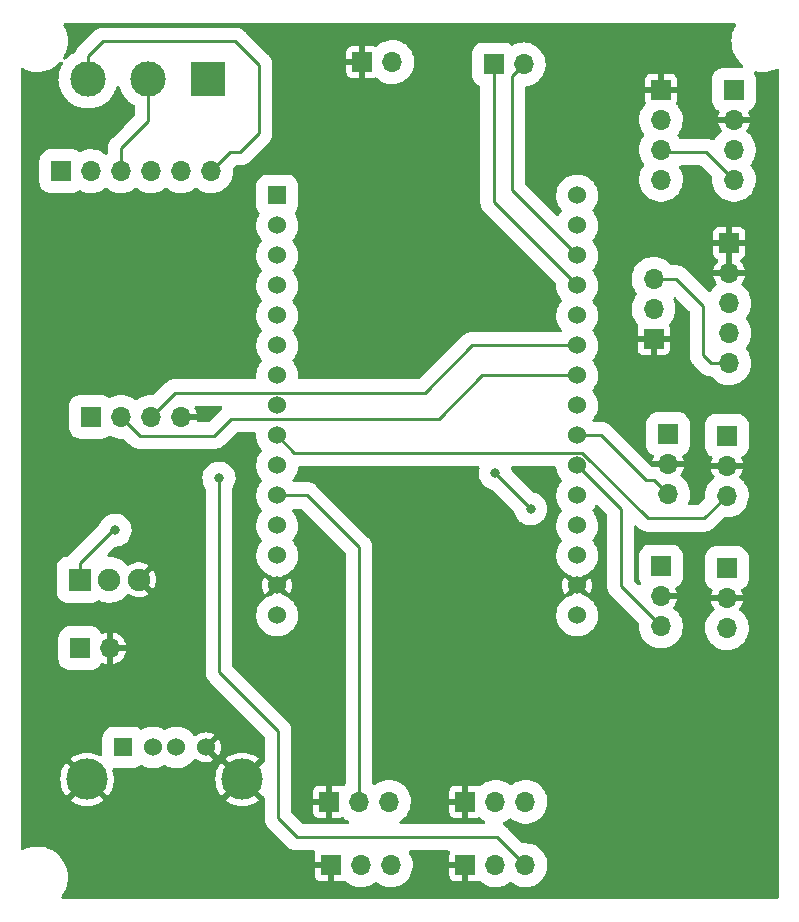
<source format=gbr>
%TF.GenerationSoftware,KiCad,Pcbnew,(6.0.1)*%
%TF.CreationDate,2022-04-27T12:01:46-05:00*%
%TF.ProjectId,RemotePet,52656d6f-7465-4506-9574-2e6b69636164,rev?*%
%TF.SameCoordinates,Original*%
%TF.FileFunction,Copper,L2,Bot*%
%TF.FilePolarity,Positive*%
%FSLAX46Y46*%
G04 Gerber Fmt 4.6, Leading zero omitted, Abs format (unit mm)*
G04 Created by KiCad (PCBNEW (6.0.1)) date 2022-04-27 12:01:46*
%MOMM*%
%LPD*%
G01*
G04 APERTURE LIST*
%TA.AperFunction,ComponentPad*%
%ADD10R,1.524000X1.524000*%
%TD*%
%TA.AperFunction,ComponentPad*%
%ADD11C,1.524000*%
%TD*%
%TA.AperFunction,ComponentPad*%
%ADD12R,1.700000X1.700000*%
%TD*%
%TA.AperFunction,ComponentPad*%
%ADD13O,1.700000X1.700000*%
%TD*%
%TA.AperFunction,ComponentPad*%
%ADD14R,3.000000X3.000000*%
%TD*%
%TA.AperFunction,ComponentPad*%
%ADD15C,3.000000*%
%TD*%
%TA.AperFunction,ComponentPad*%
%ADD16R,1.900000X1.900000*%
%TD*%
%TA.AperFunction,ComponentPad*%
%ADD17C,1.900000*%
%TD*%
%TA.AperFunction,ComponentPad*%
%ADD18C,3.500000*%
%TD*%
%TA.AperFunction,ViaPad*%
%ADD19C,0.800000*%
%TD*%
%TA.AperFunction,Conductor*%
%ADD20C,0.250000*%
%TD*%
G04 APERTURE END LIST*
D10*
%TO.P,U1,1,EN*%
%TO.N,unconnected-(U1-Pad1)*%
X122325000Y-70065000D03*
D11*
%TO.P,U1,2,SENSOR_VP*%
%TO.N,unconnected-(U1-Pad2)*%
X122325000Y-72605000D03*
%TO.P,U1,3,SENSOR_VN*%
%TO.N,unconnected-(U1-Pad3)*%
X122325000Y-75145000D03*
%TO.P,U1,4,IO34*%
%TO.N,unconnected-(U1-Pad4)*%
X122325000Y-77685000D03*
%TO.P,U1,5,IO35*%
%TO.N,IO35*%
X122325000Y-80225000D03*
%TO.P,U1,6,IO32*%
%TO.N,unconnected-(U1-Pad6)*%
X122325000Y-82765000D03*
%TO.P,U1,7,IO33*%
%TO.N,unconnected-(U1-Pad7)*%
X122325000Y-85305000D03*
%TO.P,U1,8,IO25*%
%TO.N,IO25*%
X122325000Y-87845000D03*
%TO.P,U1,9,IO26*%
%TO.N,IO26*%
X122325000Y-90385000D03*
%TO.P,U1,10,IO27*%
%TO.N,IO27*%
X122325000Y-92925000D03*
%TO.P,U1,11,IO14*%
%TO.N,IO14*%
X122325000Y-95465000D03*
%TO.P,U1,12,IO12*%
%TO.N,IO12*%
X122325000Y-98005000D03*
%TO.P,U1,13,IO13*%
%TO.N,IO13*%
X122325000Y-100545000D03*
%TO.P,U1,14,GND*%
%TO.N,GND*%
X122325000Y-103085000D03*
%TO.P,U1,15,VIN*%
%TO.N,5V*%
X122325000Y-105625000D03*
%TO.P,U1,16,3V3*%
%TO.N,3.3V*%
X147725000Y-105625000D03*
%TO.P,U1,17,GND*%
%TO.N,GND*%
X147725000Y-103085000D03*
%TO.P,U1,18,IO15*%
%TO.N,unconnected-(U1-Pad18)*%
X147725000Y-100545000D03*
%TO.P,U1,19,IO2*%
%TO.N,unconnected-(U1-Pad19)*%
X147725000Y-98005000D03*
%TO.P,U1,20,IO4*%
%TO.N,unconnected-(U1-Pad20)*%
X147725000Y-95465000D03*
%TO.P,U1,21,IO16*%
%TO.N,IO16*%
X147725000Y-92925000D03*
%TO.P,U1,22,IO17*%
%TO.N,IO17*%
X147725000Y-90385000D03*
%TO.P,U1,23,IO5*%
%TO.N,unconnected-(U1-Pad23)*%
X147725000Y-87845000D03*
%TO.P,U1,24,IO18*%
%TO.N,IO18*%
X147725000Y-85305000D03*
%TO.P,U1,25,IO19*%
%TO.N,IO19*%
X147725000Y-82765000D03*
%TO.P,U1,26,IO21*%
%TO.N,IO21*%
X147725000Y-80225000D03*
%TO.P,U1,27,RXD0/IO3*%
%TO.N,TX_cam*%
X147725000Y-77685000D03*
%TO.P,U1,28,TXD0/IO1*%
%TO.N,RX_cam*%
X147725000Y-75145000D03*
%TO.P,U1,29,IO22*%
%TO.N,IO22*%
X147725000Y-72605000D03*
%TO.P,U1,30,IO23*%
%TO.N,unconnected-(U1-Pad30)*%
X147725000Y-70065000D03*
%TD*%
D12*
%TO.P,conn_alimentacion1,1,Pin_1*%
%TO.N,VCC*%
X105660000Y-108400000D03*
D13*
%TO.P,conn_alimentacion1,2,Pin_2*%
%TO.N,GND*%
X108200000Y-108400000D03*
%TD*%
D12*
%TO.P,ServoWater1,1,Pin_1*%
%TO.N,5V*%
X160400000Y-90400000D03*
D13*
%TO.P,ServoWater1,2,Pin_2*%
%TO.N,GND*%
X160400000Y-92940000D03*
%TO.P,ServoWater1,3,Pin_3*%
%TO.N,IO26*%
X160400000Y-95480000D03*
%TD*%
D14*
%TO.P,Screw1,1,Pin_1*%
%TO.N,Net-(R1-Pad2)*%
X116480000Y-60200000D03*
D15*
%TO.P,Screw1,2,Pin_2*%
%TO.N,Net-(Screw1-Pad2)*%
X111400000Y-60200000D03*
%TO.P,Screw1,3,Pin_3*%
%TO.N,Net-(R2-Pad1)*%
X106320000Y-60200000D03*
%TD*%
D12*
%TO.P,ServoWater2,1,Pin_1*%
%TO.N,5V*%
X155425000Y-90275000D03*
D13*
%TO.P,ServoWater2,2,Pin_2*%
%TO.N,GND*%
X155425000Y-92815000D03*
%TO.P,ServoWater2,3,Pin_3*%
%TO.N,IO17*%
X155425000Y-95355000D03*
%TD*%
D16*
%TO.P,S1,1*%
%TO.N,5V*%
X105600000Y-102600000D03*
D17*
%TO.P,S1,2*%
%TO.N,VCC*%
X108100000Y-102600000D03*
%TO.P,S1,3*%
%TO.N,GND*%
X110600000Y-102600000D03*
%TD*%
D12*
%TO.P,WaterS1,1,Pin_1*%
%TO.N,GND*%
X138275000Y-126775000D03*
D13*
%TO.P,WaterS1,2,Pin_2*%
%TO.N,5V*%
X140815000Y-126775000D03*
%TO.P,WaterS1,3,Pin_3*%
%TO.N,IO35*%
X143355000Y-126775000D03*
%TD*%
D12*
%TO.P,U2,1,B+*%
%TO.N,unconnected-(U2-Pad1)*%
X104050000Y-68015000D03*
D13*
%TO.P,U2,2,B-*%
%TO.N,unconnected-(U2-Pad2)*%
X106590000Y-68015000D03*
%TO.P,U2,3,A+*%
%TO.N,Net-(Screw1-Pad2)*%
X109130000Y-68015000D03*
%TO.P,U2,4,A-*%
%TO.N,Net-(R1-Pad1)*%
X111670000Y-68015000D03*
%TO.P,U2,5,E-*%
%TO.N,Net-(R1-Pad2)*%
X114210000Y-68015000D03*
%TO.P,U2,6,E+*%
%TO.N,Net-(R2-Pad1)*%
X116750000Y-68015000D03*
D12*
%TO.P,U2,7,VCC*%
%TO.N,5V*%
X106560000Y-88805000D03*
D13*
%TO.P,U2,8,SCK*%
%TO.N,IO18*%
X109100000Y-88805000D03*
%TO.P,U2,9,DT*%
%TO.N,IO19*%
X111640000Y-88805000D03*
%TO.P,U2,10,GND*%
%TO.N,GND*%
X114180000Y-88805000D03*
%TD*%
D12*
%TO.P,WaterS2,1,Pin_1*%
%TO.N,GND*%
X138275000Y-121400000D03*
D13*
%TO.P,WaterS2,2,Pin_2*%
%TO.N,5V*%
X140815000Y-121400000D03*
%TO.P,WaterS2,3,Pin_3*%
%TO.N,IO13*%
X143355000Y-121400000D03*
%TD*%
D12*
%TO.P,ServoFood2,1,Pin_1*%
%TO.N,5V*%
X154825000Y-101475000D03*
D13*
%TO.P,ServoFood2,2,Pin_2*%
%TO.N,GND*%
X154825000Y-104015000D03*
%TO.P,ServoFood2,3,Pin_3*%
%TO.N,IO16*%
X154825000Y-106555000D03*
%TD*%
D12*
%TO.P,Esp32Cam1,1,Pin_1*%
%TO.N,GND*%
X129550000Y-58775000D03*
D13*
%TO.P,Esp32Cam1,2,Pin_2*%
%TO.N,5V*%
X132090000Y-58775000D03*
%TD*%
D12*
%TO.P,ServoFood1,1,Pin_1*%
%TO.N,5V*%
X160400000Y-101625000D03*
D13*
%TO.P,ServoFood1,2,Pin_2*%
%TO.N,GND*%
X160400000Y-104165000D03*
%TO.P,ServoFood1,3,Pin_3*%
%TO.N,IO25*%
X160400000Y-106705000D03*
%TD*%
D12*
%TO.P,Infrarroj6,1,Pin_1*%
%TO.N,5V*%
X161000000Y-61120000D03*
D13*
%TO.P,Infrarroj6,2,Pin_2*%
%TO.N,GND*%
X161000000Y-63660000D03*
%TO.P,Infrarroj6,3,Pin_3*%
%TO.N,IO21*%
X161000000Y-66200000D03*
%TO.P,Infrarroj6,4,Pin_4*%
%TO.N,IO22*%
X161000000Y-68740000D03*
%TD*%
D12*
%TO.P,Esp32,1,Pin_1*%
%TO.N,TX_cam*%
X140660000Y-58975000D03*
D13*
%TO.P,Esp32,2,Pin_2*%
%TO.N,RX_cam*%
X143200000Y-58975000D03*
%TD*%
D12*
%TO.P,DispOled1,1,Pin_1*%
%TO.N,GND*%
X154825000Y-61120000D03*
D13*
%TO.P,DispOled1,2,Pin_2*%
%TO.N,5V*%
X154825000Y-63660000D03*
%TO.P,DispOled1,3,Pin_3*%
%TO.N,IO22*%
X154825000Y-66200000D03*
%TO.P,DispOled1,4,Pin_4*%
%TO.N,IO21*%
X154825000Y-68740000D03*
%TD*%
D12*
%TO.P,MotionS1,1,Pin_1*%
%TO.N,GND*%
X154200000Y-82200000D03*
D13*
%TO.P,MotionS1,2,Pin_2*%
%TO.N,IO12*%
X154200000Y-79660000D03*
%TO.P,MotionS1,3,Pin_3*%
%TO.N,5V*%
X154200000Y-77120000D03*
%TD*%
D10*
%TO.P,USB1,1,VBUS*%
%TO.N,VCC*%
X109300000Y-116800000D03*
D11*
%TO.P,USB1,2,D-*%
%TO.N,unconnected-(USB1-Pad2)*%
X111800000Y-116800000D03*
%TO.P,USB1,3,D+*%
%TO.N,unconnected-(USB1-Pad3)*%
X113800000Y-116800000D03*
%TO.P,USB1,4,GND*%
%TO.N,GND*%
X116300000Y-116800000D03*
D18*
%TO.P,USB1,5,Shield*%
X119370000Y-119510000D03*
X106230000Y-119510000D03*
%TD*%
D12*
%TO.P,SensorSharp2,1,Pin_1*%
%TO.N,GND*%
X126720000Y-121400000D03*
D13*
%TO.P,SensorSharp2,2,Pin_2*%
%TO.N,IO14*%
X129260000Y-121400000D03*
%TO.P,SensorSharp2,3,Pin_3*%
%TO.N,5V*%
X131800000Y-121400000D03*
%TD*%
D12*
%TO.P,SensorSharp1,1,Pin_1*%
%TO.N,GND*%
X126875000Y-126775000D03*
D13*
%TO.P,SensorSharp1,2,Pin_2*%
%TO.N,IO27*%
X129415000Y-126775000D03*
%TO.P,SensorSharp1,3,Pin_3*%
%TO.N,5V*%
X131955000Y-126775000D03*
%TD*%
D12*
%TO.P,U6,1,Pin_1*%
%TO.N,GND*%
X160600000Y-74100000D03*
D13*
%TO.P,U6,2,Pin_2*%
X160600000Y-76640000D03*
%TO.P,U6,3,Pin_3*%
%TO.N,IO21*%
X160600000Y-79180000D03*
%TO.P,U6,4,Pin_4*%
%TO.N,IO22*%
X160600000Y-81720000D03*
%TO.P,U6,5,Pin_5*%
%TO.N,5V*%
X160600000Y-84260000D03*
%TD*%
D19*
%TO.N,IO25*%
X140800000Y-93600000D03*
X143800000Y-96600000D03*
%TO.N,5V*%
X108600000Y-98400000D03*
%TO.N,IO35*%
X117400000Y-94000000D03*
%TD*%
D20*
%TO.N,IO22*%
X154825000Y-66200000D02*
X154825000Y-66480000D01*
X155025000Y-66400000D02*
X154825000Y-66200000D01*
X158660000Y-66400000D02*
X155025000Y-66400000D01*
X161000000Y-68740000D02*
X158660000Y-66400000D01*
%TO.N,IO25*%
X140800000Y-93600000D02*
X143800000Y-96600000D01*
%TO.N,5V*%
X105600000Y-101200000D02*
X105600000Y-102600000D01*
X108400000Y-98400000D02*
X105600000Y-101200000D01*
X108600000Y-98400000D02*
X108400000Y-98400000D01*
%TO.N,IO26*%
X123778489Y-91838489D02*
X122325000Y-90385000D01*
X158480000Y-97400000D02*
X153736560Y-97400000D01*
X153736560Y-97400000D02*
X148175049Y-91838489D01*
X148175049Y-91838489D02*
X123778489Y-91838489D01*
X160400000Y-95480000D02*
X158480000Y-97400000D01*
%TO.N,5V*%
X156120000Y-77120000D02*
X158400000Y-79400000D01*
X158400000Y-83600000D02*
X159060000Y-84260000D01*
X158400000Y-79400000D02*
X158400000Y-83600000D01*
X154200000Y-77120000D02*
X156120000Y-77120000D01*
X159060000Y-84260000D02*
X160600000Y-84260000D01*
%TO.N,IO35*%
X122400000Y-120000000D02*
X122400000Y-115400000D01*
X122400000Y-122800000D02*
X122400000Y-120000000D01*
X122400000Y-115400000D02*
X118400000Y-111400000D01*
X143355000Y-126775000D02*
X140980000Y-124400000D01*
X124000000Y-124400000D02*
X122400000Y-122800000D01*
X140980000Y-124400000D02*
X124000000Y-124400000D01*
X118400000Y-111400000D02*
X117400000Y-110400000D01*
X117400000Y-110400000D02*
X117400000Y-94000000D01*
%TO.N,IO16*%
X151400000Y-96600000D02*
X151400000Y-103130000D01*
X151400000Y-103130000D02*
X154825000Y-106555000D01*
X147725000Y-92925000D02*
X151400000Y-96600000D01*
%TO.N,TX_cam*%
X140660000Y-70620000D02*
X147725000Y-77685000D01*
X140660000Y-58975000D02*
X140660000Y-70620000D01*
%TO.N,RX_cam*%
X142200000Y-59975000D02*
X143200000Y-58975000D01*
X147725000Y-75145000D02*
X142200000Y-69620000D01*
X142200000Y-69620000D02*
X142200000Y-59975000D01*
%TO.N,IO14*%
X129260000Y-99860000D02*
X124865000Y-95465000D01*
X124865000Y-95465000D02*
X122325000Y-95465000D01*
X129260000Y-121400000D02*
X129260000Y-99860000D01*
%TO.N,IO17*%
X149785000Y-90385000D02*
X153600000Y-94200000D01*
X154270000Y-94200000D02*
X155425000Y-95355000D01*
X153600000Y-94200000D02*
X154270000Y-94200000D01*
X147725000Y-90385000D02*
X149785000Y-90385000D01*
%TO.N,IO19*%
X111640000Y-88805000D02*
X113686511Y-86758489D01*
X134841511Y-86758489D02*
X138835000Y-82765000D01*
X113686511Y-86758489D02*
X134841511Y-86758489D01*
X138835000Y-82765000D02*
X147725000Y-82765000D01*
%TO.N,IO18*%
X136000000Y-89000000D02*
X139695000Y-85305000D01*
X117000000Y-90400000D02*
X118400000Y-89000000D01*
X118400000Y-89000000D02*
X136000000Y-89000000D01*
X109100000Y-88805000D02*
X110695000Y-90400000D01*
X110695000Y-90400000D02*
X117000000Y-90400000D01*
X139695000Y-85305000D02*
X147725000Y-85305000D01*
%TO.N,Net-(R2-Pad1)*%
X120800000Y-64800000D02*
X119200000Y-66400000D01*
X118800000Y-57000000D02*
X120800000Y-59000000D01*
X106320000Y-60200000D02*
X106320000Y-58280000D01*
X120800000Y-59000000D02*
X120800000Y-64800000D01*
X107600000Y-57000000D02*
X118800000Y-57000000D01*
X106320000Y-58280000D02*
X107600000Y-57000000D01*
X118365000Y-66400000D02*
X116750000Y-68015000D01*
X119200000Y-66400000D02*
X118365000Y-66400000D01*
%TO.N,Net-(Screw1-Pad2)*%
X111400000Y-63800000D02*
X111400000Y-60200000D01*
X109130000Y-68015000D02*
X109130000Y-66070000D01*
X109130000Y-66070000D02*
X111400000Y-63800000D01*
%TD*%
%TA.AperFunction,Conductor*%
%TO.N,GND*%
G36*
X161093345Y-55494962D02*
G01*
X161147883Y-55549500D01*
X161167845Y-55624000D01*
X161145684Y-55702184D01*
X161104423Y-55769122D01*
X161033805Y-55922304D01*
X160977092Y-56045325D01*
X160973175Y-56053821D01*
X160877081Y-56352225D01*
X160817532Y-56660012D01*
X160795391Y-56972724D01*
X160795614Y-56977203D01*
X160795614Y-56977205D01*
X160796749Y-57000000D01*
X160805934Y-57184499D01*
X160810978Y-57285831D01*
X160811736Y-57290245D01*
X160811737Y-57290250D01*
X160833592Y-57417436D01*
X160864068Y-57594797D01*
X160953892Y-57895148D01*
X160955686Y-57899264D01*
X161076270Y-58175927D01*
X161079149Y-58182533D01*
X161081420Y-58186396D01*
X161081423Y-58186402D01*
X161200638Y-58389193D01*
X161238024Y-58452788D01*
X161240741Y-58456348D01*
X161400033Y-58665070D01*
X161428216Y-58701999D01*
X161431344Y-58705210D01*
X161643845Y-58923350D01*
X161643853Y-58923357D01*
X161646969Y-58926556D01*
X161702411Y-58971212D01*
X161743689Y-59004460D01*
X161789187Y-59066739D01*
X161797450Y-59143423D01*
X161766264Y-59213965D01*
X161703985Y-59259463D01*
X161650224Y-59269500D01*
X160092184Y-59269500D01*
X160088893Y-59269794D01*
X160088887Y-59269794D01*
X160025241Y-59275475D01*
X159971913Y-59280234D01*
X159776530Y-59336259D01*
X159769836Y-59339759D01*
X159769835Y-59339759D01*
X159603092Y-59426930D01*
X159603088Y-59426933D01*
X159596404Y-59430427D01*
X159529534Y-59484965D01*
X159454207Y-59546400D01*
X159438891Y-59558891D01*
X159310427Y-59716404D01*
X159306933Y-59723088D01*
X159306930Y-59723092D01*
X159221772Y-59885985D01*
X159216259Y-59896530D01*
X159160234Y-60091913D01*
X159149500Y-60212184D01*
X159149500Y-62027816D01*
X159149794Y-62031107D01*
X159149794Y-62031113D01*
X159153993Y-62078159D01*
X159160234Y-62148087D01*
X159216259Y-62343470D01*
X159219759Y-62350164D01*
X159219759Y-62350165D01*
X159306930Y-62516908D01*
X159306933Y-62516912D01*
X159310427Y-62523596D01*
X159438891Y-62681109D01*
X159596404Y-62809573D01*
X159712743Y-62870394D01*
X159769515Y-62922599D01*
X159792579Y-62996198D01*
X159778860Y-63065171D01*
X159723734Y-63183931D01*
X159719524Y-63195372D01*
X159664542Y-63393629D01*
X159665902Y-63402319D01*
X159675435Y-63406000D01*
X162316843Y-63406000D01*
X162332314Y-63401855D01*
X162333916Y-63395875D01*
X162291445Y-63226793D01*
X162287518Y-63215258D01*
X162220598Y-63061354D01*
X162209198Y-62985073D01*
X162237465Y-62913311D01*
X162288209Y-62869896D01*
X162396908Y-62813070D01*
X162396912Y-62813067D01*
X162403596Y-62809573D01*
X162561109Y-62681109D01*
X162689573Y-62523596D01*
X162693067Y-62516912D01*
X162693070Y-62516908D01*
X162780241Y-62350165D01*
X162780241Y-62350164D01*
X162783741Y-62343470D01*
X162839766Y-62148087D01*
X162846007Y-62078159D01*
X162850206Y-62031113D01*
X162850206Y-62031107D01*
X162850500Y-62027816D01*
X162850500Y-60212184D01*
X162839766Y-60091913D01*
X162783741Y-59896530D01*
X162713183Y-59761566D01*
X162696359Y-59686298D01*
X162719423Y-59612699D01*
X162776196Y-59560493D01*
X162851467Y-59543668D01*
X162874295Y-59546400D01*
X163046495Y-59580652D01*
X163359086Y-59604431D01*
X163363577Y-59604231D01*
X163363578Y-59604231D01*
X163667787Y-59590683D01*
X163667792Y-59590682D01*
X163672271Y-59590483D01*
X163676691Y-59589747D01*
X163676694Y-59589747D01*
X163977089Y-59539747D01*
X163981511Y-59539011D01*
X163985813Y-59537749D01*
X163985817Y-59537748D01*
X164278018Y-59452026D01*
X164278027Y-59452023D01*
X164282328Y-59450761D01*
X164286446Y-59448992D01*
X164286451Y-59448990D01*
X164548840Y-59336259D01*
X164570365Y-59327011D01*
X164576165Y-59323642D01*
X164576812Y-59323467D01*
X164578253Y-59322742D01*
X164578401Y-59323037D01*
X164650613Y-59303487D01*
X164725165Y-59323255D01*
X164779844Y-59377651D01*
X164800000Y-59452486D01*
X164800000Y-129451000D01*
X164780038Y-129525500D01*
X164725500Y-129580038D01*
X164651000Y-129600000D01*
X104200745Y-129600000D01*
X104126245Y-129580038D01*
X104071707Y-129525500D01*
X104051745Y-129451000D01*
X104071707Y-129376500D01*
X104085196Y-129356929D01*
X104112440Y-129323465D01*
X104112449Y-129323452D01*
X104115276Y-129319980D01*
X104117670Y-129316186D01*
X104280165Y-129058649D01*
X104280169Y-129058641D01*
X104282562Y-129054849D01*
X104416783Y-128771541D01*
X104515997Y-128474159D01*
X104535331Y-128379555D01*
X104576302Y-128179069D01*
X104578766Y-128167013D01*
X104581718Y-128130726D01*
X104603968Y-127857169D01*
X104603968Y-127857168D01*
X104604181Y-127854550D01*
X104604752Y-127800000D01*
X104596858Y-127669060D01*
X125517001Y-127669060D01*
X125517436Y-127677091D01*
X125522740Y-127725923D01*
X125527027Y-127743953D01*
X125571101Y-127861520D01*
X125581196Y-127879959D01*
X125655728Y-127979407D01*
X125670593Y-127994272D01*
X125770041Y-128068804D01*
X125788480Y-128078899D01*
X125906044Y-128122972D01*
X125924079Y-128127261D01*
X125972912Y-128132566D01*
X125980938Y-128133000D01*
X126601384Y-128133000D01*
X126616855Y-128128855D01*
X126621000Y-128113384D01*
X126621000Y-127048616D01*
X126616855Y-127033145D01*
X126601384Y-127029000D01*
X125536617Y-127029000D01*
X125521146Y-127033145D01*
X125517001Y-127048616D01*
X125517001Y-127669060D01*
X104596858Y-127669060D01*
X104595004Y-127638305D01*
X104586157Y-127491544D01*
X104586156Y-127491536D01*
X104585887Y-127487073D01*
X104529564Y-127178679D01*
X104436600Y-126879286D01*
X104389842Y-126775000D01*
X104310178Y-126597326D01*
X104308341Y-126593229D01*
X104146644Y-126324652D01*
X103953853Y-126077447D01*
X103732760Y-125855193D01*
X103486567Y-125661110D01*
X103265458Y-125526409D01*
X103222669Y-125500342D01*
X103218841Y-125498010D01*
X103054908Y-125423474D01*
X102937550Y-125370114D01*
X102937541Y-125370111D01*
X102933460Y-125368255D01*
X102924136Y-125365306D01*
X102638832Y-125275076D01*
X102634557Y-125273724D01*
X102326462Y-125215787D01*
X102321984Y-125215494D01*
X102321980Y-125215493D01*
X102018116Y-125195577D01*
X102018108Y-125195577D01*
X102013638Y-125195284D01*
X101847435Y-125204430D01*
X101705098Y-125212263D01*
X101705091Y-125212264D01*
X101700617Y-125212510D01*
X101391933Y-125267218D01*
X101387638Y-125268527D01*
X101387634Y-125268528D01*
X101326094Y-125287284D01*
X101092056Y-125358613D01*
X100983889Y-125406433D01*
X100809247Y-125483641D01*
X100733037Y-125495506D01*
X100661105Y-125467678D01*
X100612723Y-125407611D01*
X100600000Y-125347364D01*
X100600000Y-121277907D01*
X104827167Y-121277907D01*
X104833179Y-121288321D01*
X104848808Y-121302027D01*
X104856516Y-121307941D01*
X105094525Y-121466974D01*
X105102948Y-121471836D01*
X105359674Y-121598440D01*
X105368662Y-121602163D01*
X105639721Y-121694174D01*
X105649111Y-121696690D01*
X105929861Y-121752536D01*
X105939501Y-121753805D01*
X106225133Y-121772526D01*
X106234867Y-121772526D01*
X106520499Y-121753805D01*
X106530139Y-121752536D01*
X106810889Y-121696690D01*
X106820279Y-121694174D01*
X107091338Y-121602163D01*
X107100326Y-121598440D01*
X107357052Y-121471836D01*
X107365475Y-121466974D01*
X107603484Y-121307941D01*
X107611192Y-121302027D01*
X107623948Y-121290841D01*
X107632590Y-121277907D01*
X117967167Y-121277907D01*
X117973179Y-121288321D01*
X117988808Y-121302027D01*
X117996516Y-121307941D01*
X118234525Y-121466974D01*
X118242948Y-121471836D01*
X118499674Y-121598440D01*
X118508662Y-121602163D01*
X118779721Y-121694174D01*
X118789111Y-121696690D01*
X119069861Y-121752536D01*
X119079501Y-121753805D01*
X119365133Y-121772526D01*
X119374867Y-121772526D01*
X119660499Y-121753805D01*
X119670139Y-121752536D01*
X119950889Y-121696690D01*
X119960279Y-121694174D01*
X120231338Y-121602163D01*
X120240326Y-121598440D01*
X120497052Y-121471836D01*
X120505475Y-121466974D01*
X120743484Y-121307941D01*
X120751192Y-121302027D01*
X120763948Y-121290841D01*
X120772846Y-121277524D01*
X120767527Y-121266738D01*
X119383871Y-119883081D01*
X119370000Y-119875073D01*
X119356129Y-119883081D01*
X117975175Y-121264036D01*
X117967167Y-121277907D01*
X107632590Y-121277907D01*
X107632846Y-121277524D01*
X107627527Y-121266738D01*
X106243871Y-119883081D01*
X106230000Y-119875073D01*
X106216129Y-119883081D01*
X104835175Y-121264036D01*
X104827167Y-121277907D01*
X100600000Y-121277907D01*
X100600000Y-119514867D01*
X103967474Y-119514867D01*
X103986195Y-119800499D01*
X103987464Y-119810139D01*
X104043310Y-120090889D01*
X104045826Y-120100279D01*
X104137837Y-120371338D01*
X104141560Y-120380326D01*
X104268164Y-120637051D01*
X104273026Y-120645474D01*
X104432059Y-120883484D01*
X104437973Y-120891192D01*
X104449159Y-120903948D01*
X104462476Y-120912846D01*
X104473262Y-120907527D01*
X105856919Y-119523871D01*
X105864927Y-119510000D01*
X105856919Y-119496129D01*
X104475964Y-118115175D01*
X104462093Y-118107167D01*
X104451679Y-118113179D01*
X104437973Y-118128808D01*
X104432059Y-118136516D01*
X104273026Y-118374526D01*
X104268164Y-118382949D01*
X104141560Y-118639674D01*
X104137837Y-118648662D01*
X104045826Y-118919721D01*
X104043310Y-118929111D01*
X103987464Y-119209861D01*
X103986195Y-119219501D01*
X103967474Y-119505133D01*
X103967474Y-119514867D01*
X100600000Y-119514867D01*
X100600000Y-117742476D01*
X104827154Y-117742476D01*
X104832473Y-117753262D01*
X106230000Y-119150790D01*
X107984036Y-120904825D01*
X107997907Y-120912833D01*
X108008321Y-120906821D01*
X108022027Y-120891192D01*
X108027941Y-120883484D01*
X108186974Y-120645474D01*
X108191836Y-120637051D01*
X108318440Y-120380326D01*
X108322163Y-120371338D01*
X108414174Y-120100279D01*
X108416690Y-120090889D01*
X108472536Y-119810139D01*
X108473805Y-119800499D01*
X108492526Y-119514867D01*
X117107474Y-119514867D01*
X117126195Y-119800499D01*
X117127464Y-119810139D01*
X117183310Y-120090889D01*
X117185826Y-120100279D01*
X117277837Y-120371338D01*
X117281560Y-120380326D01*
X117408164Y-120637051D01*
X117413026Y-120645474D01*
X117572059Y-120883484D01*
X117577973Y-120891192D01*
X117589159Y-120903948D01*
X117602476Y-120912846D01*
X117613262Y-120907527D01*
X118996919Y-119523871D01*
X119004927Y-119510000D01*
X118996919Y-119496129D01*
X117615964Y-118115175D01*
X117602093Y-118107167D01*
X117591679Y-118113179D01*
X117577973Y-118128808D01*
X117572059Y-118136516D01*
X117413026Y-118374526D01*
X117408164Y-118382949D01*
X117281560Y-118639674D01*
X117277837Y-118648662D01*
X117185826Y-118919721D01*
X117183310Y-118929111D01*
X117127464Y-119209861D01*
X117126195Y-119219501D01*
X117107474Y-119505133D01*
X117107474Y-119514867D01*
X108492526Y-119514867D01*
X108492526Y-119505133D01*
X108473805Y-119219501D01*
X108472536Y-119209861D01*
X108416690Y-118929111D01*
X108414174Y-118919721D01*
X108359751Y-118759394D01*
X108354707Y-118682431D01*
X108388820Y-118613257D01*
X108452950Y-118570407D01*
X108500844Y-118562500D01*
X110119816Y-118562500D01*
X110123107Y-118562206D01*
X110123113Y-118562206D01*
X110191739Y-118556081D01*
X110240087Y-118551766D01*
X110435470Y-118495741D01*
X110486682Y-118468968D01*
X110608908Y-118405070D01*
X110608912Y-118405067D01*
X110615596Y-118401573D01*
X110712956Y-118322168D01*
X110783307Y-118290552D01*
X110860041Y-118298346D01*
X110876505Y-118305772D01*
X111049530Y-118396804D01*
X111095234Y-118420850D01*
X111100457Y-118422674D01*
X111100464Y-118422677D01*
X111309687Y-118495741D01*
X111342552Y-118507218D01*
X111599920Y-118556081D01*
X111674194Y-118558999D01*
X111856158Y-118566148D01*
X111856159Y-118566148D01*
X111861683Y-118566365D01*
X111867179Y-118565763D01*
X111867181Y-118565763D01*
X112116588Y-118538449D01*
X112116592Y-118538448D01*
X112122091Y-118537846D01*
X112127436Y-118536439D01*
X112127440Y-118536438D01*
X112238424Y-118507218D01*
X112375423Y-118471149D01*
X112616114Y-118367740D01*
X112717477Y-118305015D01*
X112791331Y-118282787D01*
X112865256Y-118299854D01*
X113095234Y-118420850D01*
X113100457Y-118422674D01*
X113100464Y-118422677D01*
X113309687Y-118495741D01*
X113342552Y-118507218D01*
X113599920Y-118556081D01*
X113674194Y-118558999D01*
X113856158Y-118566148D01*
X113856159Y-118566148D01*
X113861683Y-118566365D01*
X113867179Y-118565763D01*
X113867181Y-118565763D01*
X114116588Y-118538449D01*
X114116592Y-118538448D01*
X114122091Y-118537846D01*
X114127436Y-118536439D01*
X114127440Y-118536438D01*
X114238424Y-118507218D01*
X114375423Y-118471149D01*
X114616114Y-118367740D01*
X114838876Y-118229891D01*
X114843082Y-118226330D01*
X114843088Y-118226326D01*
X115034600Y-118064198D01*
X115038816Y-118060629D01*
X115211542Y-117863673D01*
X115251013Y-117802308D01*
X115308104Y-117750450D01*
X115383476Y-117734085D01*
X115456933Y-117757598D01*
X115472104Y-117768773D01*
X115485867Y-117780322D01*
X115657242Y-117900320D01*
X115668474Y-117906804D01*
X115858082Y-117995220D01*
X115870256Y-117999651D01*
X116072345Y-118053801D01*
X116085100Y-118056050D01*
X116293519Y-118074284D01*
X116306481Y-118074284D01*
X116514900Y-118056050D01*
X116527655Y-118053801D01*
X116729744Y-117999651D01*
X116741918Y-117995220D01*
X116931532Y-117906801D01*
X116942754Y-117900322D01*
X116984537Y-117871066D01*
X116994832Y-117858797D01*
X116992111Y-117851321D01*
X116883266Y-117742476D01*
X117967154Y-117742476D01*
X117972473Y-117753262D01*
X119356129Y-119136919D01*
X119370000Y-119144927D01*
X119383871Y-119136919D01*
X120764825Y-117755964D01*
X120772833Y-117742093D01*
X120766821Y-117731679D01*
X120751192Y-117717973D01*
X120743484Y-117712059D01*
X120505475Y-117553026D01*
X120497052Y-117548164D01*
X120240326Y-117421560D01*
X120231338Y-117417837D01*
X119960279Y-117325826D01*
X119950889Y-117323310D01*
X119670139Y-117267464D01*
X119660499Y-117266195D01*
X119374867Y-117247474D01*
X119365133Y-117247474D01*
X119079501Y-117266195D01*
X119069861Y-117267464D01*
X118789111Y-117323310D01*
X118779721Y-117325826D01*
X118508662Y-117417837D01*
X118499674Y-117421560D01*
X118242949Y-117548164D01*
X118234526Y-117553026D01*
X117996516Y-117712059D01*
X117988808Y-117717973D01*
X117976052Y-117729159D01*
X117967154Y-117742476D01*
X116883266Y-117742476D01*
X116046149Y-116905359D01*
X116007585Y-116838564D01*
X116007585Y-116800000D01*
X116665073Y-116800000D01*
X116673081Y-116813871D01*
X117345944Y-117486734D01*
X117359815Y-117494742D01*
X117366705Y-117490764D01*
X117400324Y-117442750D01*
X117406800Y-117431533D01*
X117495220Y-117241918D01*
X117499651Y-117229744D01*
X117553801Y-117027655D01*
X117556050Y-117014900D01*
X117574284Y-116806481D01*
X117574284Y-116793519D01*
X117556050Y-116585100D01*
X117553801Y-116572345D01*
X117499651Y-116370256D01*
X117495220Y-116358082D01*
X117406800Y-116168467D01*
X117400324Y-116157250D01*
X117371066Y-116115463D01*
X117358797Y-116105168D01*
X117351321Y-116107889D01*
X116673081Y-116786129D01*
X116665073Y-116800000D01*
X116007585Y-116800000D01*
X116007585Y-116761436D01*
X116046149Y-116694641D01*
X116986734Y-115754056D01*
X116994742Y-115740185D01*
X116990764Y-115733294D01*
X116942754Y-115699678D01*
X116931532Y-115693199D01*
X116741918Y-115604780D01*
X116729744Y-115600349D01*
X116527655Y-115546199D01*
X116514900Y-115543950D01*
X116306481Y-115525716D01*
X116293519Y-115525716D01*
X116085100Y-115543950D01*
X116072345Y-115546199D01*
X115870256Y-115600349D01*
X115858082Y-115604780D01*
X115668469Y-115693198D01*
X115657247Y-115699678D01*
X115485875Y-115819673D01*
X115474585Y-115829146D01*
X115404683Y-115861741D01*
X115327848Y-115855018D01*
X115261799Y-115807249D01*
X115219866Y-115754056D01*
X115103095Y-115605933D01*
X115099075Y-115602152D01*
X115099071Y-115602147D01*
X114916310Y-115430224D01*
X114916307Y-115430221D01*
X114912287Y-115426440D01*
X114907751Y-115423293D01*
X114907747Y-115423290D01*
X114805173Y-115352132D01*
X114697045Y-115277120D01*
X114462095Y-115161256D01*
X114212601Y-115081393D01*
X113954043Y-115039284D01*
X113812748Y-115037434D01*
X113697628Y-115035927D01*
X113697623Y-115035927D01*
X113692100Y-115035855D01*
X113686628Y-115036600D01*
X113686623Y-115036600D01*
X113528396Y-115058134D01*
X113432528Y-115071181D01*
X113427224Y-115072727D01*
X113427219Y-115072728D01*
X113186350Y-115142935D01*
X113181029Y-115144486D01*
X113175997Y-115146806D01*
X112948145Y-115251846D01*
X112948138Y-115251850D01*
X112943127Y-115254160D01*
X112904662Y-115279379D01*
X112883645Y-115293158D01*
X112810396Y-115317311D01*
X112734884Y-115301605D01*
X112717021Y-115290978D01*
X112713476Y-115288519D01*
X112697045Y-115277120D01*
X112462095Y-115161256D01*
X112212601Y-115081393D01*
X111954043Y-115039284D01*
X111812748Y-115037434D01*
X111697628Y-115035927D01*
X111697623Y-115035927D01*
X111692100Y-115035855D01*
X111686628Y-115036600D01*
X111686623Y-115036600D01*
X111528396Y-115058134D01*
X111432528Y-115071181D01*
X111427224Y-115072727D01*
X111427219Y-115072728D01*
X111186350Y-115142935D01*
X111181029Y-115144486D01*
X111175997Y-115146806D01*
X110948145Y-115251846D01*
X110948138Y-115251850D01*
X110943127Y-115254160D01*
X110904662Y-115279379D01*
X110890721Y-115288519D01*
X110817472Y-115312672D01*
X110741961Y-115296966D01*
X110714853Y-115279379D01*
X110615596Y-115198427D01*
X110608912Y-115194933D01*
X110608908Y-115194930D01*
X110442165Y-115107759D01*
X110442164Y-115107759D01*
X110435470Y-115104259D01*
X110240087Y-115048234D01*
X110186759Y-115043475D01*
X110123113Y-115037794D01*
X110123107Y-115037794D01*
X110119816Y-115037500D01*
X108480184Y-115037500D01*
X108476893Y-115037794D01*
X108476887Y-115037794D01*
X108413241Y-115043475D01*
X108359913Y-115048234D01*
X108164530Y-115104259D01*
X108157836Y-115107759D01*
X108157835Y-115107759D01*
X107991092Y-115194930D01*
X107991088Y-115194933D01*
X107984404Y-115198427D01*
X107826891Y-115326891D01*
X107822119Y-115332742D01*
X107816507Y-115339623D01*
X107698427Y-115484404D01*
X107694933Y-115491088D01*
X107694930Y-115491092D01*
X107634893Y-115605933D01*
X107604259Y-115664530D01*
X107548234Y-115859913D01*
X107537500Y-115980184D01*
X107537500Y-117397539D01*
X107517538Y-117472039D01*
X107463000Y-117526577D01*
X107388500Y-117546539D01*
X107322599Y-117531173D01*
X107100326Y-117421560D01*
X107091338Y-117417837D01*
X106820279Y-117325826D01*
X106810889Y-117323310D01*
X106530139Y-117267464D01*
X106520499Y-117266195D01*
X106234867Y-117247474D01*
X106225133Y-117247474D01*
X105939501Y-117266195D01*
X105929861Y-117267464D01*
X105649111Y-117323310D01*
X105639721Y-117325826D01*
X105368662Y-117417837D01*
X105359674Y-117421560D01*
X105102949Y-117548164D01*
X105094526Y-117553026D01*
X104856516Y-117712059D01*
X104848808Y-117717973D01*
X104836052Y-117729159D01*
X104827154Y-117742476D01*
X100600000Y-117742476D01*
X100600000Y-109307816D01*
X103809500Y-109307816D01*
X103820234Y-109428087D01*
X103876259Y-109623470D01*
X103879759Y-109630164D01*
X103879759Y-109630165D01*
X103966930Y-109796908D01*
X103966932Y-109796911D01*
X103970427Y-109803596D01*
X104098891Y-109961109D01*
X104256404Y-110089573D01*
X104263088Y-110093067D01*
X104263092Y-110093070D01*
X104429835Y-110180241D01*
X104436530Y-110183741D01*
X104631913Y-110239766D01*
X104685241Y-110244525D01*
X104748887Y-110250206D01*
X104748893Y-110250206D01*
X104752184Y-110250500D01*
X106567816Y-110250500D01*
X106571107Y-110250206D01*
X106571113Y-110250206D01*
X106634759Y-110244525D01*
X106688087Y-110239766D01*
X106883470Y-110183741D01*
X106890165Y-110180241D01*
X107056908Y-110093070D01*
X107056912Y-110093067D01*
X107063596Y-110089573D01*
X107221109Y-109961109D01*
X107349573Y-109803596D01*
X107408594Y-109690700D01*
X107460799Y-109633928D01*
X107534398Y-109610864D01*
X107605023Y-109625363D01*
X107616921Y-109631064D01*
X107814127Y-109706370D01*
X107825817Y-109709766D01*
X107926778Y-109730306D01*
X107942765Y-109729328D01*
X107946000Y-109722840D01*
X107946000Y-109717016D01*
X108454000Y-109717016D01*
X108458145Y-109732487D01*
X108467271Y-109734932D01*
X108477244Y-109733654D01*
X108489167Y-109731120D01*
X108691348Y-109670463D01*
X108702691Y-109666017D01*
X108892245Y-109573156D01*
X108902715Y-109566915D01*
X109074552Y-109444345D01*
X109083874Y-109436467D01*
X109233381Y-109287480D01*
X109241281Y-109278198D01*
X109364451Y-109106789D01*
X109370734Y-109096332D01*
X109464254Y-108907109D01*
X109468742Y-108895775D01*
X109530100Y-108693822D01*
X109532680Y-108681890D01*
X109533791Y-108673447D01*
X109531700Y-108657569D01*
X109523083Y-108654000D01*
X108473616Y-108654000D01*
X108458145Y-108658145D01*
X108454000Y-108673616D01*
X108454000Y-109717016D01*
X107946000Y-109717016D01*
X107946000Y-108126384D01*
X108454000Y-108126384D01*
X108458145Y-108141855D01*
X108473616Y-108146000D01*
X109516843Y-108146000D01*
X109532314Y-108141855D01*
X109533916Y-108135875D01*
X109491445Y-107966793D01*
X109487516Y-107955254D01*
X109403350Y-107761685D01*
X109397590Y-107750942D01*
X109282937Y-107573716D01*
X109275504Y-107564063D01*
X109133440Y-107407937D01*
X109124534Y-107399632D01*
X108958880Y-107268807D01*
X108948725Y-107262060D01*
X108763939Y-107160053D01*
X108752813Y-107155053D01*
X108553859Y-107084599D01*
X108542057Y-107081480D01*
X108473310Y-107069235D01*
X108457355Y-107070603D01*
X108454000Y-107077764D01*
X108454000Y-108126384D01*
X107946000Y-108126384D01*
X107946000Y-107084603D01*
X107941855Y-107069132D01*
X107933515Y-107066898D01*
X107890256Y-107073517D01*
X107878394Y-107076343D01*
X107677759Y-107141920D01*
X107666527Y-107146642D01*
X107611051Y-107175520D01*
X107535751Y-107192213D01*
X107462193Y-107169020D01*
X107410207Y-107112386D01*
X107353070Y-107003092D01*
X107353067Y-107003088D01*
X107349573Y-106996404D01*
X107221109Y-106838891D01*
X107063596Y-106710427D01*
X107056912Y-106706933D01*
X107056908Y-106706930D01*
X106890165Y-106619759D01*
X106890164Y-106619759D01*
X106883470Y-106616259D01*
X106688087Y-106560234D01*
X106629442Y-106555000D01*
X106571113Y-106549794D01*
X106571107Y-106549794D01*
X106567816Y-106549500D01*
X104752184Y-106549500D01*
X104748893Y-106549794D01*
X104748887Y-106549794D01*
X104690558Y-106555000D01*
X104631913Y-106560234D01*
X104436530Y-106616259D01*
X104429836Y-106619759D01*
X104429835Y-106619759D01*
X104263092Y-106706930D01*
X104263088Y-106706933D01*
X104256404Y-106710427D01*
X104098891Y-106838891D01*
X103970427Y-106996404D01*
X103966933Y-107003088D01*
X103966930Y-107003092D01*
X103924317Y-107084603D01*
X103876259Y-107176530D01*
X103820234Y-107371913D01*
X103809500Y-107492184D01*
X103809500Y-109307816D01*
X100600000Y-109307816D01*
X100600000Y-103607816D01*
X103649500Y-103607816D01*
X103660234Y-103728087D01*
X103716259Y-103923470D01*
X103719759Y-103930164D01*
X103719759Y-103930165D01*
X103806930Y-104096908D01*
X103806933Y-104096912D01*
X103810427Y-104103596D01*
X103938891Y-104261109D01*
X104096404Y-104389573D01*
X104103088Y-104393067D01*
X104103092Y-104393070D01*
X104269835Y-104480241D01*
X104276530Y-104483741D01*
X104471913Y-104539766D01*
X104525241Y-104544525D01*
X104588887Y-104550206D01*
X104588893Y-104550206D01*
X104592184Y-104550500D01*
X106607816Y-104550500D01*
X106611107Y-104550206D01*
X106611113Y-104550206D01*
X106674759Y-104544525D01*
X106728087Y-104539766D01*
X106923470Y-104483741D01*
X106930165Y-104480241D01*
X107096908Y-104393070D01*
X107096912Y-104393067D01*
X107103596Y-104389573D01*
X107109442Y-104384805D01*
X107115748Y-104380647D01*
X107116457Y-104381722D01*
X107179599Y-104353343D01*
X107261522Y-104363220D01*
X107466585Y-104450053D01*
X107471684Y-104451405D01*
X107471687Y-104451406D01*
X107728476Y-104519492D01*
X107733579Y-104520845D01*
X108007884Y-104553311D01*
X108284027Y-104546804D01*
X108420830Y-104524034D01*
X108551309Y-104502316D01*
X108551313Y-104502315D01*
X108556498Y-104501452D01*
X108642024Y-104474404D01*
X108814848Y-104419747D01*
X108814855Y-104419744D01*
X108819861Y-104418161D01*
X108824595Y-104415888D01*
X108824602Y-104415885D01*
X109014335Y-104324776D01*
X109068861Y-104298593D01*
X109073238Y-104295669D01*
X109073244Y-104295665D01*
X109294145Y-104148063D01*
X109298529Y-104145134D01*
X109326591Y-104120000D01*
X109401472Y-104052930D01*
X109504283Y-103960845D01*
X109509976Y-103954073D01*
X109595924Y-103851825D01*
X109599554Y-103847506D01*
X109662772Y-103803322D01*
X109739612Y-103796667D01*
X109788786Y-103814735D01*
X109962578Y-103916291D01*
X109973583Y-103921563D01*
X110186116Y-104002722D01*
X110197834Y-104006127D01*
X110420786Y-104051487D01*
X110432884Y-104052930D01*
X110660249Y-104061267D01*
X110672439Y-104060713D01*
X110898106Y-104031804D01*
X110910029Y-104029270D01*
X111127962Y-103963888D01*
X111139304Y-103959442D01*
X111343628Y-103859345D01*
X111354093Y-103853107D01*
X111419722Y-103806294D01*
X111429910Y-103793935D01*
X111427035Y-103786245D01*
X110346149Y-102705359D01*
X110307585Y-102638564D01*
X110307585Y-102600000D01*
X110965073Y-102600000D01*
X110973081Y-102613871D01*
X111781071Y-103421861D01*
X111794942Y-103429869D01*
X111802142Y-103425713D01*
X111850462Y-103358469D01*
X111856745Y-103348012D01*
X111957550Y-103144048D01*
X111962038Y-103132714D01*
X112028180Y-102915018D01*
X112030755Y-102903105D01*
X112060732Y-102675399D01*
X112061347Y-102667510D01*
X112062900Y-102603956D01*
X112062672Y-102596051D01*
X112043853Y-102367147D01*
X112041863Y-102355126D01*
X111986434Y-102134454D01*
X111982509Y-102122923D01*
X111891783Y-101914268D01*
X111886022Y-101903524D01*
X111806199Y-101780137D01*
X111794315Y-101769398D01*
X111787663Y-101771547D01*
X110973081Y-102586129D01*
X110965073Y-102600000D01*
X110307585Y-102600000D01*
X110307585Y-102561436D01*
X110346149Y-102494641D01*
X111423531Y-101417259D01*
X111431539Y-101403388D01*
X111426626Y-101394877D01*
X111414408Y-101385228D01*
X111404256Y-101378484D01*
X111205072Y-101268528D01*
X111193952Y-101263530D01*
X110979474Y-101187579D01*
X110967700Y-101184468D01*
X110743704Y-101144569D01*
X110731562Y-101143421D01*
X110504056Y-101140642D01*
X110491908Y-101141491D01*
X110266991Y-101175908D01*
X110255147Y-101178730D01*
X110038871Y-101249420D01*
X110027651Y-101254136D01*
X109825830Y-101359198D01*
X109815508Y-101365698D01*
X109805539Y-101373183D01*
X109733978Y-101401952D01*
X109657619Y-101391087D01*
X109596221Y-101342555D01*
X109586960Y-101330016D01*
X109583269Y-101326267D01*
X109583266Y-101326263D01*
X109435254Y-101175908D01*
X109393183Y-101133171D01*
X109173604Y-100965594D01*
X108932604Y-100830627D01*
X108927693Y-100828727D01*
X108679908Y-100732866D01*
X108679905Y-100732865D01*
X108674991Y-100730964D01*
X108405905Y-100668593D01*
X108400657Y-100668138D01*
X108400654Y-100668138D01*
X108135972Y-100645214D01*
X108135968Y-100645214D01*
X108130715Y-100644759D01*
X108125445Y-100645049D01*
X108125444Y-100645049D01*
X108113678Y-100645696D01*
X108038194Y-100629856D01*
X107980743Y-100578396D01*
X107956719Y-100505105D01*
X107972559Y-100429621D01*
X108000133Y-100391564D01*
X108544608Y-99847089D01*
X108611403Y-99808525D01*
X108651532Y-99803988D01*
X108651528Y-99803906D01*
X108652747Y-99803851D01*
X108655424Y-99803548D01*
X108657630Y-99803629D01*
X108657635Y-99803629D01*
X108663749Y-99803853D01*
X108669822Y-99803075D01*
X108669823Y-99803075D01*
X108770360Y-99790196D01*
X108892178Y-99774591D01*
X108981814Y-99747699D01*
X109106909Y-99710169D01*
X109106912Y-99710168D01*
X109112761Y-99708413D01*
X109319574Y-99607096D01*
X109324549Y-99603547D01*
X109324553Y-99603545D01*
X109486586Y-99487968D01*
X109507062Y-99473363D01*
X109670190Y-99310803D01*
X109693518Y-99278338D01*
X109801009Y-99128749D01*
X109801011Y-99128745D01*
X109804577Y-99123783D01*
X109906615Y-98917325D01*
X109908393Y-98911474D01*
X109971786Y-98702825D01*
X109971787Y-98702821D01*
X109973563Y-98696975D01*
X110003622Y-98468649D01*
X110003800Y-98461389D01*
X110004762Y-98421991D01*
X110005300Y-98400000D01*
X109994495Y-98268572D01*
X109986931Y-98176567D01*
X109986930Y-98176562D01*
X109986430Y-98170478D01*
X109978864Y-98140356D01*
X109931816Y-97953050D01*
X109931814Y-97953045D01*
X109930326Y-97947120D01*
X109838496Y-97735924D01*
X109800325Y-97676920D01*
X109716726Y-97547696D01*
X109716724Y-97547693D01*
X109713405Y-97542563D01*
X109558412Y-97372229D01*
X109377681Y-97229496D01*
X109372328Y-97226541D01*
X109372325Y-97226539D01*
X109193667Y-97127915D01*
X109176065Y-97118198D01*
X109029220Y-97066197D01*
X108964748Y-97043366D01*
X108964745Y-97043365D01*
X108958978Y-97041323D01*
X108952957Y-97040250D01*
X108952955Y-97040250D01*
X108738274Y-97002010D01*
X108732250Y-97000937D01*
X108726136Y-97000862D01*
X108726133Y-97000862D01*
X108633007Y-96999724D01*
X108501971Y-96998123D01*
X108495932Y-96999047D01*
X108495933Y-96999047D01*
X108280362Y-97032034D01*
X108280360Y-97032035D01*
X108274325Y-97032958D01*
X108055424Y-97104506D01*
X108050009Y-97107325D01*
X107856569Y-97208023D01*
X107856564Y-97208026D01*
X107851149Y-97210845D01*
X107846260Y-97214516D01*
X107846258Y-97214517D01*
X107671878Y-97345444D01*
X107671874Y-97345447D01*
X107666984Y-97349119D01*
X107507877Y-97515616D01*
X107378099Y-97705863D01*
X107375529Y-97711400D01*
X107375526Y-97711405D01*
X107281499Y-97913970D01*
X107251708Y-97956595D01*
X106061484Y-99146818D01*
X104880119Y-100328183D01*
X104872118Y-100335618D01*
X104867015Y-100340022D01*
X104861230Y-100344126D01*
X104856329Y-100349245D01*
X104856325Y-100349249D01*
X104796310Y-100411942D01*
X104794037Y-100414265D01*
X104766205Y-100442097D01*
X104763948Y-100444830D01*
X104763937Y-100444842D01*
X104761907Y-100447300D01*
X104754658Y-100455450D01*
X104717620Y-100494141D01*
X104717615Y-100494148D01*
X104712716Y-100499265D01*
X104694927Y-100526815D01*
X104684648Y-100540859D01*
X104663779Y-100566130D01*
X104660382Y-100572348D01*
X104660381Y-100572349D01*
X104657747Y-100577170D01*
X104604507Y-100632975D01*
X104540238Y-100654136D01*
X104508689Y-100656952D01*
X104471913Y-100660234D01*
X104276530Y-100716259D01*
X104269836Y-100719759D01*
X104269835Y-100719759D01*
X104103092Y-100806930D01*
X104103088Y-100806933D01*
X104096404Y-100810427D01*
X103938891Y-100938891D01*
X103810427Y-101096404D01*
X103806933Y-101103088D01*
X103806930Y-101103092D01*
X103730432Y-101249420D01*
X103716259Y-101276530D01*
X103660234Y-101471913D01*
X103659604Y-101478974D01*
X103653069Y-101552200D01*
X103649500Y-101592184D01*
X103649500Y-103607816D01*
X100600000Y-103607816D01*
X100600000Y-89712816D01*
X104709500Y-89712816D01*
X104720234Y-89833087D01*
X104776259Y-90028470D01*
X104779759Y-90035164D01*
X104779759Y-90035165D01*
X104866930Y-90201908D01*
X104866933Y-90201912D01*
X104870427Y-90208596D01*
X104998891Y-90366109D01*
X105156404Y-90494573D01*
X105163088Y-90498067D01*
X105163092Y-90498070D01*
X105260897Y-90549201D01*
X105336530Y-90588741D01*
X105531913Y-90644766D01*
X105585241Y-90649525D01*
X105648887Y-90655206D01*
X105648893Y-90655206D01*
X105652184Y-90655500D01*
X107467816Y-90655500D01*
X107471107Y-90655206D01*
X107471113Y-90655206D01*
X107534759Y-90649525D01*
X107588087Y-90644766D01*
X107783470Y-90588741D01*
X107859103Y-90549201D01*
X107956908Y-90498070D01*
X107956912Y-90498067D01*
X107963596Y-90494573D01*
X107969441Y-90489806D01*
X107969444Y-90489804D01*
X107997964Y-90466543D01*
X108033077Y-90437906D01*
X108103425Y-90406290D01*
X108180158Y-90414084D01*
X108204099Y-90425721D01*
X108257745Y-90458019D01*
X108499060Y-90560203D01*
X108504159Y-90561555D01*
X108504162Y-90561556D01*
X108747262Y-90626013D01*
X108752365Y-90627366D01*
X109012607Y-90658167D01*
X109274592Y-90651993D01*
X109278526Y-90651338D01*
X109354230Y-90664143D01*
X109397563Y-90694260D01*
X109823176Y-91119873D01*
X109830610Y-91127874D01*
X109835026Y-91132990D01*
X109839126Y-91138770D01*
X109869267Y-91167624D01*
X109906965Y-91203712D01*
X109909288Y-91205985D01*
X109937098Y-91233795D01*
X109939829Y-91236050D01*
X109939830Y-91236051D01*
X109942296Y-91238087D01*
X109950447Y-91245337D01*
X109994265Y-91287284D01*
X110018740Y-91303087D01*
X110021809Y-91305069D01*
X110035861Y-91315354D01*
X110061131Y-91336222D01*
X110067349Y-91339619D01*
X110067356Y-91339624D01*
X110114362Y-91365306D01*
X110123743Y-91370887D01*
X110163230Y-91396383D01*
X110174689Y-91403782D01*
X110205086Y-91416032D01*
X110220829Y-91423474D01*
X110243377Y-91435793D01*
X110243382Y-91435795D01*
X110249601Y-91439193D01*
X110256350Y-91441353D01*
X110256349Y-91441353D01*
X110307369Y-91457685D01*
X110317637Y-91461392D01*
X110373887Y-91484061D01*
X110380844Y-91485420D01*
X110380845Y-91485420D01*
X110406058Y-91490344D01*
X110422918Y-91494673D01*
X110454144Y-91504668D01*
X110513616Y-91511812D01*
X110514356Y-91511901D01*
X110525144Y-91513599D01*
X110584671Y-91525224D01*
X110590314Y-91525500D01*
X110618647Y-91525500D01*
X110636418Y-91526564D01*
X110667377Y-91530283D01*
X110729673Y-91525872D01*
X110740196Y-91525500D01*
X116892545Y-91525500D01*
X116903458Y-91525900D01*
X116910205Y-91526395D01*
X116917195Y-91527584D01*
X117011101Y-91525535D01*
X117014351Y-91525500D01*
X117053664Y-91525500D01*
X117057182Y-91525164D01*
X117057187Y-91525164D01*
X117060361Y-91524861D01*
X117071266Y-91524222D01*
X117124824Y-91523054D01*
X117124828Y-91523053D01*
X117131910Y-91522899D01*
X117138837Y-91521408D01*
X117138842Y-91521407D01*
X117163953Y-91516000D01*
X117181164Y-91513335D01*
X117206741Y-91510895D01*
X117213795Y-91510222D01*
X117220597Y-91508227D01*
X117220605Y-91508225D01*
X117272002Y-91493147D01*
X117282581Y-91490460D01*
X117341866Y-91477696D01*
X117348392Y-91474919D01*
X117348399Y-91474917D01*
X117372028Y-91464863D01*
X117388418Y-91458994D01*
X117392880Y-91457685D01*
X117419876Y-91449765D01*
X117426175Y-91446521D01*
X117426182Y-91446518D01*
X117473803Y-91421991D01*
X117483666Y-91417360D01*
X117539486Y-91393608D01*
X117566679Y-91375301D01*
X117581660Y-91366441D01*
X117610807Y-91351429D01*
X117625836Y-91339624D01*
X117643770Y-91325536D01*
X117658510Y-91313958D01*
X117667336Y-91307534D01*
X117717639Y-91273668D01*
X117721825Y-91269873D01*
X117741861Y-91249837D01*
X117755179Y-91238023D01*
X117774122Y-91223143D01*
X117779698Y-91218763D01*
X117784345Y-91213408D01*
X117784348Y-91213405D01*
X117820616Y-91171609D01*
X117827794Y-91163904D01*
X118322350Y-90669348D01*
X118822556Y-90169141D01*
X118889351Y-90130577D01*
X118927915Y-90125500D01*
X120414879Y-90125500D01*
X120489379Y-90145462D01*
X120543917Y-90200000D01*
X120563879Y-90274500D01*
X120563129Y-90289423D01*
X120558164Y-90338734D01*
X120563763Y-90455304D01*
X120568703Y-90558146D01*
X120570732Y-90600397D01*
X120571811Y-90605819D01*
X120571811Y-90605823D01*
X120593128Y-90712989D01*
X120621839Y-90857328D01*
X120710361Y-91103883D01*
X120712980Y-91108757D01*
X120821004Y-91309798D01*
X120834355Y-91334646D01*
X120991095Y-91544546D01*
X120997999Y-91551391D01*
X121036853Y-91618014D01*
X121037190Y-91695141D01*
X121007657Y-91752483D01*
X120886098Y-91898641D01*
X120883231Y-91903365D01*
X120883230Y-91903367D01*
X120753067Y-92117869D01*
X120753064Y-92117875D01*
X120750198Y-92122598D01*
X120748059Y-92127699D01*
X120658466Y-92341354D01*
X120648893Y-92364182D01*
X120647533Y-92369537D01*
X120647531Y-92369543D01*
X120588492Y-92602010D01*
X120584409Y-92618087D01*
X120583855Y-92623587D01*
X120583855Y-92623588D01*
X120563420Y-92826539D01*
X120558164Y-92878734D01*
X120558430Y-92884262D01*
X120569542Y-93115616D01*
X120570732Y-93140397D01*
X120571811Y-93145819D01*
X120571811Y-93145823D01*
X120610740Y-93341532D01*
X120621839Y-93397328D01*
X120710361Y-93643883D01*
X120712980Y-93648757D01*
X120821932Y-93851525D01*
X120834355Y-93874646D01*
X120991095Y-94084546D01*
X120997999Y-94091391D01*
X121036853Y-94158014D01*
X121037190Y-94235141D01*
X121007657Y-94292483D01*
X120886098Y-94438641D01*
X120883231Y-94443365D01*
X120883230Y-94443367D01*
X120753067Y-94657869D01*
X120753064Y-94657875D01*
X120750198Y-94662598D01*
X120648893Y-94904182D01*
X120647533Y-94909537D01*
X120647531Y-94909543D01*
X120599453Y-95098850D01*
X120584409Y-95158087D01*
X120583855Y-95163587D01*
X120583855Y-95163588D01*
X120564199Y-95358801D01*
X120558164Y-95418734D01*
X120564881Y-95558582D01*
X120570413Y-95673753D01*
X120570732Y-95680397D01*
X120571811Y-95685819D01*
X120571811Y-95685823D01*
X120606711Y-95861277D01*
X120621839Y-95937328D01*
X120710361Y-96183883D01*
X120712980Y-96188757D01*
X120810623Y-96370478D01*
X120834355Y-96414646D01*
X120991095Y-96624546D01*
X120997999Y-96631391D01*
X121036853Y-96698014D01*
X121037190Y-96775141D01*
X121007657Y-96832483D01*
X120886098Y-96978641D01*
X120883231Y-96983365D01*
X120883230Y-96983367D01*
X120753067Y-97197869D01*
X120753064Y-97197875D01*
X120750198Y-97202598D01*
X120748059Y-97207699D01*
X120677171Y-97376748D01*
X120648893Y-97444182D01*
X120647533Y-97449537D01*
X120647531Y-97449543D01*
X120585770Y-97692727D01*
X120584409Y-97698087D01*
X120583855Y-97703587D01*
X120583855Y-97703588D01*
X120559094Y-97949501D01*
X120558164Y-97958734D01*
X120560566Y-98008738D01*
X120570039Y-98205963D01*
X120570732Y-98220397D01*
X120571811Y-98225819D01*
X120571811Y-98225823D01*
X120620760Y-98471905D01*
X120621839Y-98477328D01*
X120710361Y-98723883D01*
X120712980Y-98728757D01*
X120817248Y-98922808D01*
X120834355Y-98954646D01*
X120991095Y-99164546D01*
X120997999Y-99171391D01*
X121036853Y-99238014D01*
X121037190Y-99315141D01*
X121007657Y-99372483D01*
X120886098Y-99518641D01*
X120883231Y-99523365D01*
X120883230Y-99523367D01*
X120753067Y-99737869D01*
X120753064Y-99737875D01*
X120750198Y-99742598D01*
X120748059Y-99747699D01*
X120678369Y-99913891D01*
X120648893Y-99984182D01*
X120647533Y-99989537D01*
X120647531Y-99989543D01*
X120590131Y-100215557D01*
X120584409Y-100238087D01*
X120583855Y-100243587D01*
X120583855Y-100243588D01*
X120567221Y-100408791D01*
X120558164Y-100498734D01*
X120562880Y-100596913D01*
X120569410Y-100732866D01*
X120570732Y-100760397D01*
X120571811Y-100765819D01*
X120571811Y-100765823D01*
X120611036Y-100963020D01*
X120621839Y-101017328D01*
X120710361Y-101263883D01*
X120712980Y-101268757D01*
X120779741Y-101393004D01*
X120834355Y-101494646D01*
X120991095Y-101704546D01*
X121177138Y-101888973D01*
X121181593Y-101892239D01*
X121181597Y-101892243D01*
X121298275Y-101977795D01*
X121388398Y-102043876D01*
X121393298Y-102046454D01*
X121560560Y-102134454D01*
X121620234Y-102165850D01*
X121625457Y-102167674D01*
X121625464Y-102167677D01*
X121810622Y-102232337D01*
X121866857Y-102267647D01*
X122311129Y-102711919D01*
X122325000Y-102719927D01*
X122338871Y-102711919D01*
X122782655Y-102268135D01*
X122850078Y-102229404D01*
X122865062Y-102225459D01*
X122900423Y-102216149D01*
X123141114Y-102112740D01*
X123363876Y-101974891D01*
X123368082Y-101971330D01*
X123368088Y-101971326D01*
X123559600Y-101809198D01*
X123563816Y-101805629D01*
X123736542Y-101608673D01*
X123828891Y-101465100D01*
X123875265Y-101393004D01*
X123875268Y-101392999D01*
X123878258Y-101388350D01*
X123985852Y-101149501D01*
X123988351Y-101140642D01*
X124021660Y-101022535D01*
X124056960Y-100897371D01*
X124074386Y-100760397D01*
X124089549Y-100641205D01*
X124089549Y-100641201D01*
X124090020Y-100637501D01*
X124092442Y-100545000D01*
X124092135Y-100540860D01*
X124081283Y-100394835D01*
X124073028Y-100283755D01*
X124015213Y-100028250D01*
X123970741Y-99913891D01*
X123922273Y-99789255D01*
X123922272Y-99789253D01*
X123920267Y-99784097D01*
X123790276Y-99556659D01*
X123754761Y-99511608D01*
X123638972Y-99364730D01*
X123608526Y-99293865D01*
X123617591Y-99217272D01*
X123643960Y-99174242D01*
X123652464Y-99164546D01*
X123736542Y-99068673D01*
X123833892Y-98917325D01*
X123875265Y-98853004D01*
X123875268Y-98852999D01*
X123878258Y-98848350D01*
X123985852Y-98609501D01*
X124056960Y-98357371D01*
X124058274Y-98347047D01*
X124089549Y-98101205D01*
X124089549Y-98101201D01*
X124090020Y-98097501D01*
X124092442Y-98005000D01*
X124091747Y-97995638D01*
X124075769Y-97780638D01*
X124073028Y-97743755D01*
X124040368Y-97599419D01*
X124016434Y-97493644D01*
X124016432Y-97493638D01*
X124015213Y-97488250D01*
X123959679Y-97345444D01*
X123922273Y-97249255D01*
X123922272Y-97249253D01*
X123920267Y-97244097D01*
X123790276Y-97016659D01*
X123644502Y-96831745D01*
X123614056Y-96760880D01*
X123623121Y-96684287D01*
X123669269Y-96622488D01*
X123740134Y-96592042D01*
X123761514Y-96590500D01*
X124337084Y-96590500D01*
X124411584Y-96610462D01*
X124442443Y-96634141D01*
X128090859Y-100282556D01*
X128129423Y-100349351D01*
X128134500Y-100387915D01*
X128134500Y-119853682D01*
X128114538Y-119928182D01*
X128080777Y-119968134D01*
X128077434Y-119970523D01*
X128065097Y-119982292D01*
X127973843Y-120069343D01*
X127906158Y-120106323D01*
X127829051Y-120104505D01*
X127816638Y-120099358D01*
X127816462Y-120099828D01*
X127688956Y-120052028D01*
X127670921Y-120047739D01*
X127622088Y-120042434D01*
X127614062Y-120042000D01*
X126993616Y-120042000D01*
X126978145Y-120046145D01*
X126974000Y-120061616D01*
X126974000Y-122738383D01*
X126978145Y-122753854D01*
X126993616Y-122757999D01*
X127614060Y-122757999D01*
X127622091Y-122757564D01*
X127670923Y-122752260D01*
X127688946Y-122747975D01*
X127815738Y-122700443D01*
X127892505Y-122692984D01*
X127962716Y-122724907D01*
X127977455Y-122738821D01*
X127986430Y-122748530D01*
X127986436Y-122748535D01*
X127990010Y-122752402D01*
X127994086Y-122755720D01*
X127994092Y-122755726D01*
X128189148Y-122914526D01*
X128193235Y-122917853D01*
X128298394Y-122981164D01*
X128326108Y-122997849D01*
X128379637Y-123053377D01*
X128398231Y-123128230D01*
X128376907Y-123202352D01*
X128321379Y-123255881D01*
X128249256Y-123274500D01*
X124527915Y-123274500D01*
X124453415Y-123254538D01*
X124422556Y-123230859D01*
X123569141Y-122377443D01*
X123530577Y-122310648D01*
X123528393Y-122294060D01*
X125362001Y-122294060D01*
X125362436Y-122302091D01*
X125367740Y-122350923D01*
X125372027Y-122368953D01*
X125416101Y-122486520D01*
X125426196Y-122504959D01*
X125500728Y-122604407D01*
X125515593Y-122619272D01*
X125615041Y-122693804D01*
X125633480Y-122703899D01*
X125751044Y-122747972D01*
X125769079Y-122752261D01*
X125817912Y-122757566D01*
X125825938Y-122758000D01*
X126446384Y-122758000D01*
X126461855Y-122753855D01*
X126466000Y-122738384D01*
X126466000Y-121673616D01*
X126461855Y-121658145D01*
X126446384Y-121654000D01*
X125381617Y-121654000D01*
X125366146Y-121658145D01*
X125362001Y-121673616D01*
X125362001Y-122294060D01*
X123528393Y-122294060D01*
X123525500Y-122272084D01*
X123525500Y-121126384D01*
X125362000Y-121126384D01*
X125366145Y-121141855D01*
X125381616Y-121146000D01*
X126446384Y-121146000D01*
X126461855Y-121141855D01*
X126466000Y-121126384D01*
X126466000Y-120061617D01*
X126461855Y-120046146D01*
X126446384Y-120042001D01*
X125825940Y-120042001D01*
X125817909Y-120042436D01*
X125769077Y-120047740D01*
X125751047Y-120052027D01*
X125633480Y-120096101D01*
X125615041Y-120106196D01*
X125515593Y-120180728D01*
X125500728Y-120195593D01*
X125426196Y-120295041D01*
X125416101Y-120313480D01*
X125372028Y-120431044D01*
X125367739Y-120449079D01*
X125362434Y-120497912D01*
X125362000Y-120505938D01*
X125362000Y-121126384D01*
X123525500Y-121126384D01*
X123525500Y-115507443D01*
X123525900Y-115496530D01*
X123526395Y-115489794D01*
X123527583Y-115482805D01*
X123525535Y-115388924D01*
X123525500Y-115385674D01*
X123525500Y-115346336D01*
X123524860Y-115339623D01*
X123524222Y-115328726D01*
X123523054Y-115275177D01*
X123523054Y-115275173D01*
X123522899Y-115268090D01*
X123516000Y-115236047D01*
X123513335Y-115218836D01*
X123510895Y-115193259D01*
X123510222Y-115186205D01*
X123508227Y-115179403D01*
X123508225Y-115179395D01*
X123493147Y-115127998D01*
X123490459Y-115117415D01*
X123488380Y-115107759D01*
X123477696Y-115058134D01*
X123474919Y-115051608D01*
X123474917Y-115051601D01*
X123464863Y-115027972D01*
X123458994Y-115011582D01*
X123449765Y-114980124D01*
X123446521Y-114973825D01*
X123446518Y-114973818D01*
X123421991Y-114926197D01*
X123417360Y-114916334D01*
X123393608Y-114860514D01*
X123375301Y-114833321D01*
X123366438Y-114818335D01*
X123351429Y-114789193D01*
X123313958Y-114741490D01*
X123307534Y-114732664D01*
X123273668Y-114682361D01*
X123269873Y-114678175D01*
X123249837Y-114658139D01*
X123238023Y-114644821D01*
X123223143Y-114625878D01*
X123218763Y-114620302D01*
X123171610Y-114579385D01*
X123163905Y-114572207D01*
X119157903Y-110566205D01*
X119157898Y-110566201D01*
X118884242Y-110292545D01*
X118569141Y-109977443D01*
X118530577Y-109910648D01*
X118525500Y-109872084D01*
X118525500Y-105578734D01*
X120558164Y-105578734D01*
X120564829Y-105717501D01*
X120568386Y-105791547D01*
X120570732Y-105840397D01*
X120571811Y-105845819D01*
X120571811Y-105845823D01*
X120590852Y-105941547D01*
X120621839Y-106097328D01*
X120654181Y-106187408D01*
X120704690Y-106328087D01*
X120710361Y-106343883D01*
X120712980Y-106348757D01*
X120826273Y-106559604D01*
X120834355Y-106574646D01*
X120991095Y-106784546D01*
X121177138Y-106968973D01*
X121181593Y-106972239D01*
X121181597Y-106972243D01*
X121383934Y-107120603D01*
X121388398Y-107123876D01*
X121393298Y-107126454D01*
X121478695Y-107171383D01*
X121620234Y-107245850D01*
X121625457Y-107247674D01*
X121625464Y-107247677D01*
X121768293Y-107297555D01*
X121867552Y-107332218D01*
X122124920Y-107381081D01*
X122199194Y-107383999D01*
X122381158Y-107391148D01*
X122381159Y-107391148D01*
X122386683Y-107391365D01*
X122392179Y-107390763D01*
X122392181Y-107390763D01*
X122641588Y-107363449D01*
X122641592Y-107363448D01*
X122647091Y-107362846D01*
X122652436Y-107361439D01*
X122652440Y-107361438D01*
X122747149Y-107336503D01*
X122900423Y-107296149D01*
X123141114Y-107192740D01*
X123363876Y-107054891D01*
X123368082Y-107051330D01*
X123368088Y-107051326D01*
X123559600Y-106889198D01*
X123563816Y-106885629D01*
X123736542Y-106688673D01*
X123817900Y-106562188D01*
X123875265Y-106473004D01*
X123875268Y-106472999D01*
X123878258Y-106468350D01*
X123985852Y-106229501D01*
X124056960Y-105977371D01*
X124060889Y-105946493D01*
X124089549Y-105721205D01*
X124089549Y-105721201D01*
X124090020Y-105717501D01*
X124090193Y-105710920D01*
X124092344Y-105628738D01*
X124092442Y-105625000D01*
X124073028Y-105363755D01*
X124037904Y-105208528D01*
X124016434Y-105113644D01*
X124016432Y-105113638D01*
X124015213Y-105108250D01*
X123974271Y-105002967D01*
X123922273Y-104869255D01*
X123922272Y-104869253D01*
X123920267Y-104864097D01*
X123790276Y-104636659D01*
X123744157Y-104578157D01*
X123631518Y-104435274D01*
X123631512Y-104435267D01*
X123628095Y-104430933D01*
X123624075Y-104427152D01*
X123624071Y-104427147D01*
X123441310Y-104255224D01*
X123441307Y-104255221D01*
X123437287Y-104251440D01*
X123432751Y-104248293D01*
X123432747Y-104248290D01*
X123278976Y-104141615D01*
X123222045Y-104102120D01*
X122987095Y-103986256D01*
X122981836Y-103984573D01*
X122981832Y-103984571D01*
X122844922Y-103940746D01*
X122784988Y-103904198D01*
X122338871Y-103458081D01*
X122325000Y-103450073D01*
X122311129Y-103458081D01*
X121865270Y-103903940D01*
X121801606Y-103941628D01*
X121706029Y-103969486D01*
X121700997Y-103971806D01*
X121473145Y-104076846D01*
X121473138Y-104076850D01*
X121468127Y-104079160D01*
X121249049Y-104222794D01*
X121166032Y-104296890D01*
X121072191Y-104380647D01*
X121053609Y-104397232D01*
X120886098Y-104598641D01*
X120883231Y-104603365D01*
X120883230Y-104603367D01*
X120753067Y-104817869D01*
X120753064Y-104817875D01*
X120750198Y-104822598D01*
X120748059Y-104827699D01*
X120664762Y-105026340D01*
X120648893Y-105064182D01*
X120647533Y-105069537D01*
X120647531Y-105069543D01*
X120595996Y-105272463D01*
X120584409Y-105318087D01*
X120583855Y-105323587D01*
X120583855Y-105323588D01*
X120559958Y-105560920D01*
X120558164Y-105578734D01*
X118525500Y-105578734D01*
X118525500Y-103091481D01*
X121050716Y-103091481D01*
X121068950Y-103299900D01*
X121071199Y-103312655D01*
X121125349Y-103514744D01*
X121129780Y-103526918D01*
X121218200Y-103716533D01*
X121224676Y-103727750D01*
X121253934Y-103769537D01*
X121266203Y-103779832D01*
X121273679Y-103777111D01*
X121951919Y-103098871D01*
X121959927Y-103085000D01*
X122690073Y-103085000D01*
X122698081Y-103098871D01*
X123370944Y-103771734D01*
X123384815Y-103779742D01*
X123391705Y-103775764D01*
X123425324Y-103727750D01*
X123431800Y-103716533D01*
X123520220Y-103526918D01*
X123524651Y-103514744D01*
X123578801Y-103312655D01*
X123581050Y-103299900D01*
X123599284Y-103091481D01*
X123599284Y-103078519D01*
X123581050Y-102870100D01*
X123578801Y-102857345D01*
X123524651Y-102655256D01*
X123520220Y-102643082D01*
X123431800Y-102453467D01*
X123425324Y-102442250D01*
X123396066Y-102400463D01*
X123383797Y-102390168D01*
X123376321Y-102392889D01*
X122698081Y-103071129D01*
X122690073Y-103085000D01*
X121959927Y-103085000D01*
X121951919Y-103071129D01*
X121279056Y-102398266D01*
X121265185Y-102390258D01*
X121258295Y-102394236D01*
X121224676Y-102442250D01*
X121218200Y-102453467D01*
X121129780Y-102643082D01*
X121125349Y-102655256D01*
X121071199Y-102857345D01*
X121068950Y-102870100D01*
X121050716Y-103078519D01*
X121050716Y-103091481D01*
X118525500Y-103091481D01*
X118525500Y-94881813D01*
X118545462Y-94807313D01*
X118553499Y-94794866D01*
X118601009Y-94728749D01*
X118601011Y-94728746D01*
X118604577Y-94723783D01*
X118706615Y-94517325D01*
X118711971Y-94499696D01*
X118771786Y-94302825D01*
X118771787Y-94302821D01*
X118773563Y-94296975D01*
X118803622Y-94068649D01*
X118805300Y-94000000D01*
X118788984Y-93801540D01*
X118786931Y-93776567D01*
X118786930Y-93776562D01*
X118786430Y-93770478D01*
X118779467Y-93742756D01*
X118731816Y-93553050D01*
X118731814Y-93553045D01*
X118730326Y-93547120D01*
X118638496Y-93335924D01*
X118513405Y-93142563D01*
X118358412Y-92972229D01*
X118177681Y-92829496D01*
X118172328Y-92826541D01*
X118172325Y-92826539D01*
X118076873Y-92773847D01*
X117976065Y-92718198D01*
X117850207Y-92673629D01*
X117764748Y-92643366D01*
X117764745Y-92643365D01*
X117758978Y-92641323D01*
X117752957Y-92640250D01*
X117752955Y-92640250D01*
X117538274Y-92602010D01*
X117532250Y-92600937D01*
X117526136Y-92600862D01*
X117526133Y-92600862D01*
X117433007Y-92599724D01*
X117301971Y-92598123D01*
X117295932Y-92599047D01*
X117295933Y-92599047D01*
X117080362Y-92632034D01*
X117080360Y-92632035D01*
X117074325Y-92632958D01*
X116855424Y-92704506D01*
X116850009Y-92707325D01*
X116656569Y-92808023D01*
X116656564Y-92808026D01*
X116651149Y-92810845D01*
X116646260Y-92814516D01*
X116646258Y-92814517D01*
X116471878Y-92945444D01*
X116471874Y-92945447D01*
X116466984Y-92949119D01*
X116307877Y-93115616D01*
X116304434Y-93120664D01*
X116304431Y-93120667D01*
X116290800Y-93140650D01*
X116178099Y-93305863D01*
X116175529Y-93311400D01*
X116175526Y-93311405D01*
X116161542Y-93341532D01*
X116081136Y-93514752D01*
X116019592Y-93736673D01*
X116018942Y-93742756D01*
X116000036Y-93919661D01*
X115995119Y-93965665D01*
X116008376Y-94195580D01*
X116059006Y-94420242D01*
X116145649Y-94633618D01*
X116148843Y-94638830D01*
X116148845Y-94638834D01*
X116252543Y-94808053D01*
X116274500Y-94885905D01*
X116274500Y-110292545D01*
X116274100Y-110303458D01*
X116273605Y-110310205D01*
X116272416Y-110317195D01*
X116272571Y-110324282D01*
X116274465Y-110411101D01*
X116274500Y-110414351D01*
X116274500Y-110453664D01*
X116274836Y-110457182D01*
X116274836Y-110457187D01*
X116275139Y-110460361D01*
X116275778Y-110471266D01*
X116277101Y-110531910D01*
X116278592Y-110538837D01*
X116278593Y-110538842D01*
X116284000Y-110563953D01*
X116286665Y-110581164D01*
X116289778Y-110613795D01*
X116291773Y-110620597D01*
X116291775Y-110620605D01*
X116306853Y-110672002D01*
X116309540Y-110682581D01*
X116322304Y-110741866D01*
X116325081Y-110748392D01*
X116325083Y-110748399D01*
X116335137Y-110772028D01*
X116341006Y-110788418D01*
X116350235Y-110819876D01*
X116353479Y-110826175D01*
X116353482Y-110826182D01*
X116378009Y-110873803D01*
X116382640Y-110883666D01*
X116406392Y-110939486D01*
X116410354Y-110945371D01*
X116424699Y-110966679D01*
X116433559Y-110981660D01*
X116448571Y-111010807D01*
X116452951Y-111016384D01*
X116452953Y-111016386D01*
X116486040Y-111058507D01*
X116492464Y-111067333D01*
X116526332Y-111117639D01*
X116530127Y-111121825D01*
X116550163Y-111141861D01*
X116561977Y-111155179D01*
X116581237Y-111179698D01*
X116586592Y-111184345D01*
X116586595Y-111184348D01*
X116628391Y-111220616D01*
X116636096Y-111227794D01*
X117530118Y-112121815D01*
X117530127Y-112121825D01*
X121230859Y-115822557D01*
X121269423Y-115889352D01*
X121274500Y-115927916D01*
X121274500Y-117956259D01*
X121254538Y-118030759D01*
X121200000Y-118085297D01*
X121160246Y-118095949D01*
X121126738Y-118112473D01*
X119743081Y-119496129D01*
X119735073Y-119510000D01*
X119743081Y-119523871D01*
X121124036Y-120904825D01*
X121151191Y-120920503D01*
X121200000Y-120933581D01*
X121254538Y-120988119D01*
X121274500Y-121062619D01*
X121274500Y-122692545D01*
X121274100Y-122703458D01*
X121273605Y-122710205D01*
X121272416Y-122717195D01*
X121274219Y-122799830D01*
X121274465Y-122811101D01*
X121274500Y-122814351D01*
X121274500Y-122853664D01*
X121274836Y-122857182D01*
X121274836Y-122857187D01*
X121275139Y-122860361D01*
X121275778Y-122871266D01*
X121276854Y-122920572D01*
X121277101Y-122931910D01*
X121278592Y-122938837D01*
X121278593Y-122938842D01*
X121284000Y-122963953D01*
X121286665Y-122981164D01*
X121289778Y-123013795D01*
X121291773Y-123020597D01*
X121291775Y-123020605D01*
X121306853Y-123072002D01*
X121309540Y-123082581D01*
X121322304Y-123141866D01*
X121325081Y-123148392D01*
X121325083Y-123148399D01*
X121335137Y-123172028D01*
X121341006Y-123188418D01*
X121350235Y-123219876D01*
X121353479Y-123226175D01*
X121353482Y-123226182D01*
X121378009Y-123273803D01*
X121382640Y-123283666D01*
X121406392Y-123339486D01*
X121410354Y-123345371D01*
X121424699Y-123366679D01*
X121433559Y-123381660D01*
X121448571Y-123410807D01*
X121452951Y-123416384D01*
X121452953Y-123416386D01*
X121486040Y-123458507D01*
X121492464Y-123467333D01*
X121526332Y-123517639D01*
X121530127Y-123521825D01*
X121550163Y-123541861D01*
X121561977Y-123555179D01*
X121581237Y-123579698D01*
X121586592Y-123584345D01*
X121586595Y-123584348D01*
X121628391Y-123620616D01*
X121636096Y-123627794D01*
X123128176Y-125119873D01*
X123135610Y-125127874D01*
X123140026Y-125132990D01*
X123144126Y-125138770D01*
X123149244Y-125143669D01*
X123211965Y-125203712D01*
X123214288Y-125205985D01*
X123242098Y-125233795D01*
X123244829Y-125236050D01*
X123244830Y-125236051D01*
X123247296Y-125238087D01*
X123255447Y-125245337D01*
X123299265Y-125287284D01*
X123325434Y-125304181D01*
X123326809Y-125305069D01*
X123340861Y-125315354D01*
X123366131Y-125336222D01*
X123372349Y-125339619D01*
X123372356Y-125339624D01*
X123419362Y-125365306D01*
X123428743Y-125370887D01*
X123479689Y-125403782D01*
X123510086Y-125416032D01*
X123525829Y-125423474D01*
X123548377Y-125435793D01*
X123548382Y-125435795D01*
X123554601Y-125439193D01*
X123561350Y-125441353D01*
X123561349Y-125441353D01*
X123612369Y-125457685D01*
X123622637Y-125461392D01*
X123678887Y-125484061D01*
X123685844Y-125485420D01*
X123685845Y-125485420D01*
X123711058Y-125490344D01*
X123727918Y-125494673D01*
X123759144Y-125504668D01*
X123818616Y-125511812D01*
X123819356Y-125511901D01*
X123830144Y-125513599D01*
X123889671Y-125525224D01*
X123895314Y-125525500D01*
X123923647Y-125525500D01*
X123941418Y-125526564D01*
X123972377Y-125530283D01*
X124034673Y-125525872D01*
X124045196Y-125525500D01*
X125417216Y-125525500D01*
X125491716Y-125545462D01*
X125546254Y-125600000D01*
X125566216Y-125674500D01*
X125556734Y-125726803D01*
X125527028Y-125806044D01*
X125522739Y-125824079D01*
X125517434Y-125872912D01*
X125517000Y-125880938D01*
X125517000Y-126501384D01*
X125521145Y-126516855D01*
X125536616Y-126521000D01*
X126980000Y-126521000D01*
X127054500Y-126540962D01*
X127109038Y-126595500D01*
X127129000Y-126670000D01*
X127129000Y-128113383D01*
X127133145Y-128128854D01*
X127148616Y-128132999D01*
X127769060Y-128132999D01*
X127777091Y-128132564D01*
X127825923Y-128127260D01*
X127843946Y-128122975D01*
X127970738Y-128075443D01*
X128047505Y-128067984D01*
X128117716Y-128099907D01*
X128132455Y-128113821D01*
X128141430Y-128123530D01*
X128141436Y-128123535D01*
X128145010Y-128127402D01*
X128149086Y-128130720D01*
X128149092Y-128130726D01*
X128288039Y-128243846D01*
X128348235Y-128292853D01*
X128572745Y-128428019D01*
X128814060Y-128530203D01*
X128819159Y-128531555D01*
X128819162Y-128531556D01*
X129062262Y-128596013D01*
X129067365Y-128597366D01*
X129327607Y-128628167D01*
X129589592Y-128621993D01*
X129745681Y-128596013D01*
X129842905Y-128579831D01*
X129842909Y-128579830D01*
X129848094Y-128578967D01*
X130008788Y-128528146D01*
X130092941Y-128501532D01*
X130092944Y-128501531D01*
X130097955Y-128499946D01*
X130102689Y-128497673D01*
X130102696Y-128497670D01*
X130253399Y-128425303D01*
X130334188Y-128386509D01*
X130552082Y-128240917D01*
X130586973Y-128209666D01*
X130655786Y-128174830D01*
X130732797Y-128179069D01*
X130780454Y-128205105D01*
X130888235Y-128292853D01*
X131112745Y-128428019D01*
X131354060Y-128530203D01*
X131359159Y-128531555D01*
X131359162Y-128531556D01*
X131602262Y-128596013D01*
X131607365Y-128597366D01*
X131867607Y-128628167D01*
X132129592Y-128621993D01*
X132285681Y-128596013D01*
X132382905Y-128579831D01*
X132382909Y-128579830D01*
X132388094Y-128578967D01*
X132548788Y-128528146D01*
X132632941Y-128501532D01*
X132632944Y-128501531D01*
X132637955Y-128499946D01*
X132642689Y-128497673D01*
X132642696Y-128497670D01*
X132793399Y-128425303D01*
X132874188Y-128386509D01*
X133092082Y-128240917D01*
X133287287Y-128066076D01*
X133455910Y-127865475D01*
X133461090Y-127857169D01*
X133578406Y-127669060D01*
X136917001Y-127669060D01*
X136917436Y-127677091D01*
X136922740Y-127725923D01*
X136927027Y-127743953D01*
X136971101Y-127861520D01*
X136981196Y-127879959D01*
X137055728Y-127979407D01*
X137070593Y-127994272D01*
X137170041Y-128068804D01*
X137188480Y-128078899D01*
X137306044Y-128122972D01*
X137324079Y-128127261D01*
X137372912Y-128132566D01*
X137380938Y-128133000D01*
X138001384Y-128133000D01*
X138016855Y-128128855D01*
X138021000Y-128113384D01*
X138021000Y-127048616D01*
X138016855Y-127033145D01*
X138001384Y-127029000D01*
X136936617Y-127029000D01*
X136921146Y-127033145D01*
X136917001Y-127048616D01*
X136917001Y-127669060D01*
X133578406Y-127669060D01*
X133591802Y-127647581D01*
X133591806Y-127647574D01*
X133594586Y-127643116D01*
X133700547Y-127403436D01*
X133752156Y-127220445D01*
X133770254Y-127156277D01*
X133770255Y-127156272D01*
X133771681Y-127151216D01*
X133806566Y-126891491D01*
X133806950Y-126879286D01*
X133810108Y-126778801D01*
X133810108Y-126778792D01*
X133810227Y-126775000D01*
X133791719Y-126513596D01*
X133736563Y-126257408D01*
X133734739Y-126252463D01*
X133647685Y-126016493D01*
X133647683Y-126016489D01*
X133645860Y-126011547D01*
X133575387Y-125880938D01*
X133523919Y-125785551D01*
X133523917Y-125785548D01*
X133521420Y-125780920D01*
X133508201Y-125763023D01*
X133479997Y-125691237D01*
X133491464Y-125614966D01*
X133539531Y-125554647D01*
X133611317Y-125526443D01*
X133628054Y-125525500D01*
X136817216Y-125525500D01*
X136891716Y-125545462D01*
X136946254Y-125600000D01*
X136966216Y-125674500D01*
X136956734Y-125726803D01*
X136927028Y-125806044D01*
X136922739Y-125824079D01*
X136917434Y-125872912D01*
X136917000Y-125880938D01*
X136917000Y-126501384D01*
X136921145Y-126516855D01*
X136936616Y-126521000D01*
X138380000Y-126521000D01*
X138454500Y-126540962D01*
X138509038Y-126595500D01*
X138529000Y-126670000D01*
X138529000Y-128113383D01*
X138533145Y-128128854D01*
X138548616Y-128132999D01*
X139169060Y-128132999D01*
X139177091Y-128132564D01*
X139225923Y-128127260D01*
X139243946Y-128122975D01*
X139370738Y-128075443D01*
X139447505Y-128067984D01*
X139517716Y-128099907D01*
X139532455Y-128113821D01*
X139541430Y-128123530D01*
X139541436Y-128123535D01*
X139545010Y-128127402D01*
X139549086Y-128130720D01*
X139549092Y-128130726D01*
X139688039Y-128243846D01*
X139748235Y-128292853D01*
X139972745Y-128428019D01*
X140214060Y-128530203D01*
X140219159Y-128531555D01*
X140219162Y-128531556D01*
X140462262Y-128596013D01*
X140467365Y-128597366D01*
X140727607Y-128628167D01*
X140989592Y-128621993D01*
X141145681Y-128596013D01*
X141242905Y-128579831D01*
X141242909Y-128579830D01*
X141248094Y-128578967D01*
X141408788Y-128528146D01*
X141492941Y-128501532D01*
X141492944Y-128501531D01*
X141497955Y-128499946D01*
X141502689Y-128497673D01*
X141502696Y-128497670D01*
X141653399Y-128425303D01*
X141734188Y-128386509D01*
X141952082Y-128240917D01*
X141986973Y-128209666D01*
X142055786Y-128174830D01*
X142132797Y-128179069D01*
X142180454Y-128205105D01*
X142288235Y-128292853D01*
X142512745Y-128428019D01*
X142754060Y-128530203D01*
X142759159Y-128531555D01*
X142759162Y-128531556D01*
X143002262Y-128596013D01*
X143007365Y-128597366D01*
X143267607Y-128628167D01*
X143529592Y-128621993D01*
X143685681Y-128596013D01*
X143782905Y-128579831D01*
X143782909Y-128579830D01*
X143788094Y-128578967D01*
X143948788Y-128528146D01*
X144032941Y-128501532D01*
X144032944Y-128501531D01*
X144037955Y-128499946D01*
X144042689Y-128497673D01*
X144042696Y-128497670D01*
X144193399Y-128425303D01*
X144274188Y-128386509D01*
X144492082Y-128240917D01*
X144687287Y-128066076D01*
X144855910Y-127865475D01*
X144861090Y-127857169D01*
X144991802Y-127647581D01*
X144991806Y-127647574D01*
X144994586Y-127643116D01*
X145100547Y-127403436D01*
X145152156Y-127220445D01*
X145170254Y-127156277D01*
X145170255Y-127156272D01*
X145171681Y-127151216D01*
X145206566Y-126891491D01*
X145206950Y-126879286D01*
X145210108Y-126778801D01*
X145210108Y-126778792D01*
X145210227Y-126775000D01*
X145191719Y-126513596D01*
X145136563Y-126257408D01*
X145134739Y-126252463D01*
X145047685Y-126016493D01*
X145047683Y-126016489D01*
X145045860Y-126011547D01*
X144975387Y-125880938D01*
X144923919Y-125785551D01*
X144923917Y-125785548D01*
X144921420Y-125780920D01*
X144881449Y-125726803D01*
X144768854Y-125574360D01*
X144768849Y-125574354D01*
X144765726Y-125570126D01*
X144762035Y-125566377D01*
X144762032Y-125566373D01*
X144655037Y-125457685D01*
X144581884Y-125383374D01*
X144564509Y-125370114D01*
X144377750Y-125227584D01*
X144377748Y-125227583D01*
X144373562Y-125224388D01*
X144144917Y-125096340D01*
X144140006Y-125094440D01*
X143905429Y-125003689D01*
X143905426Y-125003688D01*
X143900512Y-125001787D01*
X143645221Y-124942614D01*
X143639973Y-124942159D01*
X143639970Y-124942159D01*
X143389398Y-124920457D01*
X143389394Y-124920457D01*
X143384141Y-124920002D01*
X143276133Y-124925946D01*
X143173426Y-124931598D01*
X143097942Y-124915759D01*
X143059880Y-124888182D01*
X141851817Y-123680119D01*
X141844382Y-123672118D01*
X141839978Y-123667015D01*
X141835874Y-123661230D01*
X141830755Y-123656329D01*
X141830751Y-123656325D01*
X141768058Y-123596310D01*
X141765735Y-123594037D01*
X141737903Y-123566205D01*
X141735170Y-123563948D01*
X141735158Y-123563937D01*
X141732700Y-123561907D01*
X141724550Y-123554658D01*
X141685859Y-123517620D01*
X141685852Y-123517615D01*
X141680735Y-123512716D01*
X141653185Y-123494927D01*
X141639140Y-123484647D01*
X141619335Y-123468292D01*
X141613870Y-123463779D01*
X141607652Y-123460382D01*
X141607648Y-123460379D01*
X141560641Y-123434696D01*
X141551270Y-123429122D01*
X141500311Y-123396218D01*
X141493733Y-123393567D01*
X141491586Y-123392454D01*
X141434632Y-123340445D01*
X141411312Y-123266927D01*
X141427876Y-123191598D01*
X141479885Y-123134644D01*
X141498129Y-123125309D01*
X141497955Y-123124946D01*
X141608211Y-123072002D01*
X141734188Y-123011509D01*
X141952082Y-122865917D01*
X141986973Y-122834666D01*
X142055786Y-122799830D01*
X142132797Y-122804069D01*
X142180454Y-122830105D01*
X142288235Y-122917853D01*
X142512745Y-123053019D01*
X142754060Y-123155203D01*
X142759159Y-123156555D01*
X142759162Y-123156556D01*
X142972320Y-123213074D01*
X143007365Y-123222366D01*
X143267607Y-123253167D01*
X143529592Y-123246993D01*
X143685681Y-123221013D01*
X143782905Y-123204831D01*
X143782909Y-123204830D01*
X143788094Y-123203967D01*
X143984455Y-123141866D01*
X144032941Y-123126532D01*
X144032944Y-123126531D01*
X144037955Y-123124946D01*
X144042689Y-123122673D01*
X144042696Y-123122670D01*
X144193399Y-123050303D01*
X144274188Y-123011509D01*
X144492082Y-122865917D01*
X144687287Y-122691076D01*
X144855910Y-122490475D01*
X144858698Y-122486005D01*
X144991802Y-122272581D01*
X144991806Y-122272574D01*
X144994586Y-122268116D01*
X145100547Y-122028436D01*
X145171681Y-121776216D01*
X145206566Y-121516491D01*
X145206686Y-121512684D01*
X145210108Y-121403801D01*
X145210108Y-121403792D01*
X145210227Y-121400000D01*
X145201556Y-121277524D01*
X145192091Y-121143850D01*
X145191719Y-121138596D01*
X145136563Y-120882408D01*
X145134739Y-120877463D01*
X145047685Y-120641493D01*
X145047683Y-120641489D01*
X145045860Y-120636547D01*
X144975387Y-120505938D01*
X144923919Y-120410551D01*
X144923917Y-120410548D01*
X144921420Y-120405920D01*
X144839524Y-120295041D01*
X144768854Y-120199360D01*
X144768849Y-120199354D01*
X144765726Y-120195126D01*
X144762035Y-120191377D01*
X144762032Y-120191373D01*
X144625892Y-120053079D01*
X144581884Y-120008374D01*
X144559947Y-119991632D01*
X144377750Y-119852584D01*
X144377748Y-119852583D01*
X144373562Y-119849388D01*
X144144917Y-119721340D01*
X144140006Y-119719440D01*
X143905429Y-119628689D01*
X143905426Y-119628688D01*
X143900512Y-119626787D01*
X143645221Y-119567614D01*
X143639973Y-119567159D01*
X143639970Y-119567159D01*
X143389398Y-119545457D01*
X143389394Y-119545457D01*
X143384141Y-119545002D01*
X143122478Y-119559402D01*
X143117320Y-119560428D01*
X143117312Y-119560429D01*
X142870623Y-119609499D01*
X142870620Y-119609500D01*
X142865456Y-119610527D01*
X142618201Y-119697357D01*
X142613538Y-119699779D01*
X142613534Y-119699781D01*
X142567080Y-119723912D01*
X142385647Y-119818159D01*
X142172434Y-119970523D01*
X142171680Y-119969468D01*
X142107398Y-119998895D01*
X142030612Y-119991632D01*
X141992163Y-119970427D01*
X141837757Y-119852589D01*
X141837752Y-119852586D01*
X141833562Y-119849388D01*
X141604917Y-119721340D01*
X141600006Y-119719440D01*
X141365429Y-119628689D01*
X141365426Y-119628688D01*
X141360512Y-119626787D01*
X141105221Y-119567614D01*
X141099973Y-119567159D01*
X141099970Y-119567159D01*
X140849398Y-119545457D01*
X140849394Y-119545457D01*
X140844141Y-119545002D01*
X140582478Y-119559402D01*
X140577320Y-119560428D01*
X140577312Y-119560429D01*
X140330623Y-119609499D01*
X140330620Y-119609500D01*
X140325456Y-119610527D01*
X140078201Y-119697357D01*
X140073538Y-119699779D01*
X140073534Y-119699781D01*
X140027080Y-119723912D01*
X139845647Y-119818159D01*
X139632434Y-119970523D01*
X139628620Y-119974161D01*
X139628618Y-119974163D01*
X139528843Y-120069343D01*
X139461158Y-120106323D01*
X139384051Y-120104505D01*
X139371638Y-120099358D01*
X139371462Y-120099828D01*
X139243956Y-120052028D01*
X139225921Y-120047739D01*
X139177088Y-120042434D01*
X139169062Y-120042000D01*
X138548616Y-120042000D01*
X138533145Y-120046145D01*
X138529000Y-120061616D01*
X138529000Y-122738383D01*
X138533145Y-122753854D01*
X138548616Y-122757999D01*
X139169060Y-122757999D01*
X139177091Y-122757564D01*
X139225923Y-122752260D01*
X139243946Y-122747975D01*
X139370738Y-122700443D01*
X139447505Y-122692984D01*
X139517716Y-122724907D01*
X139532455Y-122738821D01*
X139541430Y-122748530D01*
X139541436Y-122748535D01*
X139545010Y-122752402D01*
X139549086Y-122755720D01*
X139549092Y-122755726D01*
X139744148Y-122914526D01*
X139748235Y-122917853D01*
X139853394Y-122981164D01*
X139881108Y-122997849D01*
X139934637Y-123053377D01*
X139953231Y-123128230D01*
X139931907Y-123202352D01*
X139876379Y-123255881D01*
X139804256Y-123274500D01*
X132816781Y-123274500D01*
X132742281Y-123254538D01*
X132687743Y-123200000D01*
X132667781Y-123125500D01*
X132687743Y-123051000D01*
X132734001Y-123001611D01*
X132937082Y-122865917D01*
X133132287Y-122691076D01*
X133300910Y-122490475D01*
X133303698Y-122486005D01*
X133423406Y-122294060D01*
X136917001Y-122294060D01*
X136917436Y-122302091D01*
X136922740Y-122350923D01*
X136927027Y-122368953D01*
X136971101Y-122486520D01*
X136981196Y-122504959D01*
X137055728Y-122604407D01*
X137070593Y-122619272D01*
X137170041Y-122693804D01*
X137188480Y-122703899D01*
X137306044Y-122747972D01*
X137324079Y-122752261D01*
X137372912Y-122757566D01*
X137380938Y-122758000D01*
X138001384Y-122758000D01*
X138016855Y-122753855D01*
X138021000Y-122738384D01*
X138021000Y-121673616D01*
X138016855Y-121658145D01*
X138001384Y-121654000D01*
X136936617Y-121654000D01*
X136921146Y-121658145D01*
X136917001Y-121673616D01*
X136917001Y-122294060D01*
X133423406Y-122294060D01*
X133436802Y-122272581D01*
X133436806Y-122272574D01*
X133439586Y-122268116D01*
X133545547Y-122028436D01*
X133616681Y-121776216D01*
X133651566Y-121516491D01*
X133651686Y-121512684D01*
X133655108Y-121403801D01*
X133655108Y-121403792D01*
X133655227Y-121400000D01*
X133646556Y-121277524D01*
X133637091Y-121143850D01*
X133636719Y-121138596D01*
X133634090Y-121126384D01*
X136917000Y-121126384D01*
X136921145Y-121141855D01*
X136936616Y-121146000D01*
X138001384Y-121146000D01*
X138016855Y-121141855D01*
X138021000Y-121126384D01*
X138021000Y-120061617D01*
X138016855Y-120046146D01*
X138001384Y-120042001D01*
X137380940Y-120042001D01*
X137372909Y-120042436D01*
X137324077Y-120047740D01*
X137306047Y-120052027D01*
X137188480Y-120096101D01*
X137170041Y-120106196D01*
X137070593Y-120180728D01*
X137055728Y-120195593D01*
X136981196Y-120295041D01*
X136971101Y-120313480D01*
X136927028Y-120431044D01*
X136922739Y-120449079D01*
X136917434Y-120497912D01*
X136917000Y-120505938D01*
X136917000Y-121126384D01*
X133634090Y-121126384D01*
X133581563Y-120882408D01*
X133579739Y-120877463D01*
X133492685Y-120641493D01*
X133492683Y-120641489D01*
X133490860Y-120636547D01*
X133420387Y-120505938D01*
X133368919Y-120410551D01*
X133368917Y-120410548D01*
X133366420Y-120405920D01*
X133284524Y-120295041D01*
X133213854Y-120199360D01*
X133213849Y-120199354D01*
X133210726Y-120195126D01*
X133207035Y-120191377D01*
X133207032Y-120191373D01*
X133070892Y-120053079D01*
X133026884Y-120008374D01*
X133004947Y-119991632D01*
X132822750Y-119852584D01*
X132822748Y-119852583D01*
X132818562Y-119849388D01*
X132589917Y-119721340D01*
X132585006Y-119719440D01*
X132350429Y-119628689D01*
X132350426Y-119628688D01*
X132345512Y-119626787D01*
X132090221Y-119567614D01*
X132084973Y-119567159D01*
X132084970Y-119567159D01*
X131834398Y-119545457D01*
X131834394Y-119545457D01*
X131829141Y-119545002D01*
X131567478Y-119559402D01*
X131562320Y-119560428D01*
X131562312Y-119560429D01*
X131315623Y-119609499D01*
X131315620Y-119609500D01*
X131310456Y-119610527D01*
X131063201Y-119697357D01*
X131058538Y-119699779D01*
X131058534Y-119699781D01*
X131012080Y-119723912D01*
X130830647Y-119818159D01*
X130621128Y-119967883D01*
X130548910Y-119994956D01*
X130472829Y-119982292D01*
X130413272Y-119933285D01*
X130386198Y-119861064D01*
X130385500Y-119846654D01*
X130385500Y-105578734D01*
X145958164Y-105578734D01*
X145964829Y-105717501D01*
X145968386Y-105791547D01*
X145970732Y-105840397D01*
X145971811Y-105845819D01*
X145971811Y-105845823D01*
X145990852Y-105941547D01*
X146021839Y-106097328D01*
X146054181Y-106187408D01*
X146104690Y-106328087D01*
X146110361Y-106343883D01*
X146112980Y-106348757D01*
X146226273Y-106559604D01*
X146234355Y-106574646D01*
X146391095Y-106784546D01*
X146577138Y-106968973D01*
X146581593Y-106972239D01*
X146581597Y-106972243D01*
X146783934Y-107120603D01*
X146788398Y-107123876D01*
X146793298Y-107126454D01*
X146878695Y-107171383D01*
X147020234Y-107245850D01*
X147025457Y-107247674D01*
X147025464Y-107247677D01*
X147168293Y-107297555D01*
X147267552Y-107332218D01*
X147524920Y-107381081D01*
X147599194Y-107383999D01*
X147781158Y-107391148D01*
X147781159Y-107391148D01*
X147786683Y-107391365D01*
X147792179Y-107390763D01*
X147792181Y-107390763D01*
X148041588Y-107363449D01*
X148041592Y-107363448D01*
X148047091Y-107362846D01*
X148052436Y-107361439D01*
X148052440Y-107361438D01*
X148147149Y-107336503D01*
X148300423Y-107296149D01*
X148541114Y-107192740D01*
X148763876Y-107054891D01*
X148768082Y-107051330D01*
X148768088Y-107051326D01*
X148959600Y-106889198D01*
X148963816Y-106885629D01*
X149136542Y-106688673D01*
X149217900Y-106562188D01*
X149275265Y-106473004D01*
X149275268Y-106472999D01*
X149278258Y-106468350D01*
X149385852Y-106229501D01*
X149456960Y-105977371D01*
X149460889Y-105946493D01*
X149489549Y-105721205D01*
X149489549Y-105721201D01*
X149490020Y-105717501D01*
X149490193Y-105710920D01*
X149492344Y-105628738D01*
X149492442Y-105625000D01*
X149473028Y-105363755D01*
X149437904Y-105208528D01*
X149416434Y-105113644D01*
X149416432Y-105113638D01*
X149415213Y-105108250D01*
X149374271Y-105002967D01*
X149322273Y-104869255D01*
X149322272Y-104869253D01*
X149320267Y-104864097D01*
X149190276Y-104636659D01*
X149144157Y-104578157D01*
X149031518Y-104435274D01*
X149031512Y-104435267D01*
X149028095Y-104430933D01*
X149024075Y-104427152D01*
X149024071Y-104427147D01*
X148841310Y-104255224D01*
X148841307Y-104255221D01*
X148837287Y-104251440D01*
X148832751Y-104248293D01*
X148832747Y-104248290D01*
X148678976Y-104141615D01*
X148622045Y-104102120D01*
X148387095Y-103986256D01*
X148381836Y-103984573D01*
X148381832Y-103984571D01*
X148244922Y-103940746D01*
X148184988Y-103904198D01*
X147738871Y-103458081D01*
X147725000Y-103450073D01*
X147711129Y-103458081D01*
X147265270Y-103903940D01*
X147201606Y-103941628D01*
X147106029Y-103969486D01*
X147100997Y-103971806D01*
X146873145Y-104076846D01*
X146873138Y-104076850D01*
X146868127Y-104079160D01*
X146649049Y-104222794D01*
X146566032Y-104296890D01*
X146472191Y-104380647D01*
X146453609Y-104397232D01*
X146286098Y-104598641D01*
X146283231Y-104603365D01*
X146283230Y-104603367D01*
X146153067Y-104817869D01*
X146153064Y-104817875D01*
X146150198Y-104822598D01*
X146148059Y-104827699D01*
X146064762Y-105026340D01*
X146048893Y-105064182D01*
X146047533Y-105069537D01*
X146047531Y-105069543D01*
X145995996Y-105272463D01*
X145984409Y-105318087D01*
X145983855Y-105323587D01*
X145983855Y-105323588D01*
X145959958Y-105560920D01*
X145958164Y-105578734D01*
X130385500Y-105578734D01*
X130385500Y-103091481D01*
X146450716Y-103091481D01*
X146468950Y-103299900D01*
X146471199Y-103312655D01*
X146525349Y-103514744D01*
X146529780Y-103526918D01*
X146618200Y-103716533D01*
X146624676Y-103727750D01*
X146653934Y-103769537D01*
X146666203Y-103779832D01*
X146673679Y-103777111D01*
X147351919Y-103098871D01*
X147359927Y-103085000D01*
X148090073Y-103085000D01*
X148098081Y-103098871D01*
X148770944Y-103771734D01*
X148784815Y-103779742D01*
X148791705Y-103775764D01*
X148825324Y-103727750D01*
X148831800Y-103716533D01*
X148920220Y-103526918D01*
X148924651Y-103514744D01*
X148978801Y-103312655D01*
X148981050Y-103299900D01*
X148999284Y-103091481D01*
X148999284Y-103078519D01*
X148981050Y-102870100D01*
X148978801Y-102857345D01*
X148924651Y-102655256D01*
X148920220Y-102643082D01*
X148831800Y-102453467D01*
X148825324Y-102442250D01*
X148796066Y-102400463D01*
X148783797Y-102390168D01*
X148776321Y-102392889D01*
X148098081Y-103071129D01*
X148090073Y-103085000D01*
X147359927Y-103085000D01*
X147351919Y-103071129D01*
X146679056Y-102398266D01*
X146665185Y-102390258D01*
X146658295Y-102394236D01*
X146624676Y-102442250D01*
X146618200Y-102453467D01*
X146529780Y-102643082D01*
X146525349Y-102655256D01*
X146471199Y-102857345D01*
X146468950Y-102870100D01*
X146450716Y-103078519D01*
X146450716Y-103091481D01*
X130385500Y-103091481D01*
X130385500Y-99967455D01*
X130385900Y-99956542D01*
X130386395Y-99949795D01*
X130387584Y-99942805D01*
X130385535Y-99848899D01*
X130385500Y-99845649D01*
X130385500Y-99806336D01*
X130384861Y-99799639D01*
X130384222Y-99788734D01*
X130383054Y-99735178D01*
X130383054Y-99735174D01*
X130382899Y-99728090D01*
X130375999Y-99696042D01*
X130373335Y-99678836D01*
X130370895Y-99653261D01*
X130370222Y-99646205D01*
X130368227Y-99639405D01*
X130368225Y-99639394D01*
X130353148Y-99588002D01*
X130350468Y-99577452D01*
X130337697Y-99518135D01*
X130324861Y-99487968D01*
X130318992Y-99471575D01*
X130311761Y-99446928D01*
X130309765Y-99440124D01*
X130281992Y-99386199D01*
X130277352Y-99376316D01*
X130256386Y-99327044D01*
X130253608Y-99320515D01*
X130243728Y-99305839D01*
X130235303Y-99293325D01*
X130226440Y-99278338D01*
X130214678Y-99255501D01*
X130214677Y-99255500D01*
X130211429Y-99249193D01*
X130173956Y-99201488D01*
X130167539Y-99192672D01*
X130133668Y-99142361D01*
X130129873Y-99138176D01*
X130109841Y-99118144D01*
X130098027Y-99104826D01*
X130083143Y-99085878D01*
X130078763Y-99080302D01*
X130073408Y-99075655D01*
X130073405Y-99075652D01*
X130031602Y-99039378D01*
X130023897Y-99032200D01*
X125736817Y-94745119D01*
X125729382Y-94737118D01*
X125724978Y-94732015D01*
X125720874Y-94726230D01*
X125715755Y-94721329D01*
X125715751Y-94721325D01*
X125653058Y-94661310D01*
X125650735Y-94659037D01*
X125622903Y-94631205D01*
X125620170Y-94628948D01*
X125620158Y-94628937D01*
X125617700Y-94626907D01*
X125609550Y-94619658D01*
X125570859Y-94582620D01*
X125570852Y-94582615D01*
X125565735Y-94577716D01*
X125538185Y-94559927D01*
X125524140Y-94549647D01*
X125504335Y-94533292D01*
X125498870Y-94528779D01*
X125492652Y-94525382D01*
X125492648Y-94525379D01*
X125445641Y-94499696D01*
X125436270Y-94494122D01*
X125385311Y-94461218D01*
X125354903Y-94448963D01*
X125339161Y-94441521D01*
X125331267Y-94437208D01*
X125310399Y-94425807D01*
X125274408Y-94414286D01*
X125252631Y-94407315D01*
X125242362Y-94403608D01*
X125186113Y-94380939D01*
X125179156Y-94379580D01*
X125179155Y-94379580D01*
X125153942Y-94374656D01*
X125137081Y-94370327D01*
X125105856Y-94360332D01*
X125045644Y-94353099D01*
X125034857Y-94351401D01*
X125029188Y-94350294D01*
X124975329Y-94339776D01*
X124969686Y-94339500D01*
X124941353Y-94339500D01*
X124923582Y-94338436D01*
X124921422Y-94338177D01*
X124892623Y-94334717D01*
X124830328Y-94339128D01*
X124819804Y-94339500D01*
X123757725Y-94339500D01*
X123683225Y-94319538D01*
X123628687Y-94265000D01*
X123608725Y-94190500D01*
X123628687Y-94116000D01*
X123645701Y-94092257D01*
X123651905Y-94085183D01*
X123736542Y-93988673D01*
X123824758Y-93851525D01*
X123875265Y-93773004D01*
X123875268Y-93772999D01*
X123878258Y-93768350D01*
X123892528Y-93736673D01*
X123969561Y-93565665D01*
X123985852Y-93529501D01*
X124056960Y-93277371D01*
X124080264Y-93094185D01*
X124109469Y-93022800D01*
X124170453Y-92975581D01*
X124228073Y-92963989D01*
X139327001Y-92963989D01*
X139401501Y-92983951D01*
X139456039Y-93038489D01*
X139476001Y-93112989D01*
X139470582Y-93152807D01*
X139451424Y-93221890D01*
X139419592Y-93336673D01*
X139418942Y-93342756D01*
X139399931Y-93520641D01*
X139395119Y-93565665D01*
X139399194Y-93636332D01*
X139406929Y-93770478D01*
X139408376Y-93795580D01*
X139459006Y-94020242D01*
X139545649Y-94233618D01*
X139548843Y-94238830D01*
X139548845Y-94238834D01*
X139635095Y-94379580D01*
X139665979Y-94429978D01*
X139669987Y-94434605D01*
X139669990Y-94434609D01*
X139812753Y-94599419D01*
X139816763Y-94604048D01*
X139887287Y-94662598D01*
X139977047Y-94737118D01*
X139993953Y-94751154D01*
X139999222Y-94754233D01*
X139999225Y-94754235D01*
X140187510Y-94864260D01*
X140187514Y-94864262D01*
X140192790Y-94867345D01*
X140407934Y-94949501D01*
X140413932Y-94950721D01*
X140413931Y-94950721D01*
X140552139Y-94978840D01*
X140621164Y-95013255D01*
X140627792Y-95019490D01*
X142379173Y-96770870D01*
X142419169Y-96843472D01*
X142459006Y-97020242D01*
X142545649Y-97233618D01*
X142548843Y-97238830D01*
X142548845Y-97238834D01*
X142606577Y-97333043D01*
X142665979Y-97429978D01*
X142669987Y-97434605D01*
X142669990Y-97434609D01*
X142763503Y-97542563D01*
X142816763Y-97604048D01*
X142821473Y-97607958D01*
X142930034Y-97698087D01*
X142993953Y-97751154D01*
X142999222Y-97754233D01*
X142999225Y-97754235D01*
X143187510Y-97864260D01*
X143187514Y-97864262D01*
X143192790Y-97867345D01*
X143198507Y-97869528D01*
X143402219Y-97947319D01*
X143402223Y-97947320D01*
X143407934Y-97949501D01*
X143633607Y-97995414D01*
X143686320Y-97997347D01*
X143857632Y-98003629D01*
X143857636Y-98003629D01*
X143863749Y-98003853D01*
X143869822Y-98003075D01*
X143869823Y-98003075D01*
X143961305Y-97991356D01*
X144092178Y-97974591D01*
X144163978Y-97953050D01*
X144306909Y-97910169D01*
X144306912Y-97910168D01*
X144312761Y-97908413D01*
X144519574Y-97807096D01*
X144524549Y-97803547D01*
X144524553Y-97803545D01*
X144702075Y-97676920D01*
X144707062Y-97673363D01*
X144870190Y-97510803D01*
X144924941Y-97434609D01*
X145001009Y-97328749D01*
X145001011Y-97328745D01*
X145004577Y-97323783D01*
X145106615Y-97117325D01*
X145108393Y-97111474D01*
X145171786Y-96902825D01*
X145171787Y-96902821D01*
X145173563Y-96896975D01*
X145203622Y-96668649D01*
X145205300Y-96600000D01*
X145190426Y-96419077D01*
X145186931Y-96376567D01*
X145186930Y-96376562D01*
X145186430Y-96370478D01*
X145179605Y-96343305D01*
X145131816Y-96153050D01*
X145131814Y-96153045D01*
X145130326Y-96147120D01*
X145038496Y-95935924D01*
X144913405Y-95742563D01*
X144758412Y-95572229D01*
X144577681Y-95429496D01*
X144572328Y-95426541D01*
X144572325Y-95426539D01*
X144397875Y-95330238D01*
X144376065Y-95318198D01*
X144267521Y-95279760D01*
X144164748Y-95243366D01*
X144164745Y-95243365D01*
X144158978Y-95241323D01*
X144152957Y-95240250D01*
X144152955Y-95240250D01*
X144117019Y-95233849D01*
X144051832Y-95222238D01*
X143981988Y-95189521D01*
X143972603Y-95180906D01*
X142223685Y-93431987D01*
X142184533Y-93362926D01*
X142130871Y-93149287D01*
X142132083Y-93072169D01*
X142171691Y-93005988D01*
X142239084Y-92968478D01*
X142275382Y-92963989D01*
X145820244Y-92963989D01*
X145894744Y-92983951D01*
X145949282Y-93038489D01*
X145969072Y-93105840D01*
X145969542Y-93115616D01*
X145970732Y-93140397D01*
X145971811Y-93145819D01*
X145971811Y-93145823D01*
X146010740Y-93341532D01*
X146021839Y-93397328D01*
X146110361Y-93643883D01*
X146112980Y-93648757D01*
X146221932Y-93851525D01*
X146234355Y-93874646D01*
X146391095Y-94084546D01*
X146397999Y-94091391D01*
X146436853Y-94158014D01*
X146437190Y-94235141D01*
X146407657Y-94292483D01*
X146286098Y-94438641D01*
X146283231Y-94443365D01*
X146283230Y-94443367D01*
X146153067Y-94657869D01*
X146153064Y-94657875D01*
X146150198Y-94662598D01*
X146048893Y-94904182D01*
X146047533Y-94909537D01*
X146047531Y-94909543D01*
X145999453Y-95098850D01*
X145984409Y-95158087D01*
X145983855Y-95163587D01*
X145983855Y-95163588D01*
X145964199Y-95358801D01*
X145958164Y-95418734D01*
X145964881Y-95558582D01*
X145970413Y-95673753D01*
X145970732Y-95680397D01*
X145971811Y-95685819D01*
X145971811Y-95685823D01*
X146006711Y-95861277D01*
X146021839Y-95937328D01*
X146110361Y-96183883D01*
X146112980Y-96188757D01*
X146210623Y-96370478D01*
X146234355Y-96414646D01*
X146391095Y-96624546D01*
X146397999Y-96631391D01*
X146436853Y-96698014D01*
X146437190Y-96775141D01*
X146407657Y-96832483D01*
X146286098Y-96978641D01*
X146283231Y-96983365D01*
X146283230Y-96983367D01*
X146153067Y-97197869D01*
X146153064Y-97197875D01*
X146150198Y-97202598D01*
X146148059Y-97207699D01*
X146077171Y-97376748D01*
X146048893Y-97444182D01*
X146047533Y-97449537D01*
X146047531Y-97449543D01*
X145985770Y-97692727D01*
X145984409Y-97698087D01*
X145983855Y-97703587D01*
X145983855Y-97703588D01*
X145959094Y-97949501D01*
X145958164Y-97958734D01*
X145960566Y-98008738D01*
X145970039Y-98205963D01*
X145970732Y-98220397D01*
X145971811Y-98225819D01*
X145971811Y-98225823D01*
X146020760Y-98471905D01*
X146021839Y-98477328D01*
X146110361Y-98723883D01*
X146112980Y-98728757D01*
X146217248Y-98922808D01*
X146234355Y-98954646D01*
X146391095Y-99164546D01*
X146397999Y-99171391D01*
X146436853Y-99238014D01*
X146437190Y-99315141D01*
X146407657Y-99372483D01*
X146286098Y-99518641D01*
X146283231Y-99523365D01*
X146283230Y-99523367D01*
X146153067Y-99737869D01*
X146153064Y-99737875D01*
X146150198Y-99742598D01*
X146148059Y-99747699D01*
X146078369Y-99913891D01*
X146048893Y-99984182D01*
X146047533Y-99989537D01*
X146047531Y-99989543D01*
X145990131Y-100215557D01*
X145984409Y-100238087D01*
X145983855Y-100243587D01*
X145983855Y-100243588D01*
X145967221Y-100408791D01*
X145958164Y-100498734D01*
X145962880Y-100596913D01*
X145969410Y-100732866D01*
X145970732Y-100760397D01*
X145971811Y-100765819D01*
X145971811Y-100765823D01*
X146011036Y-100963020D01*
X146021839Y-101017328D01*
X146110361Y-101263883D01*
X146112980Y-101268757D01*
X146179741Y-101393004D01*
X146234355Y-101494646D01*
X146391095Y-101704546D01*
X146577138Y-101888973D01*
X146581593Y-101892239D01*
X146581597Y-101892243D01*
X146698275Y-101977795D01*
X146788398Y-102043876D01*
X146793298Y-102046454D01*
X146960560Y-102134454D01*
X147020234Y-102165850D01*
X147025457Y-102167674D01*
X147025464Y-102167677D01*
X147210622Y-102232337D01*
X147266857Y-102267647D01*
X147711129Y-102711919D01*
X147725000Y-102719927D01*
X147738871Y-102711919D01*
X148182655Y-102268135D01*
X148250078Y-102229404D01*
X148265062Y-102225459D01*
X148300423Y-102216149D01*
X148541114Y-102112740D01*
X148763876Y-101974891D01*
X148768082Y-101971330D01*
X148768088Y-101971326D01*
X148959600Y-101809198D01*
X148963816Y-101805629D01*
X149136542Y-101608673D01*
X149228891Y-101465100D01*
X149275265Y-101393004D01*
X149275268Y-101392999D01*
X149278258Y-101388350D01*
X149385852Y-101149501D01*
X149388351Y-101140642D01*
X149421660Y-101022535D01*
X149456960Y-100897371D01*
X149474386Y-100760397D01*
X149489549Y-100641205D01*
X149489549Y-100641201D01*
X149490020Y-100637501D01*
X149492442Y-100545000D01*
X149492135Y-100540860D01*
X149481283Y-100394835D01*
X149473028Y-100283755D01*
X149415213Y-100028250D01*
X149370741Y-99913891D01*
X149322273Y-99789255D01*
X149322272Y-99789253D01*
X149320267Y-99784097D01*
X149190276Y-99556659D01*
X149154761Y-99511608D01*
X149038972Y-99364730D01*
X149008526Y-99293865D01*
X149017591Y-99217272D01*
X149043960Y-99174242D01*
X149052464Y-99164546D01*
X149136542Y-99068673D01*
X149233892Y-98917325D01*
X149275265Y-98853004D01*
X149275268Y-98852999D01*
X149278258Y-98848350D01*
X149385852Y-98609501D01*
X149456960Y-98357371D01*
X149458274Y-98347047D01*
X149489549Y-98101205D01*
X149489549Y-98101201D01*
X149490020Y-98097501D01*
X149492442Y-98005000D01*
X149491747Y-97995638D01*
X149475769Y-97780638D01*
X149473028Y-97743755D01*
X149440368Y-97599419D01*
X149416434Y-97493644D01*
X149416432Y-97493638D01*
X149415213Y-97488250D01*
X149359679Y-97345444D01*
X149322273Y-97249255D01*
X149322272Y-97249253D01*
X149320267Y-97244097D01*
X149190276Y-97016659D01*
X149134508Y-96945917D01*
X149038972Y-96824730D01*
X149008526Y-96753865D01*
X149017591Y-96677272D01*
X149043960Y-96634242D01*
X149052464Y-96624546D01*
X149136542Y-96528673D01*
X149207036Y-96419077D01*
X149271591Y-96318716D01*
X149328683Y-96266857D01*
X149404055Y-96250493D01*
X149477511Y-96274006D01*
X149502265Y-96293962D01*
X150230859Y-97022556D01*
X150269423Y-97089351D01*
X150274500Y-97127915D01*
X150274500Y-103022545D01*
X150274100Y-103033458D01*
X150273605Y-103040205D01*
X150272416Y-103047195D01*
X150273544Y-103098871D01*
X150274465Y-103141101D01*
X150274500Y-103144351D01*
X150274500Y-103183664D01*
X150274836Y-103187182D01*
X150274836Y-103187187D01*
X150275139Y-103190361D01*
X150275778Y-103201266D01*
X150276294Y-103224896D01*
X150277101Y-103261910D01*
X150278592Y-103268837D01*
X150278593Y-103268842D01*
X150284000Y-103293953D01*
X150286665Y-103311164D01*
X150289778Y-103343795D01*
X150291773Y-103350597D01*
X150291775Y-103350605D01*
X150306853Y-103402002D01*
X150309540Y-103412581D01*
X150322304Y-103471866D01*
X150325081Y-103478392D01*
X150325083Y-103478399D01*
X150335137Y-103502028D01*
X150341006Y-103518418D01*
X150350235Y-103549876D01*
X150353479Y-103556175D01*
X150353482Y-103556182D01*
X150378009Y-103603803D01*
X150382640Y-103613666D01*
X150406392Y-103669486D01*
X150410354Y-103675371D01*
X150424699Y-103696679D01*
X150433559Y-103711660D01*
X150448571Y-103740807D01*
X150452951Y-103746384D01*
X150452953Y-103746386D01*
X150486040Y-103788507D01*
X150492464Y-103797333D01*
X150526332Y-103847639D01*
X150530127Y-103851825D01*
X150550163Y-103871861D01*
X150561977Y-103885179D01*
X150581237Y-103909698D01*
X150617017Y-103940746D01*
X150628390Y-103950615D01*
X150636095Y-103957793D01*
X152939594Y-106261292D01*
X152978158Y-106328087D01*
X152982459Y-106381837D01*
X152976132Y-106443596D01*
X152970688Y-106496726D01*
X152980977Y-106758582D01*
X153028058Y-107016376D01*
X153029726Y-107021377D01*
X153029728Y-107021383D01*
X153109324Y-107259961D01*
X153109327Y-107259968D01*
X153110994Y-107264965D01*
X153228128Y-107499387D01*
X153377124Y-107714967D01*
X153555010Y-107907402D01*
X153559086Y-107910720D01*
X153559092Y-107910726D01*
X153739256Y-108057402D01*
X153758235Y-108072853D01*
X153982745Y-108208019D01*
X154224060Y-108310203D01*
X154229159Y-108311555D01*
X154229162Y-108311556D01*
X154472262Y-108376013D01*
X154477365Y-108377366D01*
X154737607Y-108408167D01*
X154999592Y-108401993D01*
X155155681Y-108376013D01*
X155252905Y-108359831D01*
X155252909Y-108359830D01*
X155258094Y-108358967D01*
X155418788Y-108308146D01*
X155502941Y-108281532D01*
X155502944Y-108281531D01*
X155507955Y-108279946D01*
X155512689Y-108277673D01*
X155512696Y-108277670D01*
X155663399Y-108205303D01*
X155744188Y-108166509D01*
X155962082Y-108020917D01*
X156157287Y-107846076D01*
X156325910Y-107645475D01*
X156370663Y-107573716D01*
X156461802Y-107427581D01*
X156461806Y-107427574D01*
X156464586Y-107423116D01*
X156478889Y-107390763D01*
X156568417Y-107188255D01*
X156568419Y-107188250D01*
X156570547Y-107183436D01*
X156630110Y-106972243D01*
X156640254Y-106936277D01*
X156640255Y-106936272D01*
X156641681Y-106931216D01*
X156676566Y-106671491D01*
X156677179Y-106651998D01*
X156677345Y-106646726D01*
X158545688Y-106646726D01*
X158545895Y-106651996D01*
X158545895Y-106651998D01*
X158548127Y-106708801D01*
X158555977Y-106908582D01*
X158603058Y-107166376D01*
X158604726Y-107171377D01*
X158604728Y-107171383D01*
X158684324Y-107409961D01*
X158684327Y-107409968D01*
X158685994Y-107414965D01*
X158803128Y-107649387D01*
X158806117Y-107653712D01*
X158806119Y-107653715D01*
X158941499Y-107849594D01*
X158952124Y-107864967D01*
X159130010Y-108057402D01*
X159134086Y-108060720D01*
X159134092Y-108060726D01*
X159273039Y-108173846D01*
X159333235Y-108222853D01*
X159557745Y-108358019D01*
X159799060Y-108460203D01*
X159804159Y-108461555D01*
X159804162Y-108461556D01*
X160047262Y-108526013D01*
X160052365Y-108527366D01*
X160312607Y-108558167D01*
X160574592Y-108551993D01*
X160730681Y-108526013D01*
X160827905Y-108509831D01*
X160827909Y-108509830D01*
X160833094Y-108508967D01*
X160993788Y-108458146D01*
X161077941Y-108431532D01*
X161077944Y-108431531D01*
X161082955Y-108429946D01*
X161087689Y-108427673D01*
X161087696Y-108427670D01*
X161238399Y-108355303D01*
X161319188Y-108316509D01*
X161537082Y-108170917D01*
X161542004Y-108166509D01*
X161663818Y-108057402D01*
X161732287Y-107996076D01*
X161900910Y-107795475D01*
X161903698Y-107791005D01*
X162036802Y-107577581D01*
X162036806Y-107577574D01*
X162039586Y-107573116D01*
X162105900Y-107423116D01*
X162143417Y-107338255D01*
X162143419Y-107338250D01*
X162145547Y-107333436D01*
X162194126Y-107161189D01*
X162215254Y-107086277D01*
X162215255Y-107086272D01*
X162216681Y-107081216D01*
X162236828Y-106931216D01*
X162251060Y-106825260D01*
X162251060Y-106825255D01*
X162251566Y-106821491D01*
X162252727Y-106784546D01*
X162255108Y-106708801D01*
X162255108Y-106708792D01*
X162255227Y-106705000D01*
X162253122Y-106675260D01*
X162237091Y-106448850D01*
X162236719Y-106443596D01*
X162211851Y-106328087D01*
X162182672Y-106192560D01*
X162181563Y-106187408D01*
X162162895Y-106136806D01*
X162092685Y-105946493D01*
X162092683Y-105946489D01*
X162090860Y-105941547D01*
X162036282Y-105840397D01*
X161968919Y-105715551D01*
X161968917Y-105715548D01*
X161966420Y-105710920D01*
X161902959Y-105625000D01*
X161813854Y-105504360D01*
X161813849Y-105504354D01*
X161810726Y-105500126D01*
X161807035Y-105496377D01*
X161807032Y-105496373D01*
X161663063Y-105350126D01*
X161626884Y-105313374D01*
X161582057Y-105279163D01*
X161496718Y-105214034D01*
X161449606Y-105152967D01*
X161439338Y-105076525D01*
X161466114Y-105008639D01*
X161564451Y-104871789D01*
X161570734Y-104861332D01*
X161664254Y-104672109D01*
X161668742Y-104660775D01*
X161730100Y-104458822D01*
X161732680Y-104446890D01*
X161733791Y-104438447D01*
X161731700Y-104422569D01*
X161723083Y-104419000D01*
X159084726Y-104419000D01*
X159069255Y-104423145D01*
X159067511Y-104429655D01*
X159098355Y-104566518D01*
X159102003Y-104578157D01*
X159181414Y-104773725D01*
X159186910Y-104784606D01*
X159297190Y-104964566D01*
X159304399Y-104974416D01*
X159325131Y-104998349D01*
X159358822Y-105067730D01*
X159353308Y-105144661D01*
X159310068Y-105208528D01*
X159299149Y-105217129D01*
X159217434Y-105275523D01*
X159027816Y-105456409D01*
X159024554Y-105460546D01*
X159024552Y-105460549D01*
X158941776Y-105565551D01*
X158865578Y-105662208D01*
X158733955Y-105888813D01*
X158698085Y-105977371D01*
X158675771Y-106032463D01*
X158635574Y-106131703D01*
X158572399Y-106386032D01*
X158545688Y-106646726D01*
X156677345Y-106646726D01*
X156680108Y-106558801D01*
X156680108Y-106558792D01*
X156680227Y-106555000D01*
X156679859Y-106549794D01*
X156662091Y-106298850D01*
X156661719Y-106293596D01*
X156646776Y-106224186D01*
X156624877Y-106122474D01*
X156606563Y-106037408D01*
X156571198Y-105941547D01*
X156517685Y-105796493D01*
X156517683Y-105796489D01*
X156515860Y-105791547D01*
X156391420Y-105560920D01*
X156317285Y-105460549D01*
X156238854Y-105354360D01*
X156238849Y-105354354D01*
X156235726Y-105350126D01*
X156232035Y-105346377D01*
X156232032Y-105346373D01*
X156104807Y-105217135D01*
X156051884Y-105163374D01*
X156047703Y-105160183D01*
X155921718Y-105064034D01*
X155874606Y-105002967D01*
X155864338Y-104926525D01*
X155891114Y-104858639D01*
X155989451Y-104721789D01*
X155995734Y-104711332D01*
X156089254Y-104522109D01*
X156093742Y-104510775D01*
X156155100Y-104308822D01*
X156157680Y-104296890D01*
X156158791Y-104288447D01*
X156156700Y-104272569D01*
X156148083Y-104269000D01*
X154720000Y-104269000D01*
X154645500Y-104249038D01*
X154590962Y-104194500D01*
X154571000Y-104120000D01*
X154571000Y-103910000D01*
X154590962Y-103835500D01*
X154645500Y-103780962D01*
X154720000Y-103761000D01*
X156141843Y-103761000D01*
X156157314Y-103756855D01*
X156158916Y-103750875D01*
X156116445Y-103581793D01*
X156112518Y-103570258D01*
X156045598Y-103416354D01*
X156034198Y-103340073D01*
X156062465Y-103268311D01*
X156113209Y-103224896D01*
X156221908Y-103168070D01*
X156221912Y-103168067D01*
X156228596Y-103164573D01*
X156386109Y-103036109D01*
X156397172Y-103022545D01*
X156509804Y-102884443D01*
X156514573Y-102878596D01*
X156518067Y-102871912D01*
X156518070Y-102871908D01*
X156605241Y-102705165D01*
X156605241Y-102705164D01*
X156608741Y-102698470D01*
X156656241Y-102532816D01*
X158549500Y-102532816D01*
X158560234Y-102653087D01*
X158616259Y-102848470D01*
X158619759Y-102855164D01*
X158619759Y-102855165D01*
X158706930Y-103021908D01*
X158706933Y-103021912D01*
X158710427Y-103028596D01*
X158838891Y-103186109D01*
X158996404Y-103314573D01*
X159112743Y-103375394D01*
X159169515Y-103427599D01*
X159192579Y-103501198D01*
X159178860Y-103570171D01*
X159123734Y-103688931D01*
X159119524Y-103700372D01*
X159064542Y-103898629D01*
X159065902Y-103907319D01*
X159075435Y-103911000D01*
X161716843Y-103911000D01*
X161732314Y-103906855D01*
X161733916Y-103900875D01*
X161691445Y-103731793D01*
X161687518Y-103720258D01*
X161620598Y-103566354D01*
X161609198Y-103490073D01*
X161637465Y-103418311D01*
X161688209Y-103374896D01*
X161796908Y-103318070D01*
X161796912Y-103318067D01*
X161803596Y-103314573D01*
X161961109Y-103186109D01*
X162089573Y-103028596D01*
X162093067Y-103021912D01*
X162093070Y-103021908D01*
X162180241Y-102855165D01*
X162180241Y-102855164D01*
X162183741Y-102848470D01*
X162239766Y-102653087D01*
X162250500Y-102532816D01*
X162250500Y-100717184D01*
X162239766Y-100596913D01*
X162183741Y-100401530D01*
X162176623Y-100387915D01*
X162093070Y-100228092D01*
X162093067Y-100228088D01*
X162089573Y-100221404D01*
X161961109Y-100063891D01*
X161803596Y-99935427D01*
X161796912Y-99931933D01*
X161796908Y-99931930D01*
X161630165Y-99844759D01*
X161630164Y-99844759D01*
X161623470Y-99841259D01*
X161428087Y-99785234D01*
X161374759Y-99780475D01*
X161311113Y-99774794D01*
X161311107Y-99774794D01*
X161307816Y-99774500D01*
X159492184Y-99774500D01*
X159488893Y-99774794D01*
X159488887Y-99774794D01*
X159425241Y-99780475D01*
X159371913Y-99785234D01*
X159176530Y-99841259D01*
X159169836Y-99844759D01*
X159169835Y-99844759D01*
X159003092Y-99931930D01*
X159003088Y-99931933D01*
X158996404Y-99935427D01*
X158838891Y-100063891D01*
X158710427Y-100221404D01*
X158706933Y-100228088D01*
X158706930Y-100228092D01*
X158623377Y-100387915D01*
X158616259Y-100401530D01*
X158560234Y-100596913D01*
X158549500Y-100717184D01*
X158549500Y-102532816D01*
X156656241Y-102532816D01*
X156664766Y-102503087D01*
X156675500Y-102382816D01*
X156675500Y-100567184D01*
X156671897Y-100526807D01*
X156665396Y-100453974D01*
X156664766Y-100446913D01*
X156608741Y-100251530D01*
X156596488Y-100228092D01*
X156518070Y-100078092D01*
X156518067Y-100078088D01*
X156514573Y-100071404D01*
X156386109Y-99913891D01*
X156228596Y-99785427D01*
X156221912Y-99781933D01*
X156221908Y-99781930D01*
X156055165Y-99694759D01*
X156055164Y-99694759D01*
X156048470Y-99691259D01*
X155853087Y-99635234D01*
X155799759Y-99630475D01*
X155736113Y-99624794D01*
X155736107Y-99624794D01*
X155732816Y-99624500D01*
X153917184Y-99624500D01*
X153913893Y-99624794D01*
X153913887Y-99624794D01*
X153850241Y-99630475D01*
X153796913Y-99635234D01*
X153601530Y-99691259D01*
X153594836Y-99694759D01*
X153594835Y-99694759D01*
X153428092Y-99781930D01*
X153428088Y-99781933D01*
X153421404Y-99785427D01*
X153263891Y-99913891D01*
X153135427Y-100071404D01*
X153131933Y-100078088D01*
X153131930Y-100078092D01*
X153053512Y-100228092D01*
X153041259Y-100251530D01*
X152985234Y-100446913D01*
X152984604Y-100453974D01*
X152978104Y-100526807D01*
X152974500Y-100567184D01*
X152974500Y-102382816D01*
X152985234Y-102503087D01*
X153041259Y-102698470D01*
X153115882Y-102841209D01*
X153117176Y-102843685D01*
X153134001Y-102918955D01*
X153110937Y-102992554D01*
X153054163Y-103044760D01*
X152978893Y-103061585D01*
X152905294Y-103038521D01*
X152879773Y-103018075D01*
X152569141Y-102707443D01*
X152530577Y-102640648D01*
X152525500Y-102602084D01*
X152525500Y-98140356D01*
X152545462Y-98065856D01*
X152600000Y-98011318D01*
X152674500Y-97991356D01*
X152749000Y-98011318D01*
X152779859Y-98034997D01*
X152864743Y-98119881D01*
X152872178Y-98127882D01*
X152876582Y-98132985D01*
X152880686Y-98138770D01*
X152885805Y-98143671D01*
X152885809Y-98143675D01*
X152948502Y-98203690D01*
X152950825Y-98205963D01*
X152978657Y-98233795D01*
X152981390Y-98236052D01*
X152981402Y-98236063D01*
X152983860Y-98238093D01*
X152992010Y-98245342D01*
X153030701Y-98282380D01*
X153030708Y-98282385D01*
X153035825Y-98287284D01*
X153063375Y-98305073D01*
X153077419Y-98315352D01*
X153102690Y-98336221D01*
X153108908Y-98339618D01*
X153108912Y-98339621D01*
X153155919Y-98365304D01*
X153165290Y-98370878D01*
X153216249Y-98403782D01*
X153246300Y-98415893D01*
X153246657Y-98416037D01*
X153262400Y-98423479D01*
X153291161Y-98439193D01*
X153348942Y-98457688D01*
X153359177Y-98461383D01*
X153415447Y-98484061D01*
X153443736Y-98489586D01*
X153447624Y-98490345D01*
X153464480Y-98494673D01*
X153495704Y-98504667D01*
X153502738Y-98505512D01*
X153502752Y-98505515D01*
X153555926Y-98511902D01*
X153566695Y-98513597D01*
X153626231Y-98525224D01*
X153631874Y-98525500D01*
X153660215Y-98525500D01*
X153677987Y-98526564D01*
X153708937Y-98530282D01*
X153771223Y-98525872D01*
X153781746Y-98525500D01*
X158372545Y-98525500D01*
X158383458Y-98525900D01*
X158390205Y-98526395D01*
X158397195Y-98527584D01*
X158491101Y-98525535D01*
X158494351Y-98525500D01*
X158533664Y-98525500D01*
X158537182Y-98525164D01*
X158537187Y-98525164D01*
X158540361Y-98524861D01*
X158551266Y-98524222D01*
X158604824Y-98523054D01*
X158604828Y-98523053D01*
X158611910Y-98522899D01*
X158618837Y-98521408D01*
X158618842Y-98521407D01*
X158643953Y-98516000D01*
X158661164Y-98513335D01*
X158686741Y-98510895D01*
X158693795Y-98510222D01*
X158700597Y-98508227D01*
X158700605Y-98508225D01*
X158752002Y-98493147D01*
X158762581Y-98490460D01*
X158821866Y-98477696D01*
X158828392Y-98474919D01*
X158828399Y-98474917D01*
X158852028Y-98464863D01*
X158868418Y-98458994D01*
X158872897Y-98457680D01*
X158899876Y-98449765D01*
X158906175Y-98446521D01*
X158906182Y-98446518D01*
X158953803Y-98421991D01*
X158963666Y-98417360D01*
X159019486Y-98393608D01*
X159046679Y-98375301D01*
X159061660Y-98366441D01*
X159090807Y-98351429D01*
X159105840Y-98339621D01*
X159138507Y-98313960D01*
X159147336Y-98307534D01*
X159197639Y-98273668D01*
X159201825Y-98269873D01*
X159221861Y-98249837D01*
X159235179Y-98238023D01*
X159254122Y-98223143D01*
X159259698Y-98218763D01*
X159300615Y-98171610D01*
X159307793Y-98163905D01*
X160105851Y-97365847D01*
X160172646Y-97327283D01*
X160228722Y-97323239D01*
X160312607Y-97333167D01*
X160574592Y-97326993D01*
X160704359Y-97305394D01*
X160827905Y-97284831D01*
X160827909Y-97284830D01*
X160833094Y-97283967D01*
X160975803Y-97238834D01*
X161077941Y-97206532D01*
X161077944Y-97206531D01*
X161082955Y-97204946D01*
X161087689Y-97202673D01*
X161087696Y-97202670D01*
X161243372Y-97127915D01*
X161319188Y-97091509D01*
X161537082Y-96945917D01*
X161732287Y-96771076D01*
X161900910Y-96570475D01*
X161995331Y-96419077D01*
X162036802Y-96352581D01*
X162036806Y-96352574D01*
X162039586Y-96348116D01*
X162110038Y-96188757D01*
X162143417Y-96113255D01*
X162143419Y-96113250D01*
X162145547Y-96108436D01*
X162216681Y-95856216D01*
X162251566Y-95596491D01*
X162251686Y-95592684D01*
X162255108Y-95483801D01*
X162255108Y-95483792D01*
X162255227Y-95480000D01*
X162254892Y-95475260D01*
X162237091Y-95223850D01*
X162236719Y-95218596D01*
X162230460Y-95189521D01*
X162182672Y-94967560D01*
X162181563Y-94962408D01*
X162179739Y-94957463D01*
X162092685Y-94721493D01*
X162092683Y-94721489D01*
X162090860Y-94716547D01*
X162026082Y-94596493D01*
X161968919Y-94490551D01*
X161968917Y-94490548D01*
X161966420Y-94485920D01*
X161890837Y-94383588D01*
X161813854Y-94279360D01*
X161813849Y-94279354D01*
X161810726Y-94275126D01*
X161807035Y-94271377D01*
X161807032Y-94271373D01*
X161683979Y-94146373D01*
X161626884Y-94088374D01*
X161601038Y-94068649D01*
X161496718Y-93989034D01*
X161449606Y-93927967D01*
X161439338Y-93851525D01*
X161466114Y-93783639D01*
X161564451Y-93646789D01*
X161570734Y-93636332D01*
X161664254Y-93447109D01*
X161668742Y-93435775D01*
X161730100Y-93233822D01*
X161732680Y-93221890D01*
X161733791Y-93213447D01*
X161731700Y-93197569D01*
X161723083Y-93194000D01*
X159084726Y-93194000D01*
X159069255Y-93198145D01*
X159067511Y-93204655D01*
X159098355Y-93341518D01*
X159102003Y-93353157D01*
X159181414Y-93548725D01*
X159186910Y-93559606D01*
X159297190Y-93739566D01*
X159304399Y-93749416D01*
X159325131Y-93773349D01*
X159358822Y-93842730D01*
X159353308Y-93919661D01*
X159310068Y-93983528D01*
X159299149Y-93992129D01*
X159217434Y-94050523D01*
X159027816Y-94231409D01*
X159024554Y-94235546D01*
X159024552Y-94235549D01*
X158868836Y-94433075D01*
X158865578Y-94437208D01*
X158862936Y-94441757D01*
X158862935Y-94441758D01*
X158736729Y-94659037D01*
X158733955Y-94663813D01*
X158707653Y-94728749D01*
X158645656Y-94881813D01*
X158635574Y-94906703D01*
X158634308Y-94911800D01*
X158634306Y-94911806D01*
X158607558Y-95019490D01*
X158572399Y-95161032D01*
X158545688Y-95421726D01*
X158545895Y-95426996D01*
X158545895Y-95426998D01*
X158555261Y-95665358D01*
X158538239Y-95740584D01*
X158511735Y-95776567D01*
X158057443Y-96230859D01*
X157990648Y-96269423D01*
X157952084Y-96274500D01*
X157270653Y-96274500D01*
X157196153Y-96254538D01*
X157141615Y-96200000D01*
X157121653Y-96125500D01*
X157134377Y-96065253D01*
X157168412Y-95988267D01*
X157168415Y-95988258D01*
X157170547Y-95983436D01*
X157241681Y-95731216D01*
X157276566Y-95471491D01*
X157277886Y-95429496D01*
X157280108Y-95358801D01*
X157280108Y-95358792D01*
X157280227Y-95355000D01*
X157278139Y-95325500D01*
X157262091Y-95098850D01*
X157261719Y-95093596D01*
X157245765Y-95019490D01*
X157224877Y-94922474D01*
X157206563Y-94837408D01*
X157203822Y-94829978D01*
X157117685Y-94596493D01*
X157117683Y-94596489D01*
X157115860Y-94591547D01*
X157028265Y-94429206D01*
X156993919Y-94365551D01*
X156993917Y-94365548D01*
X156991420Y-94360920D01*
X156920573Y-94265000D01*
X156838854Y-94154360D01*
X156838849Y-94154354D01*
X156835726Y-94150126D01*
X156832035Y-94146377D01*
X156832032Y-94146373D01*
X156707866Y-94020242D01*
X156651884Y-93963374D01*
X156605490Y-93927967D01*
X156521718Y-93864034D01*
X156474606Y-93802967D01*
X156464338Y-93726525D01*
X156491114Y-93658639D01*
X156589451Y-93521789D01*
X156595734Y-93511332D01*
X156689254Y-93322109D01*
X156693742Y-93310775D01*
X156755100Y-93108822D01*
X156757680Y-93096890D01*
X156758791Y-93088447D01*
X156756700Y-93072569D01*
X156748083Y-93069000D01*
X154122415Y-93069000D01*
X154047915Y-93049038D01*
X154017056Y-93025359D01*
X152357004Y-91365306D01*
X152174514Y-91182816D01*
X153574500Y-91182816D01*
X153585234Y-91303087D01*
X153641259Y-91498470D01*
X153644759Y-91505164D01*
X153644759Y-91505165D01*
X153731930Y-91671908D01*
X153731933Y-91671912D01*
X153735427Y-91678596D01*
X153863891Y-91836109D01*
X154021404Y-91964573D01*
X154137743Y-92025394D01*
X154194515Y-92077599D01*
X154217579Y-92151198D01*
X154203860Y-92220171D01*
X154148734Y-92338931D01*
X154144524Y-92350372D01*
X154089542Y-92548629D01*
X154090902Y-92557319D01*
X154100435Y-92561000D01*
X156741843Y-92561000D01*
X156757314Y-92556855D01*
X156758916Y-92550875D01*
X156716445Y-92381793D01*
X156712518Y-92370258D01*
X156645598Y-92216354D01*
X156634198Y-92140073D01*
X156662465Y-92068311D01*
X156713209Y-92024896D01*
X156821908Y-91968070D01*
X156821912Y-91968067D01*
X156828596Y-91964573D01*
X156986109Y-91836109D01*
X157114573Y-91678596D01*
X157118067Y-91671912D01*
X157118070Y-91671908D01*
X157205241Y-91505165D01*
X157205241Y-91505164D01*
X157208741Y-91498470D01*
X157263410Y-91307816D01*
X158549500Y-91307816D01*
X158549794Y-91311107D01*
X158549794Y-91311113D01*
X158552035Y-91336222D01*
X158560234Y-91428087D01*
X158616259Y-91623470D01*
X158619759Y-91630164D01*
X158619759Y-91630165D01*
X158706930Y-91796908D01*
X158706933Y-91796912D01*
X158710427Y-91803596D01*
X158838891Y-91961109D01*
X158996404Y-92089573D01*
X159112743Y-92150394D01*
X159169515Y-92202599D01*
X159192579Y-92276198D01*
X159178860Y-92345171D01*
X159123734Y-92463931D01*
X159119524Y-92475372D01*
X159064542Y-92673629D01*
X159065902Y-92682319D01*
X159075435Y-92686000D01*
X161716843Y-92686000D01*
X161732314Y-92681855D01*
X161733916Y-92675875D01*
X161691445Y-92506793D01*
X161687518Y-92495258D01*
X161620598Y-92341354D01*
X161609198Y-92265073D01*
X161637465Y-92193311D01*
X161688209Y-92149896D01*
X161796908Y-92093070D01*
X161796912Y-92093067D01*
X161803596Y-92089573D01*
X161961109Y-91961109D01*
X162089573Y-91803596D01*
X162093067Y-91796912D01*
X162093070Y-91796908D01*
X162180241Y-91630165D01*
X162180241Y-91630164D01*
X162183741Y-91623470D01*
X162239766Y-91428087D01*
X162247965Y-91336222D01*
X162250206Y-91311113D01*
X162250206Y-91311107D01*
X162250500Y-91307816D01*
X162250500Y-89492184D01*
X162248985Y-89475202D01*
X162240396Y-89378974D01*
X162239766Y-89371913D01*
X162183741Y-89176530D01*
X162146675Y-89105629D01*
X162093070Y-89003092D01*
X162093067Y-89003088D01*
X162089573Y-88996404D01*
X161961109Y-88838891D01*
X161803596Y-88710427D01*
X161796912Y-88706933D01*
X161796908Y-88706930D01*
X161630165Y-88619759D01*
X161630164Y-88619759D01*
X161623470Y-88616259D01*
X161428087Y-88560234D01*
X161374759Y-88555475D01*
X161311113Y-88549794D01*
X161311107Y-88549794D01*
X161307816Y-88549500D01*
X159492184Y-88549500D01*
X159488893Y-88549794D01*
X159488887Y-88549794D01*
X159425241Y-88555475D01*
X159371913Y-88560234D01*
X159176530Y-88616259D01*
X159169836Y-88619759D01*
X159169835Y-88619759D01*
X159003092Y-88706930D01*
X159003088Y-88706933D01*
X158996404Y-88710427D01*
X158838891Y-88838891D01*
X158710427Y-88996404D01*
X158706933Y-89003088D01*
X158706930Y-89003092D01*
X158653325Y-89105629D01*
X158616259Y-89176530D01*
X158560234Y-89371913D01*
X158559604Y-89378974D01*
X158551016Y-89475202D01*
X158549500Y-89492184D01*
X158549500Y-91307816D01*
X157263410Y-91307816D01*
X157264766Y-91303087D01*
X157275500Y-91182816D01*
X157275500Y-89367184D01*
X157275160Y-89363367D01*
X157268641Y-89290327D01*
X157264766Y-89246913D01*
X157208741Y-89051530D01*
X157200622Y-89036000D01*
X157118070Y-88878092D01*
X157118067Y-88878088D01*
X157114573Y-88871404D01*
X156986109Y-88713891D01*
X156828596Y-88585427D01*
X156821912Y-88581933D01*
X156821908Y-88581930D01*
X156655165Y-88494759D01*
X156655164Y-88494759D01*
X156648470Y-88491259D01*
X156453087Y-88435234D01*
X156399759Y-88430475D01*
X156336113Y-88424794D01*
X156336107Y-88424794D01*
X156332816Y-88424500D01*
X154517184Y-88424500D01*
X154513893Y-88424794D01*
X154513887Y-88424794D01*
X154450241Y-88430475D01*
X154396913Y-88435234D01*
X154201530Y-88491259D01*
X154194836Y-88494759D01*
X154194835Y-88494759D01*
X154028092Y-88581930D01*
X154028088Y-88581933D01*
X154021404Y-88585427D01*
X153863891Y-88713891D01*
X153735427Y-88871404D01*
X153731933Y-88878088D01*
X153731930Y-88878092D01*
X153649378Y-89036000D01*
X153641259Y-89051530D01*
X153585234Y-89246913D01*
X153581359Y-89290327D01*
X153574841Y-89363367D01*
X153574500Y-89367184D01*
X153574500Y-91182816D01*
X152174514Y-91182816D01*
X150656817Y-89665119D01*
X150649382Y-89657118D01*
X150644978Y-89652015D01*
X150640874Y-89646230D01*
X150635755Y-89641329D01*
X150635751Y-89641325D01*
X150573058Y-89581310D01*
X150570735Y-89579037D01*
X150542903Y-89551205D01*
X150540170Y-89548948D01*
X150540158Y-89548937D01*
X150537700Y-89546907D01*
X150529550Y-89539658D01*
X150490859Y-89502620D01*
X150490852Y-89502615D01*
X150485735Y-89497716D01*
X150458185Y-89479927D01*
X150444140Y-89469647D01*
X150424335Y-89453292D01*
X150418870Y-89448779D01*
X150412652Y-89445382D01*
X150412648Y-89445379D01*
X150365641Y-89419696D01*
X150356270Y-89414122D01*
X150305311Y-89381218D01*
X150274903Y-89368963D01*
X150259161Y-89361521D01*
X150252821Y-89358057D01*
X150230399Y-89345807D01*
X150210059Y-89339296D01*
X150172631Y-89327315D01*
X150162362Y-89323608D01*
X150106113Y-89300939D01*
X150099156Y-89299580D01*
X150099155Y-89299580D01*
X150073942Y-89294656D01*
X150057081Y-89290327D01*
X150025856Y-89280332D01*
X149965644Y-89273099D01*
X149954857Y-89271401D01*
X149944728Y-89269423D01*
X149895329Y-89259776D01*
X149889686Y-89259500D01*
X149861353Y-89259500D01*
X149843582Y-89258436D01*
X149841422Y-89258177D01*
X149812623Y-89254717D01*
X149750328Y-89259128D01*
X149739804Y-89259500D01*
X149157725Y-89259500D01*
X149083225Y-89239538D01*
X149028687Y-89185000D01*
X149008725Y-89110500D01*
X149028687Y-89036000D01*
X149045701Y-89012257D01*
X149049052Y-89008436D01*
X149136542Y-88908673D01*
X149190520Y-88824754D01*
X149275265Y-88693004D01*
X149275268Y-88692999D01*
X149278258Y-88688350D01*
X149385852Y-88449501D01*
X149456960Y-88197371D01*
X149461464Y-88161973D01*
X149489549Y-87941205D01*
X149489549Y-87941201D01*
X149490020Y-87937501D01*
X149490796Y-87907886D01*
X149492344Y-87848738D01*
X149492442Y-87845000D01*
X149489712Y-87808254D01*
X149482404Y-87709918D01*
X149473028Y-87583755D01*
X149434475Y-87413374D01*
X149416434Y-87333644D01*
X149416432Y-87333638D01*
X149415213Y-87328250D01*
X149396093Y-87279083D01*
X149322273Y-87089255D01*
X149322272Y-87089253D01*
X149320267Y-87084097D01*
X149190276Y-86856659D01*
X149038972Y-86664730D01*
X149008526Y-86593865D01*
X149017591Y-86517272D01*
X149043960Y-86474242D01*
X149052464Y-86464546D01*
X149136542Y-86368673D01*
X149190520Y-86284754D01*
X149275265Y-86153004D01*
X149275268Y-86152999D01*
X149278258Y-86148350D01*
X149385852Y-85909501D01*
X149456960Y-85657371D01*
X149458119Y-85648267D01*
X149489549Y-85401205D01*
X149489549Y-85401201D01*
X149490020Y-85397501D01*
X149490307Y-85386564D01*
X149492344Y-85308738D01*
X149492442Y-85305000D01*
X149492011Y-85299193D01*
X149479297Y-85128116D01*
X149473028Y-85043755D01*
X149415213Y-84788250D01*
X149320267Y-84544097D01*
X149190276Y-84316659D01*
X149141853Y-84255235D01*
X149038972Y-84124730D01*
X149008526Y-84053865D01*
X149017591Y-83977272D01*
X149043960Y-83934242D01*
X149052464Y-83924546D01*
X149136542Y-83828673D01*
X149213018Y-83709778D01*
X149275265Y-83613004D01*
X149275268Y-83612999D01*
X149278258Y-83608350D01*
X149385852Y-83369501D01*
X149456960Y-83117371D01*
X149458905Y-83102088D01*
X149459926Y-83094060D01*
X152842001Y-83094060D01*
X152842436Y-83102091D01*
X152847740Y-83150923D01*
X152852027Y-83168953D01*
X152896101Y-83286520D01*
X152906196Y-83304959D01*
X152980728Y-83404407D01*
X152995593Y-83419272D01*
X153095041Y-83493804D01*
X153113480Y-83503899D01*
X153231044Y-83547972D01*
X153249079Y-83552261D01*
X153297912Y-83557566D01*
X153305938Y-83558000D01*
X153926384Y-83558000D01*
X153941855Y-83553855D01*
X153946000Y-83538384D01*
X153946000Y-83538383D01*
X154454000Y-83538383D01*
X154458145Y-83553854D01*
X154473616Y-83557999D01*
X155094060Y-83557999D01*
X155102091Y-83557564D01*
X155150923Y-83552260D01*
X155168953Y-83547973D01*
X155286520Y-83503899D01*
X155304959Y-83493804D01*
X155404407Y-83419272D01*
X155419272Y-83404407D01*
X155493804Y-83304959D01*
X155503899Y-83286520D01*
X155547972Y-83168956D01*
X155552261Y-83150921D01*
X155557566Y-83102088D01*
X155558000Y-83094062D01*
X155558000Y-82473616D01*
X155553855Y-82458145D01*
X155538384Y-82454000D01*
X154473616Y-82454000D01*
X154458145Y-82458145D01*
X154454000Y-82473616D01*
X154454000Y-83538383D01*
X153946000Y-83538383D01*
X153946000Y-82473616D01*
X153941855Y-82458145D01*
X153926384Y-82454000D01*
X152861617Y-82454000D01*
X152846146Y-82458145D01*
X152842001Y-82473616D01*
X152842001Y-83094060D01*
X149459926Y-83094060D01*
X149489549Y-82861205D01*
X149489549Y-82861201D01*
X149490020Y-82857501D01*
X149492442Y-82765000D01*
X149473028Y-82503755D01*
X149415213Y-82248250D01*
X149320267Y-82004097D01*
X149190276Y-81776659D01*
X149134578Y-81706006D01*
X149038972Y-81584730D01*
X149008526Y-81513865D01*
X149017591Y-81437272D01*
X149043960Y-81394242D01*
X149043993Y-81394205D01*
X149136542Y-81288673D01*
X149254427Y-81105400D01*
X149275265Y-81073004D01*
X149275268Y-81072999D01*
X149278258Y-81068350D01*
X149385852Y-80829501D01*
X149456960Y-80577371D01*
X149462161Y-80536493D01*
X149489549Y-80321205D01*
X149489549Y-80321201D01*
X149490020Y-80317501D01*
X149492442Y-80225000D01*
X149485114Y-80126383D01*
X149479297Y-80048116D01*
X149473028Y-79963755D01*
X149431507Y-79780260D01*
X149416434Y-79713644D01*
X149416432Y-79713638D01*
X149415213Y-79708250D01*
X149373788Y-79601726D01*
X152345688Y-79601726D01*
X152345895Y-79606996D01*
X152345895Y-79606998D01*
X152352405Y-79772684D01*
X152355977Y-79863582D01*
X152403058Y-80121376D01*
X152404726Y-80126377D01*
X152404728Y-80126383D01*
X152484324Y-80364961D01*
X152484327Y-80364968D01*
X152485994Y-80369965D01*
X152603128Y-80604387D01*
X152752124Y-80819967D01*
X152861853Y-80938670D01*
X152870724Y-80948267D01*
X152906636Y-81016525D01*
X152903608Y-81093593D01*
X152899451Y-81103397D01*
X152899828Y-81103538D01*
X152852028Y-81231044D01*
X152847739Y-81249079D01*
X152842434Y-81297912D01*
X152842000Y-81305938D01*
X152842000Y-81926384D01*
X152846145Y-81941855D01*
X152861616Y-81946000D01*
X155538383Y-81946000D01*
X155553854Y-81941855D01*
X155557999Y-81926384D01*
X155557999Y-81305940D01*
X155557564Y-81297909D01*
X155552260Y-81249077D01*
X155547973Y-81231047D01*
X155500870Y-81105400D01*
X155493410Y-81028634D01*
X155525333Y-80958422D01*
X155530327Y-80952831D01*
X155532287Y-80951076D01*
X155700910Y-80750475D01*
X155716224Y-80725920D01*
X155836802Y-80532581D01*
X155836806Y-80532574D01*
X155839586Y-80528116D01*
X155901338Y-80388436D01*
X155943417Y-80293255D01*
X155943419Y-80293250D01*
X155945547Y-80288436D01*
X156016681Y-80036216D01*
X156051566Y-79776491D01*
X156051686Y-79772684D01*
X156055108Y-79663801D01*
X156055108Y-79663792D01*
X156055227Y-79660000D01*
X156050730Y-79596478D01*
X156037091Y-79403850D01*
X156036719Y-79398596D01*
X155981563Y-79142408D01*
X155962895Y-79091806D01*
X155892685Y-78901493D01*
X155892683Y-78901489D01*
X155890860Y-78896547D01*
X155888359Y-78891911D01*
X155886189Y-78887106D01*
X155887562Y-78886486D01*
X155871424Y-78818495D01*
X155893519Y-78744600D01*
X155949602Y-78691652D01*
X156024645Y-78673840D01*
X156098540Y-78695935D01*
X156125721Y-78717419D01*
X157230859Y-79822556D01*
X157269423Y-79889351D01*
X157274500Y-79927915D01*
X157274500Y-83492545D01*
X157274100Y-83503458D01*
X157273605Y-83510205D01*
X157272416Y-83517195D01*
X157274295Y-83603302D01*
X157274465Y-83611101D01*
X157274500Y-83614351D01*
X157274500Y-83653664D01*
X157274836Y-83657182D01*
X157274836Y-83657187D01*
X157275139Y-83660361D01*
X157275778Y-83671266D01*
X157277101Y-83731910D01*
X157278592Y-83738837D01*
X157278593Y-83738842D01*
X157284000Y-83763953D01*
X157286665Y-83781164D01*
X157289778Y-83813795D01*
X157291773Y-83820597D01*
X157291775Y-83820605D01*
X157306853Y-83872002D01*
X157309540Y-83882581D01*
X157322304Y-83941866D01*
X157335140Y-83972034D01*
X157341006Y-83988418D01*
X157350235Y-84019876D01*
X157353479Y-84026175D01*
X157353482Y-84026182D01*
X157378009Y-84073803D01*
X157382640Y-84083666D01*
X157406392Y-84139486D01*
X157410354Y-84145371D01*
X157424699Y-84166679D01*
X157433559Y-84181660D01*
X157448571Y-84210807D01*
X157452951Y-84216384D01*
X157452953Y-84216386D01*
X157486040Y-84258507D01*
X157492464Y-84267333D01*
X157526332Y-84317639D01*
X157530127Y-84321825D01*
X157550163Y-84341861D01*
X157561977Y-84355179D01*
X157581237Y-84379698D01*
X157586592Y-84384345D01*
X157586595Y-84384348D01*
X157628391Y-84420616D01*
X157636096Y-84427794D01*
X158188176Y-84979873D01*
X158195610Y-84987874D01*
X158200026Y-84992990D01*
X158204126Y-84998770D01*
X158209244Y-85003669D01*
X158271965Y-85063712D01*
X158274288Y-85065985D01*
X158302098Y-85093795D01*
X158304829Y-85096050D01*
X158304830Y-85096051D01*
X158307296Y-85098087D01*
X158315447Y-85105337D01*
X158359265Y-85147284D01*
X158365232Y-85151136D01*
X158365231Y-85151136D01*
X158386807Y-85165067D01*
X158400853Y-85175347D01*
X158426130Y-85196221D01*
X158432356Y-85199623D01*
X158432361Y-85199626D01*
X158479359Y-85225304D01*
X158488730Y-85230878D01*
X158539689Y-85263782D01*
X158569740Y-85275893D01*
X158570097Y-85276037D01*
X158585840Y-85283479D01*
X158614601Y-85299193D01*
X158621350Y-85301353D01*
X158621349Y-85301353D01*
X158672369Y-85317685D01*
X158682637Y-85321392D01*
X158738887Y-85344061D01*
X158745844Y-85345420D01*
X158745845Y-85345420D01*
X158771058Y-85350344D01*
X158787918Y-85354673D01*
X158819144Y-85364668D01*
X158878616Y-85371812D01*
X158879356Y-85371901D01*
X158890144Y-85373599D01*
X158949671Y-85385224D01*
X158955314Y-85385500D01*
X158983647Y-85385500D01*
X159001418Y-85386564D01*
X159032377Y-85390283D01*
X159047643Y-85389202D01*
X159123366Y-85403852D01*
X159167580Y-85436688D01*
X159204698Y-85476841D01*
X159276573Y-85554594D01*
X159330010Y-85612402D01*
X159334086Y-85615720D01*
X159334092Y-85615726D01*
X159473039Y-85728846D01*
X159533235Y-85777853D01*
X159757745Y-85913019D01*
X159999060Y-86015203D01*
X160004159Y-86016555D01*
X160004162Y-86016556D01*
X160247262Y-86081013D01*
X160252365Y-86082366D01*
X160512607Y-86113167D01*
X160774592Y-86106993D01*
X160930681Y-86081013D01*
X161027905Y-86064831D01*
X161027909Y-86064830D01*
X161033094Y-86063967D01*
X161252455Y-85994592D01*
X161277941Y-85986532D01*
X161277944Y-85986531D01*
X161282955Y-85984946D01*
X161287689Y-85982673D01*
X161287696Y-85982670D01*
X161438399Y-85910303D01*
X161519188Y-85871509D01*
X161737082Y-85725917D01*
X161756278Y-85708724D01*
X161836263Y-85637083D01*
X161932287Y-85551076D01*
X162100910Y-85350475D01*
X162119048Y-85321392D01*
X162236802Y-85132581D01*
X162236806Y-85132574D01*
X162239586Y-85128116D01*
X162254759Y-85093795D01*
X162343417Y-84893255D01*
X162343419Y-84893250D01*
X162345547Y-84888436D01*
X162416681Y-84636216D01*
X162435263Y-84497869D01*
X162451060Y-84380260D01*
X162451060Y-84380255D01*
X162451566Y-84376491D01*
X162452236Y-84355179D01*
X162455108Y-84263801D01*
X162455108Y-84263792D01*
X162455227Y-84260000D01*
X162454063Y-84243551D01*
X162437091Y-84003850D01*
X162436719Y-83998596D01*
X162432727Y-83980050D01*
X162388038Y-83772485D01*
X162381563Y-83742408D01*
X162369525Y-83709778D01*
X162292685Y-83501493D01*
X162292683Y-83501489D01*
X162290860Y-83496547D01*
X162241144Y-83404407D01*
X162168919Y-83270551D01*
X162168917Y-83270548D01*
X162166420Y-83265920D01*
X162045415Y-83102091D01*
X162026508Y-83076493D01*
X161998303Y-83004707D01*
X162009770Y-82928436D01*
X162032302Y-82892095D01*
X162097520Y-82814508D01*
X162097521Y-82814507D01*
X162100910Y-82810475D01*
X162129271Y-82765000D01*
X162236802Y-82592581D01*
X162236806Y-82592574D01*
X162239586Y-82588116D01*
X162274440Y-82509277D01*
X162343417Y-82353255D01*
X162343419Y-82353250D01*
X162345547Y-82348436D01*
X162416681Y-82096216D01*
X162436106Y-81951595D01*
X162451060Y-81840260D01*
X162451060Y-81840255D01*
X162451566Y-81836491D01*
X162452149Y-81817953D01*
X162455108Y-81723801D01*
X162455108Y-81723792D01*
X162455227Y-81720000D01*
X162454749Y-81713240D01*
X162437091Y-81463850D01*
X162436719Y-81458596D01*
X162422250Y-81391388D01*
X162382672Y-81207560D01*
X162381563Y-81202408D01*
X162341419Y-81093593D01*
X162292685Y-80961493D01*
X162292683Y-80961489D01*
X162290860Y-80956547D01*
X162281214Y-80938670D01*
X162168919Y-80730551D01*
X162168917Y-80730548D01*
X162166420Y-80725920D01*
X162026508Y-80536493D01*
X161998303Y-80464707D01*
X162009770Y-80388436D01*
X162032302Y-80352095D01*
X162097520Y-80274508D01*
X162097521Y-80274507D01*
X162100910Y-80270475D01*
X162129271Y-80225000D01*
X162236802Y-80052581D01*
X162236806Y-80052574D01*
X162239586Y-80048116D01*
X162241713Y-80043305D01*
X162343417Y-79813255D01*
X162343419Y-79813250D01*
X162345547Y-79808436D01*
X162416681Y-79556216D01*
X162444880Y-79346273D01*
X162451060Y-79300260D01*
X162451060Y-79300255D01*
X162451566Y-79296491D01*
X162453296Y-79241457D01*
X162455108Y-79183801D01*
X162455108Y-79183792D01*
X162455227Y-79180000D01*
X162452566Y-79142408D01*
X162437091Y-78923850D01*
X162436719Y-78918596D01*
X162429940Y-78887106D01*
X162382672Y-78667560D01*
X162381563Y-78662408D01*
X162369525Y-78629778D01*
X162292685Y-78421493D01*
X162292683Y-78421489D01*
X162290860Y-78416547D01*
X162255049Y-78350178D01*
X162168919Y-78190551D01*
X162168917Y-78190548D01*
X162166420Y-78185920D01*
X162076655Y-78064387D01*
X162013854Y-77979360D01*
X162013849Y-77979354D01*
X162010726Y-77975126D01*
X162007035Y-77971377D01*
X162007032Y-77971373D01*
X161862901Y-77824961D01*
X161826884Y-77788374D01*
X161822703Y-77785183D01*
X161696718Y-77689034D01*
X161649606Y-77627967D01*
X161639338Y-77551525D01*
X161666114Y-77483639D01*
X161764451Y-77346789D01*
X161770734Y-77336332D01*
X161864254Y-77147109D01*
X161868742Y-77135775D01*
X161930100Y-76933822D01*
X161932680Y-76921890D01*
X161933791Y-76913447D01*
X161931700Y-76897569D01*
X161923083Y-76894000D01*
X159284726Y-76894000D01*
X159269255Y-76898145D01*
X159267511Y-76904655D01*
X159298355Y-77041518D01*
X159302003Y-77053157D01*
X159381414Y-77248725D01*
X159386910Y-77259606D01*
X159497190Y-77439566D01*
X159504399Y-77449416D01*
X159525131Y-77473349D01*
X159558822Y-77542730D01*
X159553308Y-77619661D01*
X159510068Y-77683528D01*
X159499149Y-77692129D01*
X159417434Y-77750523D01*
X159227816Y-77931409D01*
X159224554Y-77935546D01*
X159224552Y-77935549D01*
X159140088Y-78042692D01*
X159065578Y-78137208D01*
X159062936Y-78141757D01*
X159062935Y-78141758D01*
X159039141Y-78182722D01*
X158984460Y-78237117D01*
X158909908Y-78256883D01*
X158835461Y-78236726D01*
X158804940Y-78213243D01*
X157939312Y-77347614D01*
X156991817Y-76400119D01*
X156984382Y-76392118D01*
X156979978Y-76387015D01*
X156975874Y-76381230D01*
X156970755Y-76376329D01*
X156970751Y-76376325D01*
X156908058Y-76316310D01*
X156905735Y-76314037D01*
X156877903Y-76286205D01*
X156875170Y-76283948D01*
X156875158Y-76283937D01*
X156872700Y-76281907D01*
X156864550Y-76274658D01*
X156825859Y-76237620D01*
X156825852Y-76237615D01*
X156820735Y-76232716D01*
X156793185Y-76214927D01*
X156779140Y-76204647D01*
X156759335Y-76188292D01*
X156753870Y-76183779D01*
X156747652Y-76180382D01*
X156747648Y-76180379D01*
X156700641Y-76154696D01*
X156691270Y-76149122D01*
X156640311Y-76116218D01*
X156609903Y-76103963D01*
X156594161Y-76096521D01*
X156571620Y-76084206D01*
X156565399Y-76080807D01*
X156541244Y-76073075D01*
X156507631Y-76062315D01*
X156497362Y-76058608D01*
X156441113Y-76035939D01*
X156434156Y-76034580D01*
X156434155Y-76034580D01*
X156408942Y-76029656D01*
X156392081Y-76025327D01*
X156360856Y-76015332D01*
X156300644Y-76008099D01*
X156289857Y-76006401D01*
X156284188Y-76005294D01*
X156230329Y-75994776D01*
X156224686Y-75994500D01*
X156196353Y-75994500D01*
X156178582Y-75993436D01*
X156176422Y-75993177D01*
X156147623Y-75989717D01*
X156085328Y-75994128D01*
X156074804Y-75994500D01*
X155744536Y-75994500D01*
X155670036Y-75974538D01*
X155624683Y-75934023D01*
X155610726Y-75915126D01*
X155607035Y-75911377D01*
X155607032Y-75911373D01*
X155510896Y-75813716D01*
X155426884Y-75728374D01*
X155373271Y-75687458D01*
X155222750Y-75572584D01*
X155222748Y-75572583D01*
X155218562Y-75569388D01*
X154989917Y-75441340D01*
X154964697Y-75431583D01*
X154750429Y-75348689D01*
X154750426Y-75348688D01*
X154745512Y-75346787D01*
X154490221Y-75287614D01*
X154484973Y-75287159D01*
X154484970Y-75287159D01*
X154234398Y-75265457D01*
X154234394Y-75265457D01*
X154229141Y-75265002D01*
X153967478Y-75279402D01*
X153962320Y-75280428D01*
X153962312Y-75280429D01*
X153715623Y-75329499D01*
X153715620Y-75329500D01*
X153710456Y-75330527D01*
X153641146Y-75354867D01*
X153501527Y-75403898D01*
X153463201Y-75417357D01*
X153458538Y-75419779D01*
X153458534Y-75419781D01*
X153412080Y-75443912D01*
X153230647Y-75538159D01*
X153017434Y-75690523D01*
X152827816Y-75871409D01*
X152824554Y-75875546D01*
X152824552Y-75875549D01*
X152668836Y-76073075D01*
X152665578Y-76077208D01*
X152662936Y-76081757D01*
X152662935Y-76081758D01*
X152542726Y-76288712D01*
X152533955Y-76303813D01*
X152503900Y-76378014D01*
X152449435Y-76512483D01*
X152435574Y-76546703D01*
X152434308Y-76551800D01*
X152434306Y-76551806D01*
X152398325Y-76696659D01*
X152372399Y-76801032D01*
X152345688Y-77061726D01*
X152345895Y-77066996D01*
X152345895Y-77066998D01*
X152352577Y-77237043D01*
X152355977Y-77323582D01*
X152403058Y-77581376D01*
X152404726Y-77586377D01*
X152404728Y-77586383D01*
X152484324Y-77824961D01*
X152484327Y-77824968D01*
X152485994Y-77829965D01*
X152603128Y-78064387D01*
X152606117Y-78068712D01*
X152606119Y-78068715D01*
X152656602Y-78141758D01*
X152752124Y-78279967D01*
X152762520Y-78291214D01*
X152798432Y-78359468D01*
X152795404Y-78436537D01*
X152770118Y-78484599D01*
X152665578Y-78617208D01*
X152662936Y-78621757D01*
X152662935Y-78621758D01*
X152607371Y-78717419D01*
X152533955Y-78843813D01*
X152512302Y-78897272D01*
X152449435Y-79052483D01*
X152435574Y-79086703D01*
X152434308Y-79091800D01*
X152434306Y-79091806D01*
X152383463Y-79296491D01*
X152372399Y-79341032D01*
X152345688Y-79601726D01*
X149373788Y-79601726D01*
X149320267Y-79464097D01*
X149190276Y-79236659D01*
X149112076Y-79137463D01*
X149038972Y-79044730D01*
X149008526Y-78973865D01*
X149017591Y-78897272D01*
X149043960Y-78854242D01*
X149052464Y-78844546D01*
X149136542Y-78748673D01*
X149223761Y-78613075D01*
X149275265Y-78533004D01*
X149275268Y-78532999D01*
X149278258Y-78528350D01*
X149385852Y-78289501D01*
X149456960Y-78037371D01*
X149470441Y-77931409D01*
X149489549Y-77781205D01*
X149489549Y-77781201D01*
X149490020Y-77777501D01*
X149490807Y-77747463D01*
X149492344Y-77688738D01*
X149492442Y-77685000D01*
X149487587Y-77619661D01*
X149480303Y-77521650D01*
X149473028Y-77423755D01*
X149415213Y-77168250D01*
X149320267Y-76924097D01*
X149190276Y-76696659D01*
X149156955Y-76654391D01*
X149038972Y-76504730D01*
X149008526Y-76433865D01*
X149017591Y-76357272D01*
X149043960Y-76314242D01*
X149052464Y-76304546D01*
X149136542Y-76208673D01*
X149197717Y-76113566D01*
X149275265Y-75993004D01*
X149275268Y-75992999D01*
X149278258Y-75988350D01*
X149385852Y-75749501D01*
X149456960Y-75497371D01*
X149461601Y-75460896D01*
X149489549Y-75241205D01*
X149489549Y-75241201D01*
X149490020Y-75237501D01*
X149492442Y-75145000D01*
X149481225Y-74994060D01*
X159242001Y-74994060D01*
X159242436Y-75002091D01*
X159247740Y-75050923D01*
X159252027Y-75068953D01*
X159296101Y-75186520D01*
X159306196Y-75204959D01*
X159380728Y-75304407D01*
X159395593Y-75319272D01*
X159495041Y-75393804D01*
X159513480Y-75403899D01*
X159588706Y-75432100D01*
X159651458Y-75476943D01*
X159683381Y-75547155D01*
X159675921Y-75623921D01*
X159644125Y-75674559D01*
X159545248Y-75778028D01*
X159537573Y-75787505D01*
X159418621Y-75961883D01*
X159412607Y-75972470D01*
X159323734Y-76163931D01*
X159319524Y-76175372D01*
X159264542Y-76373629D01*
X159265902Y-76382319D01*
X159275435Y-76386000D01*
X160326384Y-76386000D01*
X160341855Y-76381855D01*
X160346000Y-76366384D01*
X160854000Y-76366384D01*
X160858145Y-76381855D01*
X160873616Y-76386000D01*
X161916843Y-76386000D01*
X161932314Y-76381855D01*
X161933916Y-76375875D01*
X161891445Y-76206793D01*
X161887516Y-76195254D01*
X161803350Y-76001685D01*
X161797590Y-75990942D01*
X161682937Y-75813716D01*
X161675504Y-75804063D01*
X161554772Y-75671380D01*
X161519397Y-75602842D01*
X161523030Y-75525800D01*
X161564698Y-75460896D01*
X161612673Y-75431583D01*
X161686522Y-75403898D01*
X161704959Y-75393804D01*
X161804407Y-75319272D01*
X161819272Y-75304407D01*
X161893804Y-75204959D01*
X161903899Y-75186520D01*
X161947972Y-75068956D01*
X161952261Y-75050921D01*
X161957566Y-75002088D01*
X161958000Y-74994062D01*
X161958000Y-74373616D01*
X161953855Y-74358145D01*
X161938384Y-74354000D01*
X160873616Y-74354000D01*
X160858145Y-74358145D01*
X160854000Y-74373616D01*
X160854000Y-76366384D01*
X160346000Y-76366384D01*
X160346000Y-74373616D01*
X160341855Y-74358145D01*
X160326384Y-74354000D01*
X159261617Y-74354000D01*
X159246146Y-74358145D01*
X159242001Y-74373616D01*
X159242001Y-74994060D01*
X149481225Y-74994060D01*
X149473028Y-74883755D01*
X149415213Y-74628250D01*
X149320267Y-74384097D01*
X149190276Y-74156659D01*
X149038972Y-73964730D01*
X149008526Y-73893865D01*
X149016513Y-73826384D01*
X159242000Y-73826384D01*
X159246145Y-73841855D01*
X159261616Y-73846000D01*
X160326384Y-73846000D01*
X160341855Y-73841855D01*
X160346000Y-73826384D01*
X160854000Y-73826384D01*
X160858145Y-73841855D01*
X160873616Y-73846000D01*
X161938383Y-73846000D01*
X161953854Y-73841855D01*
X161957999Y-73826384D01*
X161957999Y-73205940D01*
X161957564Y-73197909D01*
X161952260Y-73149077D01*
X161947973Y-73131047D01*
X161903899Y-73013480D01*
X161893804Y-72995041D01*
X161819272Y-72895593D01*
X161804407Y-72880728D01*
X161704959Y-72806196D01*
X161686520Y-72796101D01*
X161568956Y-72752028D01*
X161550921Y-72747739D01*
X161502088Y-72742434D01*
X161494062Y-72742000D01*
X160873616Y-72742000D01*
X160858145Y-72746145D01*
X160854000Y-72761616D01*
X160854000Y-73826384D01*
X160346000Y-73826384D01*
X160346000Y-72761617D01*
X160341855Y-72746146D01*
X160326384Y-72742001D01*
X159705940Y-72742001D01*
X159697909Y-72742436D01*
X159649077Y-72747740D01*
X159631047Y-72752027D01*
X159513480Y-72796101D01*
X159495041Y-72806196D01*
X159395593Y-72880728D01*
X159380728Y-72895593D01*
X159306196Y-72995041D01*
X159296101Y-73013480D01*
X159252028Y-73131044D01*
X159247739Y-73149079D01*
X159242434Y-73197912D01*
X159242000Y-73205938D01*
X159242000Y-73826384D01*
X149016513Y-73826384D01*
X149017591Y-73817272D01*
X149043960Y-73774242D01*
X149052464Y-73764546D01*
X149136542Y-73668673D01*
X149213018Y-73549778D01*
X149275265Y-73453004D01*
X149275268Y-73452999D01*
X149278258Y-73448350D01*
X149385852Y-73209501D01*
X149456960Y-72957371D01*
X149464820Y-72895593D01*
X149489549Y-72701205D01*
X149489549Y-72701201D01*
X149490020Y-72697501D01*
X149492442Y-72605000D01*
X149473028Y-72343755D01*
X149415213Y-72088250D01*
X149320267Y-71844097D01*
X149190276Y-71616659D01*
X149155651Y-71572737D01*
X149038972Y-71424730D01*
X149008526Y-71353865D01*
X149017591Y-71277272D01*
X149043960Y-71234242D01*
X149046973Y-71230807D01*
X149136542Y-71128673D01*
X149224435Y-70992028D01*
X149275265Y-70913004D01*
X149275268Y-70912999D01*
X149278258Y-70908350D01*
X149385852Y-70669501D01*
X149456960Y-70417371D01*
X149465712Y-70348581D01*
X149489549Y-70161205D01*
X149489549Y-70161201D01*
X149490020Y-70157501D01*
X149492442Y-70065000D01*
X149490183Y-70034594D01*
X149480178Y-69899967D01*
X149473028Y-69803755D01*
X149435006Y-69635722D01*
X149416434Y-69553644D01*
X149416432Y-69553638D01*
X149415213Y-69548250D01*
X149376876Y-69449666D01*
X149322273Y-69309255D01*
X149322272Y-69309253D01*
X149320267Y-69304097D01*
X149190276Y-69076659D01*
X149156955Y-69034391D01*
X149031518Y-68875274D01*
X149031512Y-68875267D01*
X149028095Y-68870933D01*
X149024075Y-68867152D01*
X149024071Y-68867147D01*
X148841310Y-68695224D01*
X148841307Y-68695221D01*
X148837287Y-68691440D01*
X148832751Y-68688293D01*
X148832747Y-68688290D01*
X148823285Y-68681726D01*
X152970688Y-68681726D01*
X152970895Y-68686996D01*
X152970895Y-68686998D01*
X152976798Y-68837232D01*
X152980977Y-68943582D01*
X153028058Y-69201376D01*
X153029726Y-69206377D01*
X153029728Y-69206383D01*
X153109324Y-69444961D01*
X153109327Y-69444968D01*
X153110994Y-69449965D01*
X153228128Y-69684387D01*
X153231117Y-69688712D01*
X153231119Y-69688715D01*
X153350964Y-69862117D01*
X153377124Y-69899967D01*
X153555010Y-70092402D01*
X153559086Y-70095720D01*
X153559092Y-70095726D01*
X153698039Y-70208846D01*
X153758235Y-70257853D01*
X153982745Y-70393019D01*
X154224060Y-70495203D01*
X154229159Y-70496555D01*
X154229162Y-70496556D01*
X154472262Y-70561013D01*
X154477365Y-70562366D01*
X154737607Y-70593167D01*
X154999592Y-70586993D01*
X155155681Y-70561013D01*
X155252905Y-70544831D01*
X155252909Y-70544830D01*
X155258094Y-70543967D01*
X155418788Y-70493146D01*
X155502941Y-70466532D01*
X155502944Y-70466531D01*
X155507955Y-70464946D01*
X155512689Y-70462673D01*
X155512696Y-70462670D01*
X155663399Y-70390303D01*
X155744188Y-70351509D01*
X155962082Y-70205917D01*
X156157287Y-70031076D01*
X156325910Y-69830475D01*
X156334076Y-69817381D01*
X156461802Y-69612581D01*
X156461806Y-69612574D01*
X156464586Y-69608116D01*
X156476282Y-69581660D01*
X156568417Y-69373255D01*
X156568419Y-69373250D01*
X156570547Y-69368436D01*
X156617663Y-69201376D01*
X156640254Y-69121277D01*
X156640255Y-69121272D01*
X156641681Y-69116216D01*
X156665576Y-68938312D01*
X156676060Y-68860260D01*
X156676060Y-68860255D01*
X156676566Y-68856491D01*
X156677038Y-68841484D01*
X156680108Y-68743801D01*
X156680108Y-68743792D01*
X156680227Y-68740000D01*
X156675730Y-68676478D01*
X156662091Y-68483850D01*
X156661719Y-68478596D01*
X156658454Y-68463427D01*
X156607672Y-68227560D01*
X156606563Y-68222408D01*
X156587895Y-68171806D01*
X156517685Y-67981493D01*
X156517683Y-67981489D01*
X156515860Y-67976547D01*
X156391420Y-67745920D01*
X156393366Y-67744870D01*
X156373259Y-67680794D01*
X156390056Y-67605517D01*
X156442242Y-67548725D01*
X156522126Y-67525500D01*
X158132084Y-67525500D01*
X158206584Y-67545462D01*
X158237443Y-67569141D01*
X159114594Y-68446292D01*
X159153158Y-68513087D01*
X159157459Y-68566837D01*
X159154293Y-68597742D01*
X159145688Y-68681726D01*
X159145895Y-68686996D01*
X159145895Y-68686998D01*
X159151798Y-68837232D01*
X159155977Y-68943582D01*
X159203058Y-69201376D01*
X159204726Y-69206377D01*
X159204728Y-69206383D01*
X159284324Y-69444961D01*
X159284327Y-69444968D01*
X159285994Y-69449965D01*
X159403128Y-69684387D01*
X159406117Y-69688712D01*
X159406119Y-69688715D01*
X159525964Y-69862117D01*
X159552124Y-69899967D01*
X159730010Y-70092402D01*
X159734086Y-70095720D01*
X159734092Y-70095726D01*
X159873039Y-70208846D01*
X159933235Y-70257853D01*
X160157745Y-70393019D01*
X160399060Y-70495203D01*
X160404159Y-70496555D01*
X160404162Y-70496556D01*
X160647262Y-70561013D01*
X160652365Y-70562366D01*
X160912607Y-70593167D01*
X161174592Y-70586993D01*
X161330681Y-70561013D01*
X161427905Y-70544831D01*
X161427909Y-70544830D01*
X161433094Y-70543967D01*
X161593788Y-70493146D01*
X161677941Y-70466532D01*
X161677944Y-70466531D01*
X161682955Y-70464946D01*
X161687689Y-70462673D01*
X161687696Y-70462670D01*
X161838399Y-70390303D01*
X161919188Y-70351509D01*
X162137082Y-70205917D01*
X162332287Y-70031076D01*
X162500910Y-69830475D01*
X162509076Y-69817381D01*
X162636802Y-69612581D01*
X162636806Y-69612574D01*
X162639586Y-69608116D01*
X162651282Y-69581660D01*
X162743417Y-69373255D01*
X162743419Y-69373250D01*
X162745547Y-69368436D01*
X162792663Y-69201376D01*
X162815254Y-69121277D01*
X162815255Y-69121272D01*
X162816681Y-69116216D01*
X162840576Y-68938312D01*
X162851060Y-68860260D01*
X162851060Y-68860255D01*
X162851566Y-68856491D01*
X162852038Y-68841484D01*
X162855108Y-68743801D01*
X162855108Y-68743792D01*
X162855227Y-68740000D01*
X162850730Y-68676478D01*
X162837091Y-68483850D01*
X162836719Y-68478596D01*
X162833454Y-68463427D01*
X162782672Y-68227560D01*
X162781563Y-68222408D01*
X162762895Y-68171806D01*
X162692685Y-67981493D01*
X162692683Y-67981489D01*
X162690860Y-67976547D01*
X162566420Y-67745920D01*
X162426508Y-67556493D01*
X162398303Y-67484707D01*
X162409770Y-67408436D01*
X162432302Y-67372095D01*
X162497520Y-67294508D01*
X162497521Y-67294507D01*
X162500910Y-67290475D01*
X162514570Y-67268572D01*
X162636802Y-67072581D01*
X162636806Y-67072574D01*
X162639586Y-67068116D01*
X162672364Y-66993974D01*
X162743417Y-66833255D01*
X162743419Y-66833250D01*
X162745547Y-66828436D01*
X162805909Y-66614410D01*
X162815254Y-66581277D01*
X162815255Y-66581272D01*
X162816681Y-66576216D01*
X162839868Y-66403582D01*
X162851060Y-66320260D01*
X162851060Y-66320255D01*
X162851566Y-66316491D01*
X162853914Y-66241787D01*
X162855108Y-66203801D01*
X162855108Y-66203792D01*
X162855227Y-66200000D01*
X162853488Y-66175429D01*
X162837091Y-65943850D01*
X162836719Y-65938596D01*
X162828441Y-65900143D01*
X162783765Y-65692638D01*
X162781563Y-65682408D01*
X162779739Y-65677463D01*
X162692685Y-65441493D01*
X162692683Y-65441489D01*
X162690860Y-65436547D01*
X162655631Y-65371257D01*
X162568919Y-65210551D01*
X162568917Y-65210548D01*
X162566420Y-65205920D01*
X162498642Y-65114155D01*
X162413854Y-64999360D01*
X162413849Y-64999354D01*
X162410726Y-64995126D01*
X162407035Y-64991377D01*
X162407032Y-64991373D01*
X162286010Y-64868436D01*
X162226884Y-64808374D01*
X162182057Y-64774163D01*
X162096718Y-64709034D01*
X162049606Y-64647967D01*
X162039338Y-64571525D01*
X162066114Y-64503639D01*
X162164451Y-64366789D01*
X162170734Y-64356332D01*
X162264254Y-64167109D01*
X162268742Y-64155775D01*
X162330100Y-63953822D01*
X162332680Y-63941890D01*
X162333791Y-63933447D01*
X162331700Y-63917569D01*
X162323083Y-63914000D01*
X159684726Y-63914000D01*
X159669255Y-63918145D01*
X159667511Y-63924655D01*
X159698355Y-64061518D01*
X159702003Y-64073157D01*
X159781414Y-64268725D01*
X159786910Y-64279606D01*
X159897190Y-64459566D01*
X159904399Y-64469416D01*
X159925131Y-64493349D01*
X159958822Y-64562730D01*
X159953308Y-64639661D01*
X159910068Y-64703528D01*
X159899149Y-64712129D01*
X159817434Y-64770523D01*
X159627816Y-64951409D01*
X159624554Y-64955546D01*
X159624552Y-64955549D01*
X159576508Y-65016493D01*
X159465578Y-65157208D01*
X159462936Y-65161757D01*
X159462935Y-65161758D01*
X159363799Y-65332433D01*
X159309119Y-65386827D01*
X159234567Y-65406594D01*
X159179262Y-65395794D01*
X159149905Y-65383963D01*
X159134161Y-65376521D01*
X159111620Y-65364206D01*
X159105399Y-65360807D01*
X159082519Y-65353483D01*
X159047631Y-65342315D01*
X159037362Y-65338608D01*
X159037226Y-65338553D01*
X158981113Y-65315939D01*
X158974156Y-65314580D01*
X158974155Y-65314580D01*
X158948942Y-65309656D01*
X158932081Y-65305327D01*
X158900856Y-65295332D01*
X158840644Y-65288099D01*
X158829857Y-65286401D01*
X158813020Y-65283113D01*
X158770329Y-65274776D01*
X158764686Y-65274500D01*
X158736353Y-65274500D01*
X158718582Y-65273436D01*
X158716422Y-65273177D01*
X158687623Y-65269717D01*
X158625723Y-65274100D01*
X158625328Y-65274128D01*
X158614804Y-65274500D01*
X156516415Y-65274500D01*
X156441915Y-65254538D01*
X156391639Y-65206326D01*
X156391420Y-65205920D01*
X156251508Y-65016493D01*
X156223303Y-64944707D01*
X156234770Y-64868436D01*
X156257302Y-64832095D01*
X156322520Y-64754508D01*
X156322521Y-64754507D01*
X156325910Y-64750475D01*
X156355189Y-64703528D01*
X156461802Y-64532581D01*
X156461806Y-64532574D01*
X156464586Y-64528116D01*
X156509383Y-64426787D01*
X156568417Y-64293255D01*
X156568419Y-64293250D01*
X156570547Y-64288436D01*
X156629224Y-64080385D01*
X156640254Y-64041277D01*
X156640255Y-64041272D01*
X156641681Y-64036216D01*
X156676566Y-63776491D01*
X156680227Y-63660000D01*
X156675730Y-63596478D01*
X156662091Y-63403850D01*
X156661719Y-63398596D01*
X156650522Y-63346585D01*
X156607672Y-63147560D01*
X156606563Y-63142408D01*
X156587895Y-63091806D01*
X156517685Y-62901493D01*
X156517683Y-62901489D01*
X156515860Y-62896547D01*
X156470818Y-62813070D01*
X156393919Y-62670551D01*
X156393917Y-62670548D01*
X156391420Y-62665920D01*
X156300682Y-62543070D01*
X156238854Y-62459360D01*
X156238849Y-62459354D01*
X156235726Y-62455126D01*
X156232035Y-62451377D01*
X156232032Y-62451373D01*
X156173834Y-62392254D01*
X156157314Y-62375473D01*
X156119276Y-62308378D01*
X156119881Y-62231252D01*
X156125784Y-62216692D01*
X156125172Y-62216462D01*
X156172972Y-62088956D01*
X156177261Y-62070921D01*
X156182566Y-62022088D01*
X156183000Y-62014062D01*
X156183000Y-61393616D01*
X156178855Y-61378145D01*
X156163384Y-61374000D01*
X153486617Y-61374000D01*
X153471146Y-61378145D01*
X153467001Y-61393616D01*
X153467001Y-62014060D01*
X153467436Y-62022091D01*
X153472740Y-62070923D01*
X153477027Y-62088953D01*
X153524828Y-62216462D01*
X153521255Y-62217802D01*
X153534672Y-62272943D01*
X153512994Y-62346962D01*
X153488559Y-62377312D01*
X153452816Y-62411409D01*
X153449554Y-62415546D01*
X153449552Y-62415549D01*
X153364985Y-62522823D01*
X153290578Y-62617208D01*
X153287936Y-62621757D01*
X153287935Y-62621758D01*
X153265779Y-62659903D01*
X153158955Y-62843813D01*
X153060574Y-63086703D01*
X153059308Y-63091800D01*
X153059306Y-63091806D01*
X153028641Y-63215258D01*
X152997399Y-63341032D01*
X152970688Y-63601726D01*
X152980977Y-63863582D01*
X153028058Y-64121376D01*
X153029726Y-64126377D01*
X153029728Y-64126383D01*
X153109324Y-64364961D01*
X153109327Y-64364968D01*
X153110994Y-64369965D01*
X153228128Y-64604387D01*
X153377124Y-64819967D01*
X153387520Y-64831214D01*
X153423432Y-64899468D01*
X153420404Y-64976537D01*
X153395118Y-65024599D01*
X153290578Y-65157208D01*
X153287936Y-65161757D01*
X153287935Y-65161758D01*
X153162330Y-65378003D01*
X153158955Y-65383813D01*
X153104009Y-65519469D01*
X153076711Y-65586864D01*
X153060574Y-65626703D01*
X153059308Y-65631800D01*
X153059306Y-65631806D01*
X153028495Y-65755845D01*
X152997399Y-65881032D01*
X152970688Y-66141726D01*
X152970895Y-66146996D01*
X152970895Y-66146998D01*
X152974573Y-66240597D01*
X152980977Y-66403582D01*
X153028058Y-66661376D01*
X153029726Y-66666377D01*
X153029728Y-66666383D01*
X153109324Y-66904961D01*
X153109327Y-66904968D01*
X153110994Y-66909965D01*
X153228128Y-67144387D01*
X153231117Y-67148712D01*
X153231119Y-67148715D01*
X153296650Y-67243531D01*
X153377124Y-67359967D01*
X153387520Y-67371214D01*
X153423432Y-67439468D01*
X153420404Y-67516537D01*
X153395118Y-67564599D01*
X153290578Y-67697208D01*
X153158955Y-67923813D01*
X153060574Y-68166703D01*
X153059308Y-68171800D01*
X153059306Y-68171806D01*
X153010259Y-68369259D01*
X152997399Y-68421032D01*
X152970688Y-68681726D01*
X148823285Y-68681726D01*
X148657674Y-68566837D01*
X148622045Y-68542120D01*
X148387095Y-68426256D01*
X148137601Y-68346393D01*
X147879043Y-68304284D01*
X147737748Y-68302434D01*
X147622628Y-68300927D01*
X147622623Y-68300927D01*
X147617100Y-68300855D01*
X147611628Y-68301600D01*
X147611623Y-68301600D01*
X147418736Y-68327851D01*
X147357528Y-68336181D01*
X147352224Y-68337727D01*
X147352219Y-68337728D01*
X147151347Y-68396277D01*
X147106029Y-68409486D01*
X147100997Y-68411806D01*
X146873145Y-68516846D01*
X146873138Y-68516850D01*
X146868127Y-68519160D01*
X146649049Y-68662794D01*
X146453609Y-68837232D01*
X146286098Y-69038641D01*
X146283231Y-69043365D01*
X146283230Y-69043367D01*
X146153067Y-69257869D01*
X146153064Y-69257875D01*
X146150198Y-69262598D01*
X146148059Y-69267699D01*
X146057421Y-69483846D01*
X146048893Y-69504182D01*
X146047533Y-69509537D01*
X146047531Y-69509543D01*
X145989594Y-69737670D01*
X145984409Y-69758087D01*
X145983855Y-69763587D01*
X145983855Y-69763588D01*
X145973947Y-69861993D01*
X145958164Y-70018734D01*
X145961862Y-70095726D01*
X145969780Y-70260572D01*
X145970732Y-70280397D01*
X145971811Y-70285819D01*
X145971811Y-70285823D01*
X146020760Y-70531905D01*
X146021839Y-70537328D01*
X146055507Y-70631101D01*
X146098882Y-70751910D01*
X146110361Y-70783883D01*
X146133390Y-70826741D01*
X146231009Y-71008418D01*
X146234355Y-71014646D01*
X146391095Y-71224546D01*
X146397999Y-71231391D01*
X146436853Y-71298014D01*
X146437190Y-71375141D01*
X146407657Y-71432483D01*
X146286098Y-71578641D01*
X146283231Y-71583365D01*
X146283230Y-71583367D01*
X146182261Y-71749760D01*
X146126547Y-71803095D01*
X146051629Y-71821428D01*
X145977582Y-71799845D01*
X145949520Y-71777822D01*
X143369141Y-69197443D01*
X143330577Y-69130648D01*
X143325500Y-69092084D01*
X143325500Y-60956414D01*
X143345462Y-60881914D01*
X143380992Y-60846384D01*
X153467000Y-60846384D01*
X153471145Y-60861855D01*
X153486616Y-60866000D01*
X154551384Y-60866000D01*
X154566855Y-60861855D01*
X154571000Y-60846384D01*
X155079000Y-60846384D01*
X155083145Y-60861855D01*
X155098616Y-60866000D01*
X156163383Y-60866000D01*
X156178854Y-60861855D01*
X156182999Y-60846384D01*
X156182999Y-60225940D01*
X156182564Y-60217909D01*
X156177260Y-60169077D01*
X156172973Y-60151047D01*
X156128899Y-60033480D01*
X156118804Y-60015041D01*
X156044272Y-59915593D01*
X156029407Y-59900728D01*
X155929959Y-59826196D01*
X155911520Y-59816101D01*
X155793956Y-59772028D01*
X155775921Y-59767739D01*
X155727088Y-59762434D01*
X155719062Y-59762000D01*
X155098616Y-59762000D01*
X155083145Y-59766145D01*
X155079000Y-59781616D01*
X155079000Y-60846384D01*
X154571000Y-60846384D01*
X154571000Y-59781617D01*
X154566855Y-59766146D01*
X154551384Y-59762001D01*
X153930940Y-59762001D01*
X153922909Y-59762436D01*
X153874077Y-59767740D01*
X153856047Y-59772027D01*
X153738480Y-59816101D01*
X153720041Y-59826196D01*
X153620593Y-59900728D01*
X153605728Y-59915593D01*
X153531196Y-60015041D01*
X153521101Y-60033480D01*
X153477028Y-60151044D01*
X153472739Y-60169079D01*
X153467434Y-60217912D01*
X153467000Y-60225938D01*
X153467000Y-60846384D01*
X143380992Y-60846384D01*
X143400000Y-60827376D01*
X143450036Y-60809436D01*
X143627905Y-60779831D01*
X143627909Y-60779830D01*
X143633094Y-60778967D01*
X143758025Y-60739456D01*
X143877941Y-60701532D01*
X143877944Y-60701531D01*
X143882955Y-60699946D01*
X143887689Y-60697673D01*
X143887696Y-60697670D01*
X144047096Y-60621127D01*
X144119188Y-60586509D01*
X144337082Y-60440917D01*
X144532287Y-60266076D01*
X144700910Y-60065475D01*
X144739819Y-60003087D01*
X144836802Y-59847581D01*
X144836806Y-59847574D01*
X144839586Y-59843116D01*
X144873614Y-59766146D01*
X144943417Y-59608255D01*
X144943419Y-59608250D01*
X144945547Y-59603436D01*
X145000594Y-59408255D01*
X145015254Y-59356277D01*
X145015255Y-59356272D01*
X145016681Y-59351216D01*
X145036211Y-59205810D01*
X145051060Y-59095260D01*
X145051060Y-59095255D01*
X145051566Y-59091491D01*
X145052637Y-59057416D01*
X145055108Y-58978801D01*
X145055108Y-58978792D01*
X145055227Y-58975000D01*
X145052338Y-58934187D01*
X145037091Y-58718850D01*
X145036719Y-58713596D01*
X145034223Y-58701999D01*
X144994362Y-58516855D01*
X144981563Y-58457408D01*
X144979739Y-58452463D01*
X144892685Y-58216493D01*
X144892683Y-58216489D01*
X144890860Y-58211547D01*
X144844431Y-58125500D01*
X144768919Y-57985551D01*
X144768917Y-57985548D01*
X144766420Y-57980920D01*
X144703068Y-57895148D01*
X144613854Y-57774360D01*
X144613849Y-57774354D01*
X144610726Y-57770126D01*
X144607035Y-57766377D01*
X144607032Y-57766373D01*
X144516254Y-57674159D01*
X144426884Y-57583374D01*
X144409525Y-57570126D01*
X144222750Y-57427584D01*
X144222748Y-57427583D01*
X144218562Y-57424388D01*
X143989917Y-57296340D01*
X143985006Y-57294440D01*
X143750429Y-57203689D01*
X143750426Y-57203688D01*
X143745512Y-57201787D01*
X143490221Y-57142614D01*
X143484973Y-57142159D01*
X143484970Y-57142159D01*
X143234398Y-57120457D01*
X143234394Y-57120457D01*
X143229141Y-57120002D01*
X142967478Y-57134402D01*
X142962320Y-57135428D01*
X142962312Y-57135429D01*
X142715623Y-57184499D01*
X142715620Y-57184500D01*
X142710456Y-57185527D01*
X142463201Y-57272357D01*
X142458538Y-57274779D01*
X142458534Y-57274781D01*
X142296228Y-57359092D01*
X142220913Y-57375719D01*
X142147375Y-57352462D01*
X142133371Y-57342334D01*
X142080130Y-57298912D01*
X142063596Y-57285427D01*
X142056912Y-57281933D01*
X142056908Y-57281930D01*
X141890165Y-57194759D01*
X141890164Y-57194759D01*
X141883470Y-57191259D01*
X141688087Y-57135234D01*
X141634759Y-57130475D01*
X141571113Y-57124794D01*
X141571107Y-57124794D01*
X141567816Y-57124500D01*
X139752184Y-57124500D01*
X139748893Y-57124794D01*
X139748887Y-57124794D01*
X139685241Y-57130475D01*
X139631913Y-57135234D01*
X139436530Y-57191259D01*
X139429836Y-57194759D01*
X139429835Y-57194759D01*
X139263092Y-57281930D01*
X139263088Y-57281933D01*
X139256404Y-57285427D01*
X139098891Y-57413891D01*
X138970427Y-57571404D01*
X138966933Y-57578088D01*
X138966930Y-57578092D01*
X138886360Y-57732208D01*
X138876259Y-57751530D01*
X138820234Y-57946913D01*
X138819604Y-57953974D01*
X138814466Y-58011547D01*
X138809500Y-58067184D01*
X138809500Y-59882816D01*
X138809794Y-59886107D01*
X138809794Y-59886113D01*
X138811372Y-59903791D01*
X138820234Y-60003087D01*
X138876259Y-60198470D01*
X138879759Y-60205164D01*
X138879759Y-60205165D01*
X138966930Y-60371908D01*
X138966933Y-60371912D01*
X138970427Y-60378596D01*
X139098891Y-60536109D01*
X139256404Y-60664573D01*
X139263088Y-60668067D01*
X139263092Y-60668070D01*
X139353534Y-60715352D01*
X139436530Y-60758741D01*
X139441560Y-60760183D01*
X139502593Y-60805843D01*
X139532977Y-60876734D01*
X139534500Y-60897985D01*
X139534500Y-70512545D01*
X139534100Y-70523458D01*
X139533605Y-70530205D01*
X139532416Y-70537195D01*
X139532979Y-70562986D01*
X139534465Y-70631101D01*
X139534500Y-70634351D01*
X139534500Y-70673664D01*
X139534836Y-70677182D01*
X139534836Y-70677187D01*
X139535139Y-70680361D01*
X139535778Y-70691266D01*
X139537101Y-70751910D01*
X139538592Y-70758837D01*
X139538593Y-70758842D01*
X139544000Y-70783953D01*
X139546665Y-70801164D01*
X139549778Y-70833795D01*
X139551773Y-70840597D01*
X139551775Y-70840605D01*
X139566853Y-70892002D01*
X139569540Y-70902581D01*
X139582304Y-70961866D01*
X139585081Y-70968392D01*
X139585083Y-70968399D01*
X139595137Y-70992028D01*
X139601006Y-71008418D01*
X139610235Y-71039876D01*
X139613479Y-71046175D01*
X139613482Y-71046182D01*
X139638009Y-71093803D01*
X139642640Y-71103666D01*
X139666392Y-71159486D01*
X139670354Y-71165371D01*
X139684699Y-71186679D01*
X139693559Y-71201660D01*
X139708571Y-71230807D01*
X139712951Y-71236384D01*
X139712953Y-71236386D01*
X139746040Y-71278507D01*
X139752464Y-71287333D01*
X139786332Y-71337639D01*
X139790127Y-71341825D01*
X139810163Y-71361861D01*
X139821977Y-71375179D01*
X139841237Y-71399698D01*
X139870084Y-71424730D01*
X139888390Y-71440615D01*
X139896095Y-71447793D01*
X145919982Y-77471679D01*
X145958546Y-77538474D01*
X145962873Y-77591965D01*
X145958164Y-77638734D01*
X145963533Y-77750523D01*
X145967576Y-77834682D01*
X145970732Y-77900397D01*
X145971811Y-77905819D01*
X145971811Y-77905823D01*
X146017837Y-78137208D01*
X146021839Y-78157328D01*
X146110361Y-78403883D01*
X146112980Y-78408757D01*
X146179741Y-78533004D01*
X146234355Y-78634646D01*
X146391095Y-78844546D01*
X146397999Y-78851391D01*
X146436853Y-78918014D01*
X146437190Y-78995141D01*
X146407657Y-79052483D01*
X146286098Y-79198641D01*
X146283231Y-79203365D01*
X146283230Y-79203367D01*
X146153067Y-79417869D01*
X146153064Y-79417875D01*
X146150198Y-79422598D01*
X146048893Y-79664182D01*
X146047533Y-79669537D01*
X146047531Y-79669543D01*
X145991707Y-79889351D01*
X145984409Y-79918087D01*
X145983855Y-79923587D01*
X145983855Y-79923588D01*
X145964462Y-80116189D01*
X145958164Y-80178734D01*
X145962764Y-80274508D01*
X145967576Y-80374682D01*
X145970732Y-80440397D01*
X145971811Y-80445819D01*
X145971811Y-80445823D01*
X146020760Y-80691905D01*
X146021839Y-80697328D01*
X146110361Y-80943883D01*
X146112980Y-80948757D01*
X146197148Y-81105400D01*
X146234355Y-81174646D01*
X146391095Y-81384546D01*
X146395027Y-81388444D01*
X146398647Y-81392608D01*
X146396810Y-81394205D01*
X146430117Y-81451413D01*
X146430397Y-81528540D01*
X146392076Y-81595475D01*
X146325422Y-81634282D01*
X146286335Y-81639500D01*
X138942443Y-81639500D01*
X138931530Y-81639100D01*
X138924794Y-81638605D01*
X138917805Y-81637417D01*
X138825810Y-81639424D01*
X138823924Y-81639465D01*
X138820674Y-81639500D01*
X138781336Y-81639500D01*
X138777805Y-81639837D01*
X138777802Y-81639837D01*
X138774623Y-81640140D01*
X138763726Y-81640778D01*
X138710177Y-81641946D01*
X138710173Y-81641946D01*
X138703090Y-81642101D01*
X138696163Y-81643592D01*
X138696158Y-81643593D01*
X138671047Y-81649000D01*
X138653836Y-81651665D01*
X138621205Y-81654778D01*
X138614403Y-81656773D01*
X138614395Y-81656775D01*
X138562998Y-81671853D01*
X138552419Y-81674540D01*
X138493134Y-81687304D01*
X138486608Y-81690081D01*
X138486601Y-81690083D01*
X138462972Y-81700137D01*
X138446582Y-81706006D01*
X138415124Y-81715235D01*
X138408825Y-81718479D01*
X138408818Y-81718482D01*
X138361197Y-81743009D01*
X138351334Y-81747640D01*
X138295514Y-81771392D01*
X138289629Y-81775354D01*
X138268321Y-81789699D01*
X138253340Y-81798559D01*
X138224193Y-81813571D01*
X138218616Y-81817951D01*
X138218614Y-81817953D01*
X138176493Y-81851040D01*
X138167667Y-81857464D01*
X138117361Y-81891332D01*
X138113175Y-81895127D01*
X138093139Y-81915163D01*
X138079821Y-81926977D01*
X138055302Y-81946237D01*
X138014385Y-81993390D01*
X138007207Y-82001095D01*
X134418954Y-85589348D01*
X134352159Y-85627912D01*
X134313595Y-85632989D01*
X124229218Y-85632989D01*
X124154718Y-85613027D01*
X124100180Y-85558489D01*
X124080218Y-85483989D01*
X124081408Y-85465193D01*
X124090020Y-85397501D01*
X124090307Y-85386564D01*
X124092344Y-85308738D01*
X124092442Y-85305000D01*
X124092011Y-85299193D01*
X124079297Y-85128116D01*
X124073028Y-85043755D01*
X124015213Y-84788250D01*
X123920267Y-84544097D01*
X123790276Y-84316659D01*
X123741853Y-84255235D01*
X123638972Y-84124730D01*
X123608526Y-84053865D01*
X123617591Y-83977272D01*
X123643960Y-83934242D01*
X123652464Y-83924546D01*
X123736542Y-83828673D01*
X123813018Y-83709778D01*
X123875265Y-83613004D01*
X123875268Y-83612999D01*
X123878258Y-83608350D01*
X123985852Y-83369501D01*
X124056960Y-83117371D01*
X124058905Y-83102088D01*
X124089549Y-82861205D01*
X124089549Y-82861201D01*
X124090020Y-82857501D01*
X124092442Y-82765000D01*
X124073028Y-82503755D01*
X124015213Y-82248250D01*
X123920267Y-82004097D01*
X123790276Y-81776659D01*
X123734578Y-81706006D01*
X123638972Y-81584730D01*
X123608526Y-81513865D01*
X123617591Y-81437272D01*
X123643960Y-81394242D01*
X123643993Y-81394205D01*
X123736542Y-81288673D01*
X123854427Y-81105400D01*
X123875265Y-81073004D01*
X123875268Y-81072999D01*
X123878258Y-81068350D01*
X123985852Y-80829501D01*
X124056960Y-80577371D01*
X124062161Y-80536493D01*
X124089549Y-80321205D01*
X124089549Y-80321201D01*
X124090020Y-80317501D01*
X124092442Y-80225000D01*
X124085114Y-80126383D01*
X124079297Y-80048116D01*
X124073028Y-79963755D01*
X124031507Y-79780260D01*
X124016434Y-79713644D01*
X124016432Y-79713638D01*
X124015213Y-79708250D01*
X123920267Y-79464097D01*
X123790276Y-79236659D01*
X123712076Y-79137463D01*
X123638972Y-79044730D01*
X123608526Y-78973865D01*
X123617591Y-78897272D01*
X123643960Y-78854242D01*
X123652464Y-78844546D01*
X123736542Y-78748673D01*
X123823761Y-78613075D01*
X123875265Y-78533004D01*
X123875268Y-78532999D01*
X123878258Y-78528350D01*
X123985852Y-78289501D01*
X124056960Y-78037371D01*
X124070441Y-77931409D01*
X124089549Y-77781205D01*
X124089549Y-77781201D01*
X124090020Y-77777501D01*
X124090807Y-77747463D01*
X124092344Y-77688738D01*
X124092442Y-77685000D01*
X124087587Y-77619661D01*
X124080303Y-77521650D01*
X124073028Y-77423755D01*
X124015213Y-77168250D01*
X123920267Y-76924097D01*
X123790276Y-76696659D01*
X123756955Y-76654391D01*
X123638972Y-76504730D01*
X123608526Y-76433865D01*
X123617591Y-76357272D01*
X123643960Y-76314242D01*
X123652464Y-76304546D01*
X123736542Y-76208673D01*
X123797717Y-76113566D01*
X123875265Y-75993004D01*
X123875268Y-75992999D01*
X123878258Y-75988350D01*
X123985852Y-75749501D01*
X124056960Y-75497371D01*
X124061601Y-75460896D01*
X124089549Y-75241205D01*
X124089549Y-75241201D01*
X124090020Y-75237501D01*
X124092442Y-75145000D01*
X124073028Y-74883755D01*
X124015213Y-74628250D01*
X123920267Y-74384097D01*
X123790276Y-74156659D01*
X123638972Y-73964730D01*
X123608526Y-73893865D01*
X123617591Y-73817272D01*
X123643960Y-73774242D01*
X123652464Y-73764546D01*
X123736542Y-73668673D01*
X123813018Y-73549778D01*
X123875265Y-73453004D01*
X123875268Y-73452999D01*
X123878258Y-73448350D01*
X123985852Y-73209501D01*
X124056960Y-72957371D01*
X124064820Y-72895593D01*
X124089549Y-72701205D01*
X124089549Y-72701201D01*
X124090020Y-72697501D01*
X124092442Y-72605000D01*
X124073028Y-72343755D01*
X124015213Y-72088250D01*
X123920267Y-71844097D01*
X123817874Y-71664945D01*
X123798237Y-71590360D01*
X123818525Y-71515948D01*
X123831769Y-71496838D01*
X123910994Y-71399698D01*
X123926573Y-71380596D01*
X123930067Y-71373912D01*
X123930070Y-71373908D01*
X124017241Y-71207165D01*
X124017241Y-71207164D01*
X124020741Y-71200470D01*
X124076766Y-71005087D01*
X124087500Y-70884816D01*
X124087500Y-69245184D01*
X124076766Y-69124913D01*
X124020741Y-68929530D01*
X124015501Y-68919507D01*
X123930070Y-68756092D01*
X123930067Y-68756088D01*
X123926573Y-68749404D01*
X123798109Y-68591891D01*
X123640596Y-68463427D01*
X123633912Y-68459933D01*
X123633908Y-68459930D01*
X123467165Y-68372759D01*
X123467164Y-68372759D01*
X123460470Y-68369259D01*
X123265087Y-68313234D01*
X123211759Y-68308475D01*
X123148113Y-68302794D01*
X123148107Y-68302794D01*
X123144816Y-68302500D01*
X121505184Y-68302500D01*
X121501893Y-68302794D01*
X121501887Y-68302794D01*
X121438241Y-68308475D01*
X121384913Y-68313234D01*
X121189530Y-68369259D01*
X121182836Y-68372759D01*
X121182835Y-68372759D01*
X121016092Y-68459930D01*
X121016088Y-68459933D01*
X121009404Y-68463427D01*
X120851891Y-68591891D01*
X120723427Y-68749404D01*
X120719933Y-68756088D01*
X120719930Y-68756092D01*
X120634499Y-68919507D01*
X120629259Y-68929530D01*
X120573234Y-69124913D01*
X120562500Y-69245184D01*
X120562500Y-70884816D01*
X120573234Y-71005087D01*
X120629259Y-71200470D01*
X120632759Y-71207164D01*
X120632759Y-71207165D01*
X120719930Y-71373908D01*
X120719933Y-71373912D01*
X120723427Y-71380596D01*
X120739006Y-71399698D01*
X120819115Y-71497922D01*
X120850731Y-71568272D01*
X120842937Y-71645005D01*
X120831030Y-71669391D01*
X120753067Y-71797869D01*
X120753064Y-71797875D01*
X120750198Y-71802598D01*
X120648893Y-72044182D01*
X120647533Y-72049537D01*
X120647531Y-72049543D01*
X120637701Y-72088250D01*
X120584409Y-72298087D01*
X120583855Y-72303587D01*
X120583855Y-72303588D01*
X120579255Y-72349277D01*
X120558164Y-72558734D01*
X120560566Y-72608738D01*
X120567909Y-72761616D01*
X120570732Y-72820397D01*
X120571811Y-72825819D01*
X120571811Y-72825823D01*
X120620760Y-73071905D01*
X120621839Y-73077328D01*
X120710361Y-73323883D01*
X120712980Y-73328757D01*
X120779741Y-73453004D01*
X120834355Y-73554646D01*
X120991095Y-73764546D01*
X120997999Y-73771391D01*
X121036853Y-73838014D01*
X121037190Y-73915141D01*
X121007657Y-73972483D01*
X120886098Y-74118641D01*
X120883231Y-74123365D01*
X120883230Y-74123367D01*
X120753067Y-74337869D01*
X120753064Y-74337875D01*
X120750198Y-74342598D01*
X120648893Y-74584182D01*
X120647533Y-74589537D01*
X120647531Y-74589543D01*
X120637701Y-74628250D01*
X120584409Y-74838087D01*
X120583855Y-74843587D01*
X120583855Y-74843588D01*
X120561163Y-75068953D01*
X120558164Y-75098734D01*
X120563266Y-75204959D01*
X120570170Y-75348689D01*
X120570732Y-75360397D01*
X120571811Y-75365819D01*
X120571811Y-75365823D01*
X120620760Y-75611905D01*
X120621839Y-75617328D01*
X120663056Y-75732126D01*
X120682939Y-75787505D01*
X120710361Y-75863883D01*
X120712980Y-75868757D01*
X120798537Y-76027985D01*
X120834355Y-76094646D01*
X120991095Y-76304546D01*
X120997999Y-76311391D01*
X121036853Y-76378014D01*
X121037190Y-76455141D01*
X121007657Y-76512483D01*
X120886098Y-76658641D01*
X120883231Y-76663365D01*
X120883230Y-76663367D01*
X120753067Y-76877869D01*
X120753064Y-76877875D01*
X120750198Y-76882598D01*
X120648893Y-77124182D01*
X120647533Y-77129537D01*
X120647531Y-77129543D01*
X120592148Y-77347614D01*
X120584409Y-77378087D01*
X120583855Y-77383587D01*
X120583855Y-77383588D01*
X120558719Y-77633227D01*
X120558164Y-77638734D01*
X120563533Y-77750523D01*
X120567576Y-77834682D01*
X120570732Y-77900397D01*
X120571811Y-77905819D01*
X120571811Y-77905823D01*
X120617837Y-78137208D01*
X120621839Y-78157328D01*
X120710361Y-78403883D01*
X120712980Y-78408757D01*
X120779741Y-78533004D01*
X120834355Y-78634646D01*
X120991095Y-78844546D01*
X120997999Y-78851391D01*
X121036853Y-78918014D01*
X121037190Y-78995141D01*
X121007657Y-79052483D01*
X120886098Y-79198641D01*
X120883231Y-79203365D01*
X120883230Y-79203367D01*
X120753067Y-79417869D01*
X120753064Y-79417875D01*
X120750198Y-79422598D01*
X120648893Y-79664182D01*
X120647533Y-79669537D01*
X120647531Y-79669543D01*
X120591707Y-79889351D01*
X120584409Y-79918087D01*
X120583855Y-79923587D01*
X120583855Y-79923588D01*
X120564462Y-80116189D01*
X120558164Y-80178734D01*
X120562764Y-80274508D01*
X120567576Y-80374682D01*
X120570732Y-80440397D01*
X120571811Y-80445819D01*
X120571811Y-80445823D01*
X120620760Y-80691905D01*
X120621839Y-80697328D01*
X120710361Y-80943883D01*
X120712980Y-80948757D01*
X120797148Y-81105400D01*
X120834355Y-81174646D01*
X120991095Y-81384546D01*
X120997999Y-81391391D01*
X121036853Y-81458014D01*
X121037190Y-81535141D01*
X121007657Y-81592483D01*
X120886098Y-81738641D01*
X120883231Y-81743365D01*
X120883230Y-81743367D01*
X120753067Y-81957869D01*
X120753064Y-81957875D01*
X120750198Y-81962598D01*
X120648893Y-82204182D01*
X120647533Y-82209537D01*
X120647531Y-82209543D01*
X120637701Y-82248250D01*
X120584409Y-82458087D01*
X120583855Y-82463587D01*
X120583855Y-82463588D01*
X120570867Y-82592581D01*
X120558164Y-82718734D01*
X120570732Y-82980397D01*
X120571811Y-82985819D01*
X120571811Y-82985823D01*
X120596887Y-83111887D01*
X120621839Y-83237328D01*
X120710361Y-83483883D01*
X120712980Y-83488757D01*
X120779741Y-83613004D01*
X120834355Y-83714646D01*
X120991095Y-83924546D01*
X120997999Y-83931391D01*
X121036853Y-83998014D01*
X121037190Y-84075141D01*
X121007657Y-84132483D01*
X120886098Y-84278641D01*
X120883231Y-84283365D01*
X120883230Y-84283367D01*
X120753067Y-84497869D01*
X120753064Y-84497875D01*
X120750198Y-84502598D01*
X120648893Y-84744182D01*
X120647533Y-84749537D01*
X120647531Y-84749543D01*
X120585770Y-84992727D01*
X120584409Y-84998087D01*
X120583855Y-85003587D01*
X120583855Y-85003588D01*
X120564116Y-85199626D01*
X120558164Y-85258734D01*
X120564650Y-85393766D01*
X120568640Y-85476841D01*
X120552275Y-85552212D01*
X120500417Y-85609304D01*
X120419812Y-85632989D01*
X113793966Y-85632989D01*
X113783053Y-85632589D01*
X113776306Y-85632094D01*
X113769316Y-85630905D01*
X113675694Y-85632948D01*
X113675410Y-85632954D01*
X113672160Y-85632989D01*
X113632847Y-85632989D01*
X113629329Y-85633325D01*
X113629324Y-85633325D01*
X113626150Y-85633628D01*
X113615245Y-85634267D01*
X113561689Y-85635435D01*
X113561685Y-85635435D01*
X113554601Y-85635590D01*
X113522553Y-85642490D01*
X113505349Y-85645154D01*
X113472716Y-85648267D01*
X113465916Y-85650262D01*
X113465905Y-85650264D01*
X113414513Y-85665341D01*
X113403963Y-85668021D01*
X113344646Y-85680792D01*
X113338121Y-85683568D01*
X113338119Y-85683569D01*
X113314479Y-85693628D01*
X113298086Y-85699497D01*
X113266635Y-85708724D01*
X113260335Y-85711969D01*
X113212711Y-85736497D01*
X113202827Y-85741137D01*
X113164021Y-85757650D01*
X113147026Y-85764881D01*
X113141141Y-85768843D01*
X113119836Y-85783186D01*
X113104849Y-85792049D01*
X113075704Y-85807060D01*
X113028003Y-85844530D01*
X113019183Y-85850950D01*
X112968872Y-85884821D01*
X112964687Y-85888616D01*
X112944655Y-85908648D01*
X112931337Y-85920462D01*
X112906813Y-85939726D01*
X112902166Y-85945081D01*
X112902163Y-85945084D01*
X112865889Y-85986887D01*
X112858711Y-85994592D01*
X111933710Y-86919593D01*
X111866915Y-86958157D01*
X111815497Y-86962678D01*
X111724470Y-86954794D01*
X111674398Y-86950457D01*
X111674394Y-86950457D01*
X111669141Y-86950002D01*
X111407478Y-86964402D01*
X111402320Y-86965428D01*
X111402312Y-86965429D01*
X111155623Y-87014499D01*
X111155620Y-87014500D01*
X111150456Y-87015527D01*
X110903201Y-87102357D01*
X110898538Y-87104779D01*
X110898534Y-87104781D01*
X110852080Y-87128912D01*
X110670647Y-87223159D01*
X110457434Y-87375523D01*
X110456680Y-87374468D01*
X110392398Y-87403895D01*
X110315612Y-87396632D01*
X110277163Y-87375427D01*
X110122757Y-87257589D01*
X110122752Y-87257586D01*
X110118562Y-87254388D01*
X109889917Y-87126340D01*
X109861709Y-87115427D01*
X109650429Y-87033689D01*
X109650426Y-87033688D01*
X109645512Y-87031787D01*
X109390221Y-86972614D01*
X109384973Y-86972159D01*
X109384970Y-86972159D01*
X109134398Y-86950457D01*
X109134394Y-86950457D01*
X109129141Y-86950002D01*
X108867478Y-86964402D01*
X108862320Y-86965428D01*
X108862312Y-86965429D01*
X108615623Y-87014499D01*
X108615620Y-87014500D01*
X108610456Y-87015527D01*
X108363201Y-87102357D01*
X108358538Y-87104779D01*
X108358534Y-87104781D01*
X108196228Y-87189092D01*
X108120913Y-87205719D01*
X108047375Y-87182462D01*
X108033371Y-87172334D01*
X107980130Y-87128912D01*
X107963596Y-87115427D01*
X107956912Y-87111933D01*
X107956908Y-87111930D01*
X107790165Y-87024759D01*
X107790164Y-87024759D01*
X107783470Y-87021259D01*
X107588087Y-86965234D01*
X107534759Y-86960475D01*
X107471113Y-86954794D01*
X107471107Y-86954794D01*
X107467816Y-86954500D01*
X105652184Y-86954500D01*
X105648893Y-86954794D01*
X105648887Y-86954794D01*
X105585241Y-86960475D01*
X105531913Y-86965234D01*
X105336530Y-87021259D01*
X105329836Y-87024759D01*
X105329835Y-87024759D01*
X105163092Y-87111930D01*
X105163088Y-87111933D01*
X105156404Y-87115427D01*
X104998891Y-87243891D01*
X104870427Y-87401404D01*
X104866933Y-87408088D01*
X104866930Y-87408092D01*
X104796095Y-87543588D01*
X104776259Y-87581530D01*
X104720234Y-87776913D01*
X104719604Y-87783974D01*
X104710513Y-87885837D01*
X104709500Y-87897184D01*
X104709500Y-89712816D01*
X100600000Y-89712816D01*
X100600000Y-59449776D01*
X100619962Y-59375276D01*
X100674500Y-59320738D01*
X100749000Y-59300776D01*
X100812087Y-59314791D01*
X100938095Y-59373683D01*
X101037059Y-59419936D01*
X101037063Y-59419937D01*
X101041127Y-59421837D01*
X101045388Y-59423234D01*
X101045396Y-59423237D01*
X101247079Y-59489352D01*
X101339023Y-59519493D01*
X101646495Y-59580652D01*
X101959086Y-59604431D01*
X101963577Y-59604231D01*
X101963578Y-59604231D01*
X102267787Y-59590683D01*
X102267792Y-59590682D01*
X102272271Y-59590483D01*
X102276691Y-59589747D01*
X102276694Y-59589747D01*
X102577089Y-59539747D01*
X102581511Y-59539011D01*
X102585813Y-59537749D01*
X102585817Y-59537748D01*
X102878018Y-59452026D01*
X102878027Y-59452023D01*
X102882328Y-59450761D01*
X102886446Y-59448992D01*
X102886451Y-59448990D01*
X103148840Y-59336259D01*
X103170365Y-59327011D01*
X103174230Y-59324766D01*
X103174238Y-59324762D01*
X103400000Y-59193628D01*
X103441448Y-59169553D01*
X103445025Y-59166853D01*
X103445029Y-59166850D01*
X103630866Y-59026557D01*
X103691651Y-58980669D01*
X103901057Y-58778801D01*
X103914124Y-58766204D01*
X103914125Y-58766203D01*
X103917350Y-58763094D01*
X103920176Y-58759623D01*
X103920185Y-58759613D01*
X103923199Y-58755910D01*
X103985713Y-58710736D01*
X104062439Y-58702871D01*
X104132818Y-58734423D01*
X104177992Y-58796937D01*
X104185857Y-58873663D01*
X104164557Y-58929813D01*
X104126977Y-58989030D01*
X104126973Y-58989038D01*
X104124463Y-58992993D01*
X104119067Y-59004460D01*
X103994349Y-59269500D01*
X103990497Y-59277685D01*
X103893269Y-59576921D01*
X103892392Y-59581517D01*
X103892391Y-59581522D01*
X103856868Y-59767740D01*
X103834312Y-59885985D01*
X103834019Y-59890646D01*
X103834018Y-59890652D01*
X103818771Y-60132999D01*
X103814556Y-60200000D01*
X103814850Y-60204673D01*
X103833527Y-60501532D01*
X103834312Y-60514015D01*
X103835188Y-60518607D01*
X103886355Y-60786833D01*
X103893269Y-60823079D01*
X103990497Y-61122315D01*
X103992492Y-61126555D01*
X103992495Y-61126562D01*
X104014157Y-61172595D01*
X104124463Y-61407007D01*
X104126973Y-61410962D01*
X104290545Y-61668712D01*
X104290550Y-61668719D01*
X104293053Y-61672663D01*
X104296033Y-61676266D01*
X104296038Y-61676272D01*
X104462995Y-61878087D01*
X104493610Y-61915094D01*
X104497025Y-61918301D01*
X104497027Y-61918303D01*
X104662263Y-62073470D01*
X104722970Y-62130478D01*
X104726755Y-62133228D01*
X104973730Y-62312666D01*
X104973736Y-62312670D01*
X104977516Y-62315416D01*
X105151580Y-62411109D01*
X105239348Y-62459360D01*
X105253234Y-62466994D01*
X105545775Y-62582819D01*
X105550302Y-62583981D01*
X105550304Y-62583982D01*
X105663614Y-62613075D01*
X105850527Y-62661066D01*
X106009185Y-62681109D01*
X106158033Y-62699913D01*
X106158038Y-62699913D01*
X106162682Y-62700500D01*
X106477318Y-62700500D01*
X106481962Y-62699913D01*
X106481967Y-62699913D01*
X106630815Y-62681109D01*
X106789473Y-62661066D01*
X106976386Y-62613075D01*
X107089696Y-62583982D01*
X107089698Y-62583981D01*
X107094225Y-62582819D01*
X107386766Y-62466994D01*
X107400653Y-62459360D01*
X107488420Y-62411109D01*
X107662484Y-62315416D01*
X107666264Y-62312670D01*
X107666270Y-62312666D01*
X107913245Y-62133228D01*
X107917030Y-62130478D01*
X107977737Y-62073470D01*
X108142973Y-61918303D01*
X108142975Y-61918301D01*
X108146390Y-61915094D01*
X108177005Y-61878087D01*
X108343962Y-61676272D01*
X108343967Y-61676266D01*
X108346947Y-61672663D01*
X108349450Y-61668719D01*
X108349455Y-61668712D01*
X108513027Y-61410962D01*
X108515537Y-61407007D01*
X108625843Y-61172595D01*
X108647505Y-61126562D01*
X108647508Y-61126555D01*
X108649503Y-61122315D01*
X108718293Y-60910602D01*
X108760300Y-60845917D01*
X108829021Y-60810902D01*
X108906044Y-60814939D01*
X108970729Y-60856946D01*
X109001707Y-60910602D01*
X109070497Y-61122315D01*
X109072492Y-61126555D01*
X109072495Y-61126562D01*
X109094157Y-61172595D01*
X109204463Y-61407007D01*
X109206973Y-61410962D01*
X109370545Y-61668712D01*
X109370550Y-61668719D01*
X109373053Y-61672663D01*
X109376033Y-61676266D01*
X109376038Y-61676272D01*
X109542995Y-61878087D01*
X109573610Y-61915094D01*
X109577025Y-61918301D01*
X109577027Y-61918303D01*
X109742263Y-62073470D01*
X109802970Y-62130478D01*
X109806755Y-62133228D01*
X110053731Y-62312666D01*
X110057516Y-62315416D01*
X110061613Y-62317668D01*
X110061614Y-62317669D01*
X110197282Y-62392254D01*
X110252950Y-62445638D01*
X110274500Y-62522823D01*
X110274500Y-63272085D01*
X110254538Y-63346585D01*
X110230859Y-63377444D01*
X109319866Y-64288436D01*
X108410119Y-65198183D01*
X108402118Y-65205618D01*
X108397015Y-65210022D01*
X108391230Y-65214126D01*
X108386329Y-65219245D01*
X108386325Y-65219249D01*
X108326310Y-65281942D01*
X108324037Y-65284265D01*
X108296205Y-65312097D01*
X108293948Y-65314830D01*
X108293937Y-65314842D01*
X108291907Y-65317300D01*
X108284658Y-65325450D01*
X108247620Y-65364141D01*
X108247615Y-65364148D01*
X108242716Y-65369265D01*
X108224927Y-65396815D01*
X108214648Y-65410859D01*
X108193779Y-65436130D01*
X108190382Y-65442348D01*
X108190379Y-65442352D01*
X108164696Y-65489359D01*
X108159122Y-65498730D01*
X108126218Y-65549689D01*
X108115269Y-65576857D01*
X108113963Y-65580097D01*
X108106521Y-65595839D01*
X108090807Y-65624601D01*
X108088647Y-65631349D01*
X108072315Y-65682369D01*
X108068608Y-65692637D01*
X108045939Y-65748887D01*
X108044580Y-65755844D01*
X108044580Y-65755845D01*
X108039656Y-65781058D01*
X108035327Y-65797918D01*
X108025332Y-65829144D01*
X108024486Y-65836188D01*
X108018099Y-65889356D01*
X108016401Y-65900143D01*
X108004776Y-65959671D01*
X108004500Y-65965314D01*
X108004500Y-65993647D01*
X108003436Y-66011418D01*
X107999717Y-66042377D01*
X108000218Y-66049447D01*
X108004128Y-66104672D01*
X108004500Y-66115196D01*
X108004500Y-66465410D01*
X107984538Y-66539910D01*
X107930000Y-66594448D01*
X107855500Y-66614410D01*
X107781000Y-66594448D01*
X107765104Y-66583857D01*
X107761724Y-66581277D01*
X107690701Y-66527074D01*
X107612750Y-66467584D01*
X107612748Y-66467583D01*
X107608562Y-66464388D01*
X107379917Y-66336340D01*
X107351709Y-66325427D01*
X107140429Y-66243689D01*
X107140426Y-66243688D01*
X107135512Y-66241787D01*
X106880221Y-66182614D01*
X106874973Y-66182159D01*
X106874970Y-66182159D01*
X106624398Y-66160457D01*
X106624394Y-66160457D01*
X106619141Y-66160002D01*
X106357478Y-66174402D01*
X106352320Y-66175428D01*
X106352312Y-66175429D01*
X106105623Y-66224499D01*
X106105620Y-66224500D01*
X106100456Y-66225527D01*
X105853201Y-66312357D01*
X105848538Y-66314779D01*
X105848534Y-66314781D01*
X105686228Y-66399092D01*
X105610913Y-66415719D01*
X105537375Y-66392462D01*
X105523371Y-66382334D01*
X105513932Y-66374636D01*
X105453596Y-66325427D01*
X105446912Y-66321933D01*
X105446908Y-66321930D01*
X105280165Y-66234759D01*
X105280164Y-66234759D01*
X105273470Y-66231259D01*
X105078087Y-66175234D01*
X105024759Y-66170475D01*
X104961113Y-66164794D01*
X104961107Y-66164794D01*
X104957816Y-66164500D01*
X103142184Y-66164500D01*
X103138893Y-66164794D01*
X103138887Y-66164794D01*
X103075241Y-66170475D01*
X103021913Y-66175234D01*
X102826530Y-66231259D01*
X102819836Y-66234759D01*
X102819835Y-66234759D01*
X102653092Y-66321930D01*
X102653088Y-66321933D01*
X102646404Y-66325427D01*
X102488891Y-66453891D01*
X102360427Y-66611404D01*
X102356933Y-66618088D01*
X102356930Y-66618092D01*
X102269759Y-66784835D01*
X102266259Y-66791530D01*
X102210234Y-66986913D01*
X102199500Y-67107184D01*
X102199500Y-68922816D01*
X102210234Y-69043087D01*
X102266259Y-69238470D01*
X102269759Y-69245164D01*
X102269759Y-69245165D01*
X102356930Y-69411908D01*
X102356933Y-69411912D01*
X102360427Y-69418596D01*
X102488891Y-69576109D01*
X102646404Y-69704573D01*
X102653088Y-69708067D01*
X102653092Y-69708070D01*
X102768007Y-69768146D01*
X102826530Y-69798741D01*
X103021913Y-69854766D01*
X103075241Y-69859525D01*
X103138887Y-69865206D01*
X103138893Y-69865206D01*
X103142184Y-69865500D01*
X104957816Y-69865500D01*
X104961107Y-69865206D01*
X104961113Y-69865206D01*
X105024759Y-69859525D01*
X105078087Y-69854766D01*
X105273470Y-69798741D01*
X105331993Y-69768146D01*
X105446908Y-69708070D01*
X105446912Y-69708067D01*
X105453596Y-69704573D01*
X105459441Y-69699806D01*
X105459444Y-69699804D01*
X105487964Y-69676543D01*
X105523077Y-69647906D01*
X105593425Y-69616290D01*
X105670158Y-69624084D01*
X105694100Y-69635722D01*
X105743234Y-69665303D01*
X105747745Y-69668019D01*
X105989060Y-69770203D01*
X105994159Y-69771555D01*
X105994162Y-69771556D01*
X106231590Y-69834509D01*
X106242365Y-69837366D01*
X106502607Y-69868167D01*
X106764592Y-69861993D01*
X106920681Y-69836013D01*
X107017905Y-69819831D01*
X107017909Y-69819830D01*
X107023094Y-69818967D01*
X107215594Y-69758087D01*
X107267941Y-69741532D01*
X107267944Y-69741531D01*
X107272955Y-69739946D01*
X107277689Y-69737673D01*
X107277696Y-69737670D01*
X107428399Y-69665303D01*
X107509188Y-69626509D01*
X107727082Y-69480917D01*
X107761973Y-69449666D01*
X107830786Y-69414830D01*
X107907797Y-69419069D01*
X107955454Y-69445105D01*
X108063235Y-69532853D01*
X108287745Y-69668019D01*
X108529060Y-69770203D01*
X108534159Y-69771555D01*
X108534162Y-69771556D01*
X108771590Y-69834509D01*
X108782365Y-69837366D01*
X109042607Y-69868167D01*
X109304592Y-69861993D01*
X109460681Y-69836013D01*
X109557905Y-69819831D01*
X109557909Y-69819830D01*
X109563094Y-69818967D01*
X109755594Y-69758087D01*
X109807941Y-69741532D01*
X109807944Y-69741531D01*
X109812955Y-69739946D01*
X109817689Y-69737673D01*
X109817696Y-69737670D01*
X109968399Y-69665303D01*
X110049188Y-69626509D01*
X110267082Y-69480917D01*
X110301973Y-69449666D01*
X110370786Y-69414830D01*
X110447797Y-69419069D01*
X110495454Y-69445105D01*
X110603235Y-69532853D01*
X110827745Y-69668019D01*
X111069060Y-69770203D01*
X111074159Y-69771555D01*
X111074162Y-69771556D01*
X111311590Y-69834509D01*
X111322365Y-69837366D01*
X111582607Y-69868167D01*
X111844592Y-69861993D01*
X112000681Y-69836013D01*
X112097905Y-69819831D01*
X112097909Y-69819830D01*
X112103094Y-69818967D01*
X112295594Y-69758087D01*
X112347941Y-69741532D01*
X112347944Y-69741531D01*
X112352955Y-69739946D01*
X112357689Y-69737673D01*
X112357696Y-69737670D01*
X112508399Y-69665303D01*
X112589188Y-69626509D01*
X112807082Y-69480917D01*
X112841973Y-69449666D01*
X112910786Y-69414830D01*
X112987797Y-69419069D01*
X113035454Y-69445105D01*
X113143235Y-69532853D01*
X113367745Y-69668019D01*
X113609060Y-69770203D01*
X113614159Y-69771555D01*
X113614162Y-69771556D01*
X113851590Y-69834509D01*
X113862365Y-69837366D01*
X114122607Y-69868167D01*
X114384592Y-69861993D01*
X114540681Y-69836013D01*
X114637905Y-69819831D01*
X114637909Y-69819830D01*
X114643094Y-69818967D01*
X114835594Y-69758087D01*
X114887941Y-69741532D01*
X114887944Y-69741531D01*
X114892955Y-69739946D01*
X114897689Y-69737673D01*
X114897696Y-69737670D01*
X115048399Y-69665303D01*
X115129188Y-69626509D01*
X115347082Y-69480917D01*
X115381973Y-69449666D01*
X115450786Y-69414830D01*
X115527797Y-69419069D01*
X115575454Y-69445105D01*
X115683235Y-69532853D01*
X115907745Y-69668019D01*
X116149060Y-69770203D01*
X116154159Y-69771555D01*
X116154162Y-69771556D01*
X116391590Y-69834509D01*
X116402365Y-69837366D01*
X116662607Y-69868167D01*
X116924592Y-69861993D01*
X117080681Y-69836013D01*
X117177905Y-69819831D01*
X117177909Y-69819830D01*
X117183094Y-69818967D01*
X117375594Y-69758087D01*
X117427941Y-69741532D01*
X117427944Y-69741531D01*
X117432955Y-69739946D01*
X117437689Y-69737673D01*
X117437696Y-69737670D01*
X117588399Y-69665303D01*
X117669188Y-69626509D01*
X117887082Y-69480917D01*
X118082287Y-69306076D01*
X118250910Y-69105475D01*
X118253698Y-69101005D01*
X118386802Y-68887581D01*
X118386806Y-68887574D01*
X118389586Y-68883116D01*
X118396646Y-68867147D01*
X118493417Y-68648255D01*
X118493419Y-68648250D01*
X118495547Y-68643436D01*
X118546315Y-68463427D01*
X118565254Y-68396277D01*
X118565255Y-68396272D01*
X118566681Y-68391216D01*
X118582252Y-68275288D01*
X118601060Y-68135260D01*
X118601060Y-68135255D01*
X118601566Y-68131491D01*
X118605227Y-68015000D01*
X118592603Y-67836707D01*
X118607254Y-67760984D01*
X118635872Y-67720825D01*
X118787556Y-67569141D01*
X118854351Y-67530577D01*
X118892915Y-67525500D01*
X119092545Y-67525500D01*
X119103458Y-67525900D01*
X119110205Y-67526395D01*
X119117195Y-67527584D01*
X119211101Y-67525535D01*
X119214351Y-67525500D01*
X119253664Y-67525500D01*
X119257182Y-67525164D01*
X119257187Y-67525164D01*
X119260361Y-67524861D01*
X119271266Y-67524222D01*
X119324824Y-67523054D01*
X119324828Y-67523053D01*
X119331910Y-67522899D01*
X119338837Y-67521408D01*
X119338842Y-67521407D01*
X119363953Y-67516000D01*
X119381164Y-67513335D01*
X119406741Y-67510895D01*
X119413795Y-67510222D01*
X119420597Y-67508227D01*
X119420605Y-67508225D01*
X119472002Y-67493147D01*
X119482581Y-67490460D01*
X119541866Y-67477696D01*
X119548392Y-67474919D01*
X119548399Y-67474917D01*
X119572028Y-67464863D01*
X119588418Y-67458994D01*
X119619876Y-67449765D01*
X119626175Y-67446521D01*
X119626182Y-67446518D01*
X119673803Y-67421991D01*
X119683666Y-67417360D01*
X119739486Y-67393608D01*
X119766679Y-67375301D01*
X119781660Y-67366441D01*
X119810807Y-67351429D01*
X119858510Y-67313958D01*
X119867336Y-67307534D01*
X119886684Y-67294508D01*
X119917639Y-67273668D01*
X119921825Y-67269873D01*
X119941861Y-67249837D01*
X119955179Y-67238023D01*
X119974122Y-67223143D01*
X119979698Y-67218763D01*
X119984345Y-67213408D01*
X119984348Y-67213405D01*
X120020616Y-67171609D01*
X120027794Y-67163904D01*
X120760964Y-66430734D01*
X121519873Y-65671824D01*
X121527874Y-65664390D01*
X121532990Y-65659974D01*
X121538770Y-65655874D01*
X121603712Y-65588035D01*
X121605985Y-65585712D01*
X121633795Y-65557902D01*
X121638090Y-65552700D01*
X121645342Y-65544547D01*
X121687284Y-65500735D01*
X121705069Y-65473191D01*
X121715354Y-65459139D01*
X121724081Y-65448571D01*
X121736222Y-65433869D01*
X121739619Y-65427651D01*
X121739624Y-65427644D01*
X121765306Y-65380638D01*
X121770887Y-65371257D01*
X121799934Y-65326271D01*
X121799935Y-65326269D01*
X121803782Y-65320311D01*
X121816033Y-65289913D01*
X121823474Y-65274171D01*
X121835793Y-65251623D01*
X121835795Y-65251618D01*
X121839193Y-65245399D01*
X121851505Y-65206936D01*
X121857685Y-65187631D01*
X121861392Y-65177362D01*
X121884061Y-65121113D01*
X121890344Y-65088942D01*
X121894673Y-65072081D01*
X121902506Y-65047609D01*
X121904668Y-65040856D01*
X121911901Y-64980644D01*
X121913599Y-64969857D01*
X121924197Y-64915587D01*
X121925224Y-64910329D01*
X121925500Y-64904686D01*
X121925500Y-64876353D01*
X121926564Y-64858582D01*
X121929437Y-64834663D01*
X121930283Y-64827623D01*
X121925872Y-64765327D01*
X121925500Y-64754804D01*
X121925500Y-59669060D01*
X128192001Y-59669060D01*
X128192436Y-59677091D01*
X128197740Y-59725923D01*
X128202027Y-59743953D01*
X128246101Y-59861520D01*
X128256196Y-59879959D01*
X128330728Y-59979407D01*
X128345593Y-59994272D01*
X128445041Y-60068804D01*
X128463480Y-60078899D01*
X128581044Y-60122972D01*
X128599079Y-60127261D01*
X128647912Y-60132566D01*
X128655938Y-60133000D01*
X129276384Y-60133000D01*
X129291855Y-60128855D01*
X129296000Y-60113384D01*
X129296000Y-60113383D01*
X129804000Y-60113383D01*
X129808145Y-60128854D01*
X129823616Y-60132999D01*
X130444060Y-60132999D01*
X130452091Y-60132564D01*
X130500923Y-60127260D01*
X130518946Y-60122975D01*
X130645738Y-60075443D01*
X130722505Y-60067984D01*
X130792716Y-60099907D01*
X130807455Y-60113821D01*
X130816430Y-60123530D01*
X130816436Y-60123535D01*
X130820010Y-60127402D01*
X130824086Y-60130720D01*
X130824092Y-60130726D01*
X131019148Y-60289526D01*
X131023235Y-60292853D01*
X131247745Y-60428019D01*
X131489060Y-60530203D01*
X131494159Y-60531555D01*
X131494162Y-60531556D01*
X131737262Y-60596013D01*
X131742365Y-60597366D01*
X132002607Y-60628167D01*
X132264592Y-60621993D01*
X132420681Y-60596013D01*
X132517905Y-60579831D01*
X132517909Y-60579830D01*
X132523094Y-60578967D01*
X132713950Y-60518607D01*
X132767941Y-60501532D01*
X132767944Y-60501531D01*
X132772955Y-60499946D01*
X132777689Y-60497673D01*
X132777696Y-60497670D01*
X132928399Y-60425303D01*
X133009188Y-60386509D01*
X133227082Y-60240917D01*
X133243804Y-60225940D01*
X133369470Y-60113383D01*
X133422287Y-60066076D01*
X133590910Y-59865475D01*
X133602070Y-59847581D01*
X133726802Y-59647581D01*
X133726806Y-59647574D01*
X133729586Y-59643116D01*
X133744998Y-59608255D01*
X133833417Y-59408255D01*
X133833419Y-59408250D01*
X133835547Y-59403436D01*
X133891284Y-59205810D01*
X133905254Y-59156277D01*
X133905255Y-59156272D01*
X133906681Y-59151216D01*
X133930006Y-58977560D01*
X133941060Y-58895260D01*
X133941060Y-58895255D01*
X133941566Y-58891491D01*
X133942079Y-58875177D01*
X133945108Y-58778801D01*
X133945108Y-58778792D01*
X133945227Y-58775000D01*
X133943876Y-58755910D01*
X133927091Y-58518850D01*
X133926719Y-58513596D01*
X133921321Y-58488521D01*
X133874861Y-58272726D01*
X133871563Y-58257408D01*
X133869739Y-58252463D01*
X133782685Y-58016493D01*
X133782683Y-58016489D01*
X133780860Y-58011547D01*
X133709386Y-57879083D01*
X133658919Y-57785551D01*
X133658917Y-57785548D01*
X133656420Y-57780920D01*
X133603108Y-57708741D01*
X133503854Y-57574360D01*
X133503849Y-57574354D01*
X133500726Y-57570126D01*
X133497035Y-57566377D01*
X133497032Y-57566373D01*
X133360405Y-57427584D01*
X133316884Y-57383374D01*
X133285067Y-57359092D01*
X133112750Y-57227584D01*
X133112748Y-57227583D01*
X133108562Y-57224388D01*
X132879917Y-57096340D01*
X132875006Y-57094440D01*
X132640429Y-57003689D01*
X132640426Y-57003688D01*
X132635512Y-57001787D01*
X132380221Y-56942614D01*
X132374973Y-56942159D01*
X132374970Y-56942159D01*
X132124398Y-56920457D01*
X132124394Y-56920457D01*
X132119141Y-56920002D01*
X131857478Y-56934402D01*
X131852320Y-56935428D01*
X131852312Y-56935429D01*
X131605623Y-56984499D01*
X131605620Y-56984500D01*
X131600456Y-56985527D01*
X131353201Y-57072357D01*
X131348538Y-57074779D01*
X131348534Y-57074781D01*
X131302080Y-57098912D01*
X131120647Y-57193159D01*
X130907434Y-57345523D01*
X130903620Y-57349161D01*
X130903618Y-57349163D01*
X130803843Y-57444343D01*
X130736158Y-57481323D01*
X130659051Y-57479505D01*
X130646638Y-57474358D01*
X130646462Y-57474828D01*
X130518956Y-57427028D01*
X130500921Y-57422739D01*
X130452088Y-57417434D01*
X130444062Y-57417000D01*
X129823616Y-57417000D01*
X129808145Y-57421145D01*
X129804000Y-57436616D01*
X129804000Y-60113383D01*
X129296000Y-60113383D01*
X129296000Y-59048616D01*
X129291855Y-59033145D01*
X129276384Y-59029000D01*
X128211617Y-59029000D01*
X128196146Y-59033145D01*
X128192001Y-59048616D01*
X128192001Y-59669060D01*
X121925500Y-59669060D01*
X121925500Y-59107441D01*
X121925900Y-59096528D01*
X121926394Y-59089797D01*
X121927583Y-59082805D01*
X121925535Y-58988924D01*
X121925500Y-58985674D01*
X121925500Y-58946336D01*
X121924860Y-58939623D01*
X121924222Y-58928726D01*
X121923054Y-58875177D01*
X121923054Y-58875173D01*
X121922899Y-58868090D01*
X121916000Y-58836047D01*
X121913335Y-58818836D01*
X121910895Y-58793259D01*
X121910222Y-58786205D01*
X121908227Y-58779403D01*
X121908225Y-58779395D01*
X121893147Y-58727998D01*
X121890459Y-58717415D01*
X121879189Y-58665070D01*
X121877696Y-58658134D01*
X121874919Y-58651608D01*
X121874917Y-58651601D01*
X121864863Y-58627972D01*
X121858994Y-58611582D01*
X121849765Y-58580124D01*
X121846521Y-58573825D01*
X121846518Y-58573818D01*
X121821991Y-58526197D01*
X121817360Y-58516334D01*
X121810999Y-58501384D01*
X128192000Y-58501384D01*
X128196145Y-58516855D01*
X128211616Y-58521000D01*
X129276384Y-58521000D01*
X129291855Y-58516855D01*
X129296000Y-58501384D01*
X129296000Y-57436617D01*
X129291855Y-57421146D01*
X129276384Y-57417001D01*
X128655940Y-57417001D01*
X128647909Y-57417436D01*
X128599077Y-57422740D01*
X128581047Y-57427027D01*
X128463480Y-57471101D01*
X128445041Y-57481196D01*
X128345593Y-57555728D01*
X128330728Y-57570593D01*
X128256196Y-57670041D01*
X128246101Y-57688480D01*
X128202028Y-57806044D01*
X128197739Y-57824079D01*
X128192434Y-57872912D01*
X128192000Y-57880938D01*
X128192000Y-58501384D01*
X121810999Y-58501384D01*
X121793608Y-58460514D01*
X121775301Y-58433321D01*
X121766438Y-58418335D01*
X121751429Y-58389193D01*
X121746656Y-58383116D01*
X121713960Y-58341493D01*
X121707534Y-58332664D01*
X121703404Y-58326530D01*
X121673668Y-58282361D01*
X121669873Y-58278175D01*
X121649837Y-58258139D01*
X121638023Y-58244821D01*
X121623143Y-58225878D01*
X121618763Y-58220302D01*
X121571610Y-58179385D01*
X121563905Y-58172207D01*
X119671817Y-56280119D01*
X119664382Y-56272118D01*
X119659978Y-56267015D01*
X119655874Y-56261230D01*
X119650755Y-56256329D01*
X119650751Y-56256325D01*
X119588058Y-56196310D01*
X119585735Y-56194037D01*
X119557903Y-56166205D01*
X119555170Y-56163948D01*
X119555158Y-56163937D01*
X119552700Y-56161907D01*
X119544550Y-56154658D01*
X119505859Y-56117620D01*
X119505852Y-56117615D01*
X119500735Y-56112716D01*
X119473185Y-56094927D01*
X119459140Y-56084647D01*
X119439335Y-56068292D01*
X119433870Y-56063779D01*
X119427652Y-56060382D01*
X119427648Y-56060379D01*
X119380641Y-56034696D01*
X119371270Y-56029122D01*
X119320311Y-55996218D01*
X119289903Y-55983963D01*
X119274161Y-55976521D01*
X119251620Y-55964206D01*
X119245399Y-55960807D01*
X119222516Y-55953482D01*
X119187631Y-55942315D01*
X119177362Y-55938608D01*
X119168749Y-55935137D01*
X119121113Y-55915939D01*
X119114156Y-55914580D01*
X119114155Y-55914580D01*
X119088942Y-55909656D01*
X119072081Y-55905327D01*
X119040856Y-55895332D01*
X118980644Y-55888099D01*
X118969857Y-55886401D01*
X118957562Y-55884000D01*
X118910329Y-55874776D01*
X118904686Y-55874500D01*
X118876353Y-55874500D01*
X118858582Y-55873436D01*
X118851389Y-55872572D01*
X118827623Y-55869717D01*
X118765723Y-55874100D01*
X118765328Y-55874128D01*
X118754804Y-55874500D01*
X107707443Y-55874500D01*
X107696530Y-55874100D01*
X107689794Y-55873605D01*
X107682805Y-55872417D01*
X107590810Y-55874424D01*
X107588924Y-55874465D01*
X107585674Y-55874500D01*
X107546336Y-55874500D01*
X107542805Y-55874837D01*
X107542802Y-55874837D01*
X107539623Y-55875140D01*
X107528726Y-55875778D01*
X107475177Y-55876946D01*
X107475173Y-55876946D01*
X107468090Y-55877101D01*
X107461163Y-55878592D01*
X107461158Y-55878593D01*
X107436047Y-55884000D01*
X107418836Y-55886665D01*
X107386205Y-55889778D01*
X107379403Y-55891773D01*
X107379395Y-55891775D01*
X107327998Y-55906853D01*
X107317419Y-55909540D01*
X107258134Y-55922304D01*
X107251608Y-55925081D01*
X107251601Y-55925083D01*
X107227972Y-55935137D01*
X107211582Y-55941006D01*
X107180124Y-55950235D01*
X107173825Y-55953479D01*
X107173818Y-55953482D01*
X107126197Y-55978009D01*
X107116334Y-55982640D01*
X107060514Y-56006392D01*
X107054629Y-56010354D01*
X107033321Y-56024699D01*
X107018340Y-56033559D01*
X106989193Y-56048571D01*
X106983616Y-56052951D01*
X106983614Y-56052953D01*
X106941493Y-56086040D01*
X106932667Y-56092464D01*
X106882361Y-56126332D01*
X106878175Y-56130127D01*
X106858139Y-56150163D01*
X106844821Y-56161977D01*
X106820302Y-56181237D01*
X106779385Y-56228390D01*
X106772207Y-56236095D01*
X105600119Y-57408183D01*
X105592118Y-57415618D01*
X105587015Y-57420022D01*
X105581230Y-57424126D01*
X105576329Y-57429245D01*
X105576325Y-57429249D01*
X105516310Y-57491942D01*
X105514037Y-57494265D01*
X105486205Y-57522097D01*
X105483948Y-57524830D01*
X105483937Y-57524842D01*
X105481907Y-57527300D01*
X105474658Y-57535450D01*
X105437620Y-57574141D01*
X105437615Y-57574148D01*
X105432716Y-57579265D01*
X105414927Y-57606815D01*
X105404648Y-57620859D01*
X105383779Y-57646130D01*
X105380382Y-57652348D01*
X105380379Y-57652352D01*
X105354696Y-57699359D01*
X105349122Y-57708730D01*
X105316218Y-57759689D01*
X105313566Y-57766270D01*
X105303963Y-57790097D01*
X105296521Y-57805839D01*
X105280807Y-57834601D01*
X105278647Y-57841348D01*
X105278646Y-57841351D01*
X105266568Y-57879083D01*
X105224843Y-57943951D01*
X105196442Y-57964228D01*
X105015164Y-58063887D01*
X104977516Y-58084584D01*
X104973736Y-58087331D01*
X104973735Y-58087331D01*
X104738637Y-58258139D01*
X104722970Y-58269522D01*
X104719559Y-58272725D01*
X104719558Y-58272726D01*
X104524358Y-58456032D01*
X104493610Y-58484906D01*
X104471307Y-58511865D01*
X104408441Y-58556544D01*
X104331655Y-58563803D01*
X104261527Y-58531696D01*
X104216847Y-58468828D01*
X104209588Y-58392042D01*
X104230488Y-58337381D01*
X104265203Y-58282361D01*
X104282562Y-58254849D01*
X104296288Y-58225878D01*
X104395486Y-58016493D01*
X104416783Y-57971541D01*
X104427273Y-57940100D01*
X104442270Y-57895148D01*
X104515997Y-57674159D01*
X104535331Y-57579555D01*
X104547585Y-57519590D01*
X104578766Y-57367013D01*
X104585687Y-57281930D01*
X104603968Y-57057169D01*
X104603968Y-57057168D01*
X104604181Y-57054550D01*
X104604752Y-57000000D01*
X104595390Y-56844709D01*
X104586157Y-56691544D01*
X104586156Y-56691536D01*
X104585887Y-56687073D01*
X104529564Y-56378679D01*
X104441459Y-56094933D01*
X104437929Y-56083566D01*
X104436600Y-56079286D01*
X104427098Y-56058092D01*
X104310178Y-55797326D01*
X104308341Y-55793229D01*
X104252724Y-55700850D01*
X104231401Y-55626731D01*
X104249994Y-55551878D01*
X104303523Y-55496349D01*
X104380376Y-55475000D01*
X161018845Y-55475000D01*
X161093345Y-55494962D01*
G37*
%TD.AperFunction*%
%TA.AperFunction,Conductor*%
G36*
X117639096Y-87903951D02
... [1117 chars truncated]
</source>
